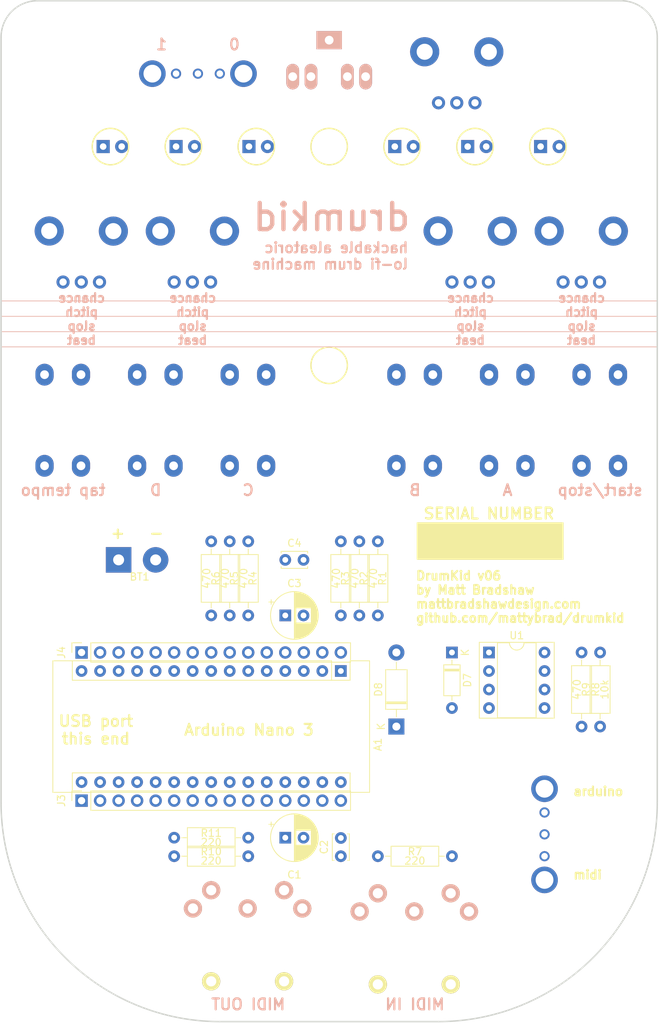
<source format=kicad_pcb>
(kicad_pcb (version 20171130) (host pcbnew "(5.0.1)-3")

  (general
    (thickness 1.6)
    (drawings 48)
    (tracks 0)
    (zones 0)
    (modules 52)
    (nets 56)
  )

  (page A4)
  (layers
    (0 F.Cu signal)
    (31 B.Cu signal)
    (32 B.Adhes user)
    (33 F.Adhes user)
    (34 B.Paste user)
    (35 F.Paste user)
    (36 B.SilkS user)
    (37 F.SilkS user)
    (38 B.Mask user)
    (39 F.Mask user)
    (40 Dwgs.User user)
    (41 Cmts.User user)
    (42 Eco1.User user)
    (43 Eco2.User user)
    (44 Edge.Cuts user)
    (45 Margin user)
    (46 B.CrtYd user)
    (47 F.CrtYd user)
    (48 B.Fab user)
    (49 F.Fab user)
  )

  (setup
    (last_trace_width 0.25)
    (trace_clearance 0.2)
    (zone_clearance 0.508)
    (zone_45_only no)
    (trace_min 0.2)
    (segment_width 0.2)
    (edge_width 0.2)
    (via_size 0.8)
    (via_drill 0.4)
    (via_min_size 0.4)
    (via_min_drill 0.3)
    (uvia_size 0.3)
    (uvia_drill 0.1)
    (uvias_allowed no)
    (uvia_min_size 0.2)
    (uvia_min_drill 0.1)
    (pcb_text_width 0.3)
    (pcb_text_size 1.5 1.5)
    (mod_edge_width 0.15)
    (mod_text_size 1 1)
    (mod_text_width 0.15)
    (pad_size 1.5 1.5)
    (pad_drill 0.6)
    (pad_to_mask_clearance 0)
    (solder_mask_min_width 0.25)
    (aux_axis_origin 0 0)
    (visible_elements 7FFFFFFF)
    (pcbplotparams
      (layerselection 0x010fc_ffffffff)
      (usegerberextensions false)
      (usegerberattributes false)
      (usegerberadvancedattributes false)
      (creategerberjobfile false)
      (excludeedgelayer true)
      (linewidth 0.100000)
      (plotframeref false)
      (viasonmask false)
      (mode 1)
      (useauxorigin false)
      (hpglpennumber 1)
      (hpglpenspeed 20)
      (hpglpendiameter 15.000000)
      (psnegative false)
      (psa4output false)
      (plotreference true)
      (plotvalue true)
      (plotinvisibletext false)
      (padsonsilk false)
      (subtractmaskfromsilk false)
      (outputformat 1)
      (mirror false)
      (drillshape 0)
      (scaleselection 1)
      (outputdirectory "gerbers/"))
  )

  (net 0 "")
  (net 1 GND)
  (net 2 "Net-(J9-PadRN)")
  (net 3 "Net-(J9-PadTN)")
  (net 4 /ANALOG_3)
  (net 5 /ANALOG_1)
  (net 6 /ANALOG_2)
  (net 7 "Net-(R9-Pad2)")
  (net 8 /ANALOG_0)
  (net 9 "Net-(BT1-Pad1)")
  (net 10 "Net-(D5-Pad2)")
  (net 11 /DIGITAL_5)
  (net 12 "Net-(D6-Pad2)")
  (net 13 /DIGITAL_6)
  (net 14 /DIGITAL_9)
  (net 15 /DIGITAL_2)
  (net 16 "Net-(D2-Pad2)")
  (net 17 "Net-(D3-Pad2)")
  (net 18 /DIGITAL_3)
  (net 19 /DIGITAL_4)
  (net 20 "Net-(D4-Pad2)")
  (net 21 /DIGITAL_0)
  (net 22 /DIGITAL_10)
  (net 23 /DIGITAL_1)
  (net 24 /DIGITAL_11)
  (net 25 /DIGITAL_12)
  (net 26 /DIGITAL_13)
  (net 27 /DIGITAL_7)
  (net 28 /ANALOG_4)
  (net 29 /DIGITAL_8)
  (net 30 /ANALOG_5)
  (net 31 "Net-(J2-Pad4)")
  (net 32 "Net-(U1-Pad1)")
  (net 33 "Net-(D1-Pad2)")
  (net 34 "Net-(U1-Pad4)")
  (net 35 "Net-(J2-Pad1)")
  (net 36 "Net-(J2-Pad3)")
  (net 37 "Net-(D7-Pad2)")
  (net 38 "Net-(J9-PadR)")
  (net 39 VCC)
  (net 40 "Net-(J2-Pad5)")
  (net 41 "Net-(R8-Pad2)")
  (net 42 "Net-(J1-Pad4)")
  (net 43 "Net-(D7-Pad1)")
  (net 44 "Net-(J1-Pad1)")
  (net 45 "Net-(J1-Pad2)")
  (net 46 "Net-(J1-Pad3)")
  (net 47 "Net-(SW7-Pad1)")
  (net 48 "Net-(SW8-Pad3)")
  (net 49 /3V3)
  (net 50 /AREF)
  (net 51 /RESET)
  (net 52 /ANALOG_6)
  (net 53 /ANALOG_7)
  (net 54 +9V)
  (net 55 "Net-(D8-Pad2)")

  (net_class Default "This is the default net class."
    (clearance 0.2)
    (trace_width 0.25)
    (via_dia 0.8)
    (via_drill 0.4)
    (uvia_dia 0.3)
    (uvia_drill 0.1)
    (add_net +9V)
    (add_net /3V3)
    (add_net /ANALOG_0)
    (add_net /ANALOG_1)
    (add_net /ANALOG_2)
    (add_net /ANALOG_3)
    (add_net /ANALOG_4)
    (add_net /ANALOG_5)
    (add_net /ANALOG_6)
    (add_net /ANALOG_7)
    (add_net /AREF)
    (add_net /DIGITAL_0)
    (add_net /DIGITAL_1)
    (add_net /DIGITAL_10)
    (add_net /DIGITAL_11)
    (add_net /DIGITAL_12)
    (add_net /DIGITAL_13)
    (add_net /DIGITAL_2)
    (add_net /DIGITAL_3)
    (add_net /DIGITAL_4)
    (add_net /DIGITAL_5)
    (add_net /DIGITAL_6)
    (add_net /DIGITAL_7)
    (add_net /DIGITAL_8)
    (add_net /DIGITAL_9)
    (add_net /RESET)
    (add_net "Net-(D1-Pad2)")
    (add_net "Net-(D2-Pad2)")
    (add_net "Net-(D3-Pad2)")
    (add_net "Net-(D4-Pad2)")
    (add_net "Net-(D5-Pad2)")
    (add_net "Net-(D6-Pad2)")
    (add_net "Net-(D7-Pad1)")
    (add_net "Net-(D7-Pad2)")
    (add_net "Net-(D8-Pad2)")
    (add_net "Net-(J1-Pad1)")
    (add_net "Net-(J1-Pad2)")
    (add_net "Net-(J1-Pad3)")
    (add_net "Net-(J1-Pad4)")
    (add_net "Net-(J2-Pad1)")
    (add_net "Net-(J2-Pad3)")
    (add_net "Net-(J2-Pad4)")
    (add_net "Net-(J2-Pad5)")
    (add_net "Net-(J9-PadR)")
    (add_net "Net-(J9-PadRN)")
    (add_net "Net-(J9-PadTN)")
    (add_net "Net-(R8-Pad2)")
    (add_net "Net-(R9-Pad2)")
    (add_net "Net-(SW7-Pad1)")
    (add_net "Net-(SW8-Pad3)")
    (add_net "Net-(U1-Pad1)")
    (add_net "Net-(U1-Pad4)")
    (add_net VCC)
  )

  (net_class Chunky ""
    (clearance 0.2)
    (trace_width 0.625)
    (via_dia 0.8)
    (via_drill 0.4)
    (uvia_dia 0.3)
    (uvia_drill 0.1)
    (add_net GND)
    (add_net "Net-(BT1-Pad1)")
  )

  (module Capacitor_THT:CP_Radial_D6.3mm_P2.50mm (layer F.Cu) (tedit 5AE50EF0) (tstamp 5E7EA6B3)
    (at 93.98 144.78)
    (descr "CP, Radial series, Radial, pin pitch=2.50mm, , diameter=6.3mm, Electrolytic Capacitor")
    (tags "CP Radial series Radial pin pitch 2.50mm  diameter 6.3mm Electrolytic Capacitor")
    (path /5E8C7A0F)
    (fp_text reference C1 (at 1.25 5.08) (layer F.SilkS)
      (effects (font (size 1 1) (thickness 0.15)))
    )
    (fp_text value CP (at 1.25 4.4) (layer F.Fab)
      (effects (font (size 1 1) (thickness 0.15)))
    )
    (fp_text user %R (at 1.25 0) (layer F.Fab)
      (effects (font (size 1 1) (thickness 0.15)))
    )
    (fp_line (start -1.935241 -2.154) (end -1.935241 -1.524) (layer F.SilkS) (width 0.12))
    (fp_line (start -2.250241 -1.839) (end -1.620241 -1.839) (layer F.SilkS) (width 0.12))
    (fp_line (start 4.491 -0.402) (end 4.491 0.402) (layer F.SilkS) (width 0.12))
    (fp_line (start 4.451 -0.633) (end 4.451 0.633) (layer F.SilkS) (width 0.12))
    (fp_line (start 4.411 -0.802) (end 4.411 0.802) (layer F.SilkS) (width 0.12))
    (fp_line (start 4.371 -0.94) (end 4.371 0.94) (layer F.SilkS) (width 0.12))
    (fp_line (start 4.331 -1.059) (end 4.331 1.059) (layer F.SilkS) (width 0.12))
    (fp_line (start 4.291 -1.165) (end 4.291 1.165) (layer F.SilkS) (width 0.12))
    (fp_line (start 4.251 -1.262) (end 4.251 1.262) (layer F.SilkS) (width 0.12))
    (fp_line (start 4.211 -1.35) (end 4.211 1.35) (layer F.SilkS) (width 0.12))
    (fp_line (start 4.171 -1.432) (end 4.171 1.432) (layer F.SilkS) (width 0.12))
    (fp_line (start 4.131 -1.509) (end 4.131 1.509) (layer F.SilkS) (width 0.12))
    (fp_line (start 4.091 -1.581) (end 4.091 1.581) (layer F.SilkS) (width 0.12))
    (fp_line (start 4.051 -1.65) (end 4.051 1.65) (layer F.SilkS) (width 0.12))
    (fp_line (start 4.011 -1.714) (end 4.011 1.714) (layer F.SilkS) (width 0.12))
    (fp_line (start 3.971 -1.776) (end 3.971 1.776) (layer F.SilkS) (width 0.12))
    (fp_line (start 3.931 -1.834) (end 3.931 1.834) (layer F.SilkS) (width 0.12))
    (fp_line (start 3.891 -1.89) (end 3.891 1.89) (layer F.SilkS) (width 0.12))
    (fp_line (start 3.851 -1.944) (end 3.851 1.944) (layer F.SilkS) (width 0.12))
    (fp_line (start 3.811 -1.995) (end 3.811 1.995) (layer F.SilkS) (width 0.12))
    (fp_line (start 3.771 -2.044) (end 3.771 2.044) (layer F.SilkS) (width 0.12))
    (fp_line (start 3.731 -2.092) (end 3.731 2.092) (layer F.SilkS) (width 0.12))
    (fp_line (start 3.691 -2.137) (end 3.691 2.137) (layer F.SilkS) (width 0.12))
    (fp_line (start 3.651 -2.182) (end 3.651 2.182) (layer F.SilkS) (width 0.12))
    (fp_line (start 3.611 -2.224) (end 3.611 2.224) (layer F.SilkS) (width 0.12))
    (fp_line (start 3.571 -2.265) (end 3.571 2.265) (layer F.SilkS) (width 0.12))
    (fp_line (start 3.531 1.04) (end 3.531 2.305) (layer F.SilkS) (width 0.12))
    (fp_line (start 3.531 -2.305) (end 3.531 -1.04) (layer F.SilkS) (width 0.12))
    (fp_line (start 3.491 1.04) (end 3.491 2.343) (layer F.SilkS) (width 0.12))
    (fp_line (start 3.491 -2.343) (end 3.491 -1.04) (layer F.SilkS) (width 0.12))
    (fp_line (start 3.451 1.04) (end 3.451 2.38) (layer F.SilkS) (width 0.12))
    (fp_line (start 3.451 -2.38) (end 3.451 -1.04) (layer F.SilkS) (width 0.12))
    (fp_line (start 3.411 1.04) (end 3.411 2.416) (layer F.SilkS) (width 0.12))
    (fp_line (start 3.411 -2.416) (end 3.411 -1.04) (layer F.SilkS) (width 0.12))
    (fp_line (start 3.371 1.04) (end 3.371 2.45) (layer F.SilkS) (width 0.12))
    (fp_line (start 3.371 -2.45) (end 3.371 -1.04) (layer F.SilkS) (width 0.12))
    (fp_line (start 3.331 1.04) (end 3.331 2.484) (layer F.SilkS) (width 0.12))
    (fp_line (start 3.331 -2.484) (end 3.331 -1.04) (layer F.SilkS) (width 0.12))
    (fp_line (start 3.291 1.04) (end 3.291 2.516) (layer F.SilkS) (width 0.12))
    (fp_line (start 3.291 -2.516) (end 3.291 -1.04) (layer F.SilkS) (width 0.12))
    (fp_line (start 3.251 1.04) (end 3.251 2.548) (layer F.SilkS) (width 0.12))
    (fp_line (start 3.251 -2.548) (end 3.251 -1.04) (layer F.SilkS) (width 0.12))
    (fp_line (start 3.211 1.04) (end 3.211 2.578) (layer F.SilkS) (width 0.12))
    (fp_line (start 3.211 -2.578) (end 3.211 -1.04) (layer F.SilkS) (width 0.12))
    (fp_line (start 3.171 1.04) (end 3.171 2.607) (layer F.SilkS) (width 0.12))
    (fp_line (start 3.171 -2.607) (end 3.171 -1.04) (layer F.SilkS) (width 0.12))
    (fp_line (start 3.131 1.04) (end 3.131 2.636) (layer F.SilkS) (width 0.12))
    (fp_line (start 3.131 -2.636) (end 3.131 -1.04) (layer F.SilkS) (width 0.12))
    (fp_line (start 3.091 1.04) (end 3.091 2.664) (layer F.SilkS) (width 0.12))
    (fp_line (start 3.091 -2.664) (end 3.091 -1.04) (layer F.SilkS) (width 0.12))
    (fp_line (start 3.051 1.04) (end 3.051 2.69) (layer F.SilkS) (width 0.12))
    (fp_line (start 3.051 -2.69) (end 3.051 -1.04) (layer F.SilkS) (width 0.12))
    (fp_line (start 3.011 1.04) (end 3.011 2.716) (layer F.SilkS) (width 0.12))
    (fp_line (start 3.011 -2.716) (end 3.011 -1.04) (layer F.SilkS) (width 0.12))
    (fp_line (start 2.971 1.04) (end 2.971 2.742) (layer F.SilkS) (width 0.12))
    (fp_line (start 2.971 -2.742) (end 2.971 -1.04) (layer F.SilkS) (width 0.12))
    (fp_line (start 2.931 1.04) (end 2.931 2.766) (layer F.SilkS) (width 0.12))
    (fp_line (start 2.931 -2.766) (end 2.931 -1.04) (layer F.SilkS) (width 0.12))
    (fp_line (start 2.891 1.04) (end 2.891 2.79) (layer F.SilkS) (width 0.12))
    (fp_line (start 2.891 -2.79) (end 2.891 -1.04) (layer F.SilkS) (width 0.12))
    (fp_line (start 2.851 1.04) (end 2.851 2.812) (layer F.SilkS) (width 0.12))
    (fp_line (start 2.851 -2.812) (end 2.851 -1.04) (layer F.SilkS) (width 0.12))
    (fp_line (start 2.811 1.04) (end 2.811 2.834) (layer F.SilkS) (width 0.12))
    (fp_line (start 2.811 -2.834) (end 2.811 -1.04) (layer F.SilkS) (width 0.12))
    (fp_line (start 2.771 1.04) (end 2.771 2.856) (layer F.SilkS) (width 0.12))
    (fp_line (start 2.771 -2.856) (end 2.771 -1.04) (layer F.SilkS) (width 0.12))
    (fp_line (start 2.731 1.04) (end 2.731 2.876) (layer F.SilkS) (width 0.12))
    (fp_line (start 2.731 -2.876) (end 2.731 -1.04) (layer F.SilkS) (width 0.12))
    (fp_line (start 2.691 1.04) (end 2.691 2.896) (layer F.SilkS) (width 0.12))
    (fp_line (start 2.691 -2.896) (end 2.691 -1.04) (layer F.SilkS) (width 0.12))
    (fp_line (start 2.651 1.04) (end 2.651 2.916) (layer F.SilkS) (width 0.12))
    (fp_line (start 2.651 -2.916) (end 2.651 -1.04) (layer F.SilkS) (width 0.12))
    (fp_line (start 2.611 1.04) (end 2.611 2.934) (layer F.SilkS) (width 0.12))
    (fp_line (start 2.611 -2.934) (end 2.611 -1.04) (layer F.SilkS) (width 0.12))
    (fp_line (start 2.571 1.04) (end 2.571 2.952) (layer F.SilkS) (width 0.12))
    (fp_line (start 2.571 -2.952) (end 2.571 -1.04) (layer F.SilkS) (width 0.12))
    (fp_line (start 2.531 1.04) (end 2.531 2.97) (layer F.SilkS) (width 0.12))
    (fp_line (start 2.531 -2.97) (end 2.531 -1.04) (layer F.SilkS) (width 0.12))
    (fp_line (start 2.491 1.04) (end 2.491 2.986) (layer F.SilkS) (width 0.12))
    (fp_line (start 2.491 -2.986) (end 2.491 -1.04) (layer F.SilkS) (width 0.12))
    (fp_line (start 2.451 1.04) (end 2.451 3.002) (layer F.SilkS) (width 0.12))
    (fp_line (start 2.451 -3.002) (end 2.451 -1.04) (layer F.SilkS) (width 0.12))
    (fp_line (start 2.411 1.04) (end 2.411 3.018) (layer F.SilkS) (width 0.12))
    (fp_line (start 2.411 -3.018) (end 2.411 -1.04) (layer F.SilkS) (width 0.12))
    (fp_line (start 2.371 1.04) (end 2.371 3.033) (layer F.SilkS) (width 0.12))
    (fp_line (start 2.371 -3.033) (end 2.371 -1.04) (layer F.SilkS) (width 0.12))
    (fp_line (start 2.331 1.04) (end 2.331 3.047) (layer F.SilkS) (width 0.12))
    (fp_line (start 2.331 -3.047) (end 2.331 -1.04) (layer F.SilkS) (width 0.12))
    (fp_line (start 2.291 1.04) (end 2.291 3.061) (layer F.SilkS) (width 0.12))
    (fp_line (start 2.291 -3.061) (end 2.291 -1.04) (layer F.SilkS) (width 0.12))
    (fp_line (start 2.251 1.04) (end 2.251 3.074) (layer F.SilkS) (width 0.12))
    (fp_line (start 2.251 -3.074) (end 2.251 -1.04) (layer F.SilkS) (width 0.12))
    (fp_line (start 2.211 1.04) (end 2.211 3.086) (layer F.SilkS) (width 0.12))
    (fp_line (start 2.211 -3.086) (end 2.211 -1.04) (layer F.SilkS) (width 0.12))
    (fp_line (start 2.171 1.04) (end 2.171 3.098) (layer F.SilkS) (width 0.12))
    (fp_line (start 2.171 -3.098) (end 2.171 -1.04) (layer F.SilkS) (width 0.12))
    (fp_line (start 2.131 1.04) (end 2.131 3.11) (layer F.SilkS) (width 0.12))
    (fp_line (start 2.131 -3.11) (end 2.131 -1.04) (layer F.SilkS) (width 0.12))
    (fp_line (start 2.091 1.04) (end 2.091 3.121) (layer F.SilkS) (width 0.12))
    (fp_line (start 2.091 -3.121) (end 2.091 -1.04) (layer F.SilkS) (width 0.12))
    (fp_line (start 2.051 1.04) (end 2.051 3.131) (layer F.SilkS) (width 0.12))
    (fp_line (start 2.051 -3.131) (end 2.051 -1.04) (layer F.SilkS) (width 0.12))
    (fp_line (start 2.011 1.04) (end 2.011 3.141) (layer F.SilkS) (width 0.12))
    (fp_line (start 2.011 -3.141) (end 2.011 -1.04) (layer F.SilkS) (width 0.12))
    (fp_line (start 1.971 1.04) (end 1.971 3.15) (layer F.SilkS) (width 0.12))
    (fp_line (start 1.971 -3.15) (end 1.971 -1.04) (layer F.SilkS) (width 0.12))
    (fp_line (start 1.93 1.04) (end 1.93 3.159) (layer F.SilkS) (width 0.12))
    (fp_line (start 1.93 -3.159) (end 1.93 -1.04) (layer F.SilkS) (width 0.12))
    (fp_line (start 1.89 1.04) (end 1.89 3.167) (layer F.SilkS) (width 0.12))
    (fp_line (start 1.89 -3.167) (end 1.89 -1.04) (layer F.SilkS) (width 0.12))
    (fp_line (start 1.85 1.04) (end 1.85 3.175) (layer F.SilkS) (width 0.12))
    (fp_line (start 1.85 -3.175) (end 1.85 -1.04) (layer F.SilkS) (width 0.12))
    (fp_line (start 1.81 1.04) (end 1.81 3.182) (layer F.SilkS) (width 0.12))
    (fp_line (start 1.81 -3.182) (end 1.81 -1.04) (layer F.SilkS) (width 0.12))
    (fp_line (start 1.77 1.04) (end 1.77 3.189) (layer F.SilkS) (width 0.12))
    (fp_line (start 1.77 -3.189) (end 1.77 -1.04) (layer F.SilkS) (width 0.12))
    (fp_line (start 1.73 1.04) (end 1.73 3.195) (layer F.SilkS) (width 0.12))
    (fp_line (start 1.73 -3.195) (end 1.73 -1.04) (layer F.SilkS) (width 0.12))
    (fp_line (start 1.69 1.04) (end 1.69 3.201) (layer F.SilkS) (width 0.12))
    (fp_line (start 1.69 -3.201) (end 1.69 -1.04) (layer F.SilkS) (width 0.12))
    (fp_line (start 1.65 1.04) (end 1.65 3.206) (layer F.SilkS) (width 0.12))
    (fp_line (start 1.65 -3.206) (end 1.65 -1.04) (layer F.SilkS) (width 0.12))
    (fp_line (start 1.61 1.04) (end 1.61 3.211) (layer F.SilkS) (width 0.12))
    (fp_line (start 1.61 -3.211) (end 1.61 -1.04) (layer F.SilkS) (width 0.12))
    (fp_line (start 1.57 1.04) (end 1.57 3.215) (layer F.SilkS) (width 0.12))
    (fp_line (start 1.57 -3.215) (end 1.57 -1.04) (layer F.SilkS) (width 0.12))
    (fp_line (start 1.53 1.04) (end 1.53 3.218) (layer F.SilkS) (width 0.12))
    (fp_line (start 1.53 -3.218) (end 1.53 -1.04) (layer F.SilkS) (width 0.12))
    (fp_line (start 1.49 1.04) (end 1.49 3.222) (layer F.SilkS) (width 0.12))
    (fp_line (start 1.49 -3.222) (end 1.49 -1.04) (layer F.SilkS) (width 0.12))
    (fp_line (start 1.45 -3.224) (end 1.45 3.224) (layer F.SilkS) (width 0.12))
    (fp_line (start 1.41 -3.227) (end 1.41 3.227) (layer F.SilkS) (width 0.12))
    (fp_line (start 1.37 -3.228) (end 1.37 3.228) (layer F.SilkS) (width 0.12))
    (fp_line (start 1.33 -3.23) (end 1.33 3.23) (layer F.SilkS) (width 0.12))
    (fp_line (start 1.29 -3.23) (end 1.29 3.23) (layer F.SilkS) (width 0.12))
    (fp_line (start 1.25 -3.23) (end 1.25 3.23) (layer F.SilkS) (width 0.12))
    (fp_line (start -1.128972 -1.6885) (end -1.128972 -1.0585) (layer F.Fab) (width 0.1))
    (fp_line (start -1.443972 -1.3735) (end -0.813972 -1.3735) (layer F.Fab) (width 0.1))
    (fp_circle (center 1.25 0) (end 4.65 0) (layer F.CrtYd) (width 0.05))
    (fp_circle (center 1.25 0) (end 4.52 0) (layer F.SilkS) (width 0.12))
    (fp_circle (center 1.25 0) (end 4.4 0) (layer F.Fab) (width 0.1))
    (pad 2 thru_hole circle (at 2.5 0) (size 1.6 1.6) (drill 0.8) (layers *.Cu *.Mask)
      (net 1 GND))
    (pad 1 thru_hole rect (at 0 0) (size 1.6 1.6) (drill 0.8) (layers *.Cu *.Mask)
      (net 39 VCC))
    (model ${KISYS3DMOD}/Capacitor_THT.3dshapes/CP_Radial_D6.3mm_P2.50mm.wrl
      (at (xyz 0 0 0))
      (scale (xyz 1 1 1))
      (rotate (xyz 0 0 0))
    )
  )

  (module Capacitor_THT:CP_Radial_D6.3mm_P2.50mm (layer F.Cu) (tedit 5AE50EF0) (tstamp 5E7EA620)
    (at 93.98 114.3)
    (descr "CP, Radial series, Radial, pin pitch=2.50mm, , diameter=6.3mm, Electrolytic Capacitor")
    (tags "CP Radial series Radial pin pitch 2.50mm  diameter 6.3mm Electrolytic Capacitor")
    (path /5E730EEC)
    (fp_text reference C3 (at 1.25 -4.4) (layer F.SilkS)
      (effects (font (size 1 1) (thickness 0.15)))
    )
    (fp_text value CP (at 1.25 4.4) (layer F.Fab)
      (effects (font (size 1 1) (thickness 0.15)))
    )
    (fp_circle (center 1.25 0) (end 4.4 0) (layer F.Fab) (width 0.1))
    (fp_circle (center 1.25 0) (end 4.52 0) (layer F.SilkS) (width 0.12))
    (fp_circle (center 1.25 0) (end 4.65 0) (layer F.CrtYd) (width 0.05))
    (fp_line (start -1.443972 -1.3735) (end -0.813972 -1.3735) (layer F.Fab) (width 0.1))
    (fp_line (start -1.128972 -1.6885) (end -1.128972 -1.0585) (layer F.Fab) (width 0.1))
    (fp_line (start 1.25 -3.23) (end 1.25 3.23) (layer F.SilkS) (width 0.12))
    (fp_line (start 1.29 -3.23) (end 1.29 3.23) (layer F.SilkS) (width 0.12))
    (fp_line (start 1.33 -3.23) (end 1.33 3.23) (layer F.SilkS) (width 0.12))
    (fp_line (start 1.37 -3.228) (end 1.37 3.228) (layer F.SilkS) (width 0.12))
    (fp_line (start 1.41 -3.227) (end 1.41 3.227) (layer F.SilkS) (width 0.12))
    (fp_line (start 1.45 -3.224) (end 1.45 3.224) (layer F.SilkS) (width 0.12))
    (fp_line (start 1.49 -3.222) (end 1.49 -1.04) (layer F.SilkS) (width 0.12))
    (fp_line (start 1.49 1.04) (end 1.49 3.222) (layer F.SilkS) (width 0.12))
    (fp_line (start 1.53 -3.218) (end 1.53 -1.04) (layer F.SilkS) (width 0.12))
    (fp_line (start 1.53 1.04) (end 1.53 3.218) (layer F.SilkS) (width 0.12))
    (fp_line (start 1.57 -3.215) (end 1.57 -1.04) (layer F.SilkS) (width 0.12))
    (fp_line (start 1.57 1.04) (end 1.57 3.215) (layer F.SilkS) (width 0.12))
    (fp_line (start 1.61 -3.211) (end 1.61 -1.04) (layer F.SilkS) (width 0.12))
    (fp_line (start 1.61 1.04) (end 1.61 3.211) (layer F.SilkS) (width 0.12))
    (fp_line (start 1.65 -3.206) (end 1.65 -1.04) (layer F.SilkS) (width 0.12))
    (fp_line (start 1.65 1.04) (end 1.65 3.206) (layer F.SilkS) (width 0.12))
    (fp_line (start 1.69 -3.201) (end 1.69 -1.04) (layer F.SilkS) (width 0.12))
    (fp_line (start 1.69 1.04) (end 1.69 3.201) (layer F.SilkS) (width 0.12))
    (fp_line (start 1.73 -3.195) (end 1.73 -1.04) (layer F.SilkS) (width 0.12))
    (fp_line (start 1.73 1.04) (end 1.73 3.195) (layer F.SilkS) (width 0.12))
    (fp_line (start 1.77 -3.189) (end 1.77 -1.04) (layer F.SilkS) (width 0.12))
    (fp_line (start 1.77 1.04) (end 1.77 3.189) (layer F.SilkS) (width 0.12))
    (fp_line (start 1.81 -3.182) (end 1.81 -1.04) (layer F.SilkS) (width 0.12))
    (fp_line (start 1.81 1.04) (end 1.81 3.182) (layer F.SilkS) (width 0.12))
    (fp_line (start 1.85 -3.175) (end 1.85 -1.04) (layer F.SilkS) (width 0.12))
    (fp_line (start 1.85 1.04) (end 1.85 3.175) (layer F.SilkS) (width 0.12))
    (fp_line (start 1.89 -3.167) (end 1.89 -1.04) (layer F.SilkS) (width 0.12))
    (fp_line (start 1.89 1.04) (end 1.89 3.167) (layer F.SilkS) (width 0.12))
    (fp_line (start 1.93 -3.159) (end 1.93 -1.04) (layer F.SilkS) (width 0.12))
    (fp_line (start 1.93 1.04) (end 1.93 3.159) (layer F.SilkS) (width 0.12))
    (fp_line (start 1.971 -3.15) (end 1.971 -1.04) (layer F.SilkS) (width 0.12))
    (fp_line (start 1.971 1.04) (end 1.971 3.15) (layer F.SilkS) (width 0.12))
    (fp_line (start 2.011 -3.141) (end 2.011 -1.04) (layer F.SilkS) (width 0.12))
    (fp_line (start 2.011 1.04) (end 2.011 3.141) (layer F.SilkS) (width 0.12))
    (fp_line (start 2.051 -3.131) (end 2.051 -1.04) (layer F.SilkS) (width 0.12))
    (fp_line (start 2.051 1.04) (end 2.051 3.131) (layer F.SilkS) (width 0.12))
    (fp_line (start 2.091 -3.121) (end 2.091 -1.04) (layer F.SilkS) (width 0.12))
    (fp_line (start 2.091 1.04) (end 2.091 3.121) (layer F.SilkS) (width 0.12))
    (fp_line (start 2.131 -3.11) (end 2.131 -1.04) (layer F.SilkS) (width 0.12))
    (fp_line (start 2.131 1.04) (end 2.131 3.11) (layer F.SilkS) (width 0.12))
    (fp_line (start 2.171 -3.098) (end 2.171 -1.04) (layer F.SilkS) (width 0.12))
    (fp_line (start 2.171 1.04) (end 2.171 3.098) (layer F.SilkS) (width 0.12))
    (fp_line (start 2.211 -3.086) (end 2.211 -1.04) (layer F.SilkS) (width 0.12))
    (fp_line (start 2.211 1.04) (end 2.211 3.086) (layer F.SilkS) (width 0.12))
    (fp_line (start 2.251 -3.074) (end 2.251 -1.04) (layer F.SilkS) (width 0.12))
    (fp_line (start 2.251 1.04) (end 2.251 3.074) (layer F.SilkS) (width 0.12))
    (fp_line (start 2.291 -3.061) (end 2.291 -1.04) (layer F.SilkS) (width 0.12))
    (fp_line (start 2.291 1.04) (end 2.291 3.061) (layer F.SilkS) (width 0.12))
    (fp_line (start 2.331 -3.047) (end 2.331 -1.04) (layer F.SilkS) (width 0.12))
    (fp_line (start 2.331 1.04) (end 2.331 3.047) (layer F.SilkS) (width 0.12))
    (fp_line (start 2.371 -3.033) (end 2.371 -1.04) (layer F.SilkS) (width 0.12))
    (fp_line (start 2.371 1.04) (end 2.371 3.033) (layer F.SilkS) (width 0.12))
    (fp_line (start 2.411 -3.018) (end 2.411 -1.04) (layer F.SilkS) (width 0.12))
    (fp_line (start 2.411 1.04) (end 2.411 3.018) (layer F.SilkS) (width 0.12))
    (fp_line (start 2.451 -3.002) (end 2.451 -1.04) (layer F.SilkS) (width 0.12))
    (fp_line (start 2.451 1.04) (end 2.451 3.002) (layer F.SilkS) (width 0.12))
    (fp_line (start 2.491 -2.986) (end 2.491 -1.04) (layer F.SilkS) (width 0.12))
    (fp_line (start 2.491 1.04) (end 2.491 2.986) (layer F.SilkS) (width 0.12))
    (fp_line (start 2.531 -2.97) (end 2.531 -1.04) (layer F.SilkS) (width 0.12))
    (fp_line (start 2.531 1.04) (end 2.531 2.97) (layer F.SilkS) (width 0.12))
    (fp_line (start 2.571 -2.952) (end 2.571 -1.04) (layer F.SilkS) (width 0.12))
    (fp_line (start 2.571 1.04) (end 2.571 2.952) (layer F.SilkS) (width 0.12))
    (fp_line (start 2.611 -2.934) (end 2.611 -1.04) (layer F.SilkS) (width 0.12))
    (fp_line (start 2.611 1.04) (end 2.611 2.934) (layer F.SilkS) (width 0.12))
    (fp_line (start 2.651 -2.916) (end 2.651 -1.04) (layer F.SilkS) (width 0.12))
    (fp_line (start 2.651 1.04) (end 2.651 2.916) (layer F.SilkS) (width 0.12))
    (fp_line (start 2.691 -2.896) (end 2.691 -1.04) (layer F.SilkS) (width 0.12))
    (fp_line (start 2.691 1.04) (end 2.691 2.896) (layer F.SilkS) (width 0.12))
    (fp_line (start 2.731 -2.876) (end 2.731 -1.04) (layer F.SilkS) (width 0.12))
    (fp_line (start 2.731 1.04) (end 2.731 2.876) (layer F.SilkS) (width 0.12))
    (fp_line (start 2.771 -2.856) (end 2.771 -1.04) (layer F.SilkS) (width 0.12))
    (fp_line (start 2.771 1.04) (end 2.771 2.856) (layer F.SilkS) (width 0.12))
    (fp_line (start 2.811 -2.834) (end 2.811 -1.04) (layer F.SilkS) (width 0.12))
    (fp_line (start 2.811 1.04) (end 2.811 2.834) (layer F.SilkS) (width 0.12))
    (fp_line (start 2.851 -2.812) (end 2.851 -1.04) (layer F.SilkS) (width 0.12))
    (fp_line (start 2.851 1.04) (end 2.851 2.812) (layer F.SilkS) (width 0.12))
    (fp_line (start 2.891 -2.79) (end 2.891 -1.04) (layer F.SilkS) (width 0.12))
    (fp_line (start 2.891 1.04) (end 2.891 2.79) (layer F.SilkS) (width 0.12))
    (fp_line (start 2.931 -2.766) (end 2.931 -1.04) (layer F.SilkS) (width 0.12))
    (fp_line (start 2.931 1.04) (end 2.931 2.766) (layer F.SilkS) (width 0.12))
    (fp_line (start 2.971 -2.742) (end 2.971 -1.04) (layer F.SilkS) (width 0.12))
    (fp_line (start 2.971 1.04) (end 2.971 2.742) (layer F.SilkS) (width 0.12))
    (fp_line (start 3.011 -2.716) (end 3.011 -1.04) (layer F.SilkS) (width 0.12))
    (fp_line (start 3.011 1.04) (end 3.011 2.716) (layer F.SilkS) (width 0.12))
    (fp_line (start 3.051 -2.69) (end 3.051 -1.04) (layer F.SilkS) (width 0.12))
    (fp_line (start 3.051 1.04) (end 3.051 2.69) (layer F.SilkS) (width 0.12))
    (fp_line (start 3.091 -2.664) (end 3.091 -1.04) (layer F.SilkS) (width 0.12))
    (fp_line (start 3.091 1.04) (end 3.091 2.664) (layer F.SilkS) (width 0.12))
    (fp_line (start 3.131 -2.636) (end 3.131 -1.04) (layer F.SilkS) (width 0.12))
    (fp_line (start 3.131 1.04) (end 3.131 2.636) (layer F.SilkS) (width 0.12))
    (fp_line (start 3.171 -2.607) (end 3.171 -1.04) (layer F.SilkS) (width 0.12))
    (fp_line (start 3.171 1.04) (end 3.171 2.607) (layer F.SilkS) (width 0.12))
    (fp_line (start 3.211 -2.578) (end 3.211 -1.04) (layer F.SilkS) (width 0.12))
    (fp_line (start 3.211 1.04) (end 3.211 2.578) (layer F.SilkS) (width 0.12))
    (fp_line (start 3.251 -2.548) (end 3.251 -1.04) (layer F.SilkS) (width 0.12))
    (fp_line (start 3.251 1.04) (end 3.251 2.548) (layer F.SilkS) (width 0.12))
    (fp_line (start 3.291 -2.516) (end 3.291 -1.04) (layer F.SilkS) (width 0.12))
    (fp_line (start 3.291 1.04) (end 3.291 2.516) (layer F.SilkS) (width 0.12))
    (fp_line (start 3.331 -2.484) (end 3.331 -1.04) (layer F.SilkS) (width 0.12))
    (fp_line (start 3.331 1.04) (end 3.331 2.484) (layer F.SilkS) (width 0.12))
    (fp_line (start 3.371 -2.45) (end 3.371 -1.04) (layer F.SilkS) (width 0.12))
    (fp_line (start 3.371 1.04) (end 3.371 2.45) (layer F.SilkS) (width 0.12))
    (fp_line (start 3.411 -2.416) (end 3.411 -1.04) (layer F.SilkS) (width 0.12))
    (fp_line (start 3.411 1.04) (end 3.411 2.416) (layer F.SilkS) (width 0.12))
    (fp_line (start 3.451 -2.38) (end 3.451 -1.04) (layer F.SilkS) (width 0.12))
    (fp_line (start 3.451 1.04) (end 3.451 2.38) (layer F.SilkS) (width 0.12))
    (fp_line (start 3.491 -2.343) (end 3.491 -1.04) (layer F.SilkS) (width 0.12))
    (fp_line (start 3.491 1.04) (end 3.491 2.343) (layer F.SilkS) (width 0.12))
    (fp_line (start 3.531 -2.305) (end 3.531 -1.04) (layer F.SilkS) (width 0.12))
    (fp_line (start 3.531 1.04) (end 3.531 2.305) (layer F.SilkS) (width 0.12))
    (fp_line (start 3.571 -2.265) (end 3.571 2.265) (layer F.SilkS) (width 0.12))
    (fp_line (start 3.611 -2.224) (end 3.611 2.224) (layer F.SilkS) (width 0.12))
    (fp_line (start 3.651 -2.182) (end 3.651 2.182) (layer F.SilkS) (width 0.12))
    (fp_line (start 3.691 -2.137) (end 3.691 2.137) (layer F.SilkS) (width 0.12))
    (fp_line (start 3.731 -2.092) (end 3.731 2.092) (layer F.SilkS) (width 0.12))
    (fp_line (start 3.771 -2.044) (end 3.771 2.044) (layer F.SilkS) (width 0.12))
    (fp_line (start 3.811 -1.995) (end 3.811 1.995) (layer F.SilkS) (width 0.12))
    (fp_line (start 3.851 -1.944) (end 3.851 1.944) (layer F.SilkS) (width 0.12))
    (fp_line (start 3.891 -1.89) (end 3.891 1.89) (layer F.SilkS) (width 0.12))
    (fp_line (start 3.931 -1.834) (end 3.931 1.834) (layer F.SilkS) (width 0.12))
    (fp_line (start 3.971 -1.776) (end 3.971 1.776) (layer F.SilkS) (width 0.12))
    (fp_line (start 4.011 -1.714) (end 4.011 1.714) (layer F.SilkS) (width 0.12))
    (fp_line (start 4.051 -1.65) (end 4.051 1.65) (layer F.SilkS) (width 0.12))
    (fp_line (start 4.091 -1.581) (end 4.091 1.581) (layer F.SilkS) (width 0.12))
    (fp_line (start 4.131 -1.509) (end 4.131 1.509) (layer F.SilkS) (width 0.12))
    (fp_line (start 4.171 -1.432) (end 4.171 1.432) (layer F.SilkS) (width 0.12))
    (fp_line (start 4.211 -1.35) (end 4.211 1.35) (layer F.SilkS) (width 0.12))
    (fp_line (start 4.251 -1.262) (end 4.251 1.262) (layer F.SilkS) (width 0.12))
    (fp_line (start 4.291 -1.165) (end 4.291 1.165) (layer F.SilkS) (width 0.12))
    (fp_line (start 4.331 -1.059) (end 4.331 1.059) (layer F.SilkS) (width 0.12))
    (fp_line (start 4.371 -0.94) (end 4.371 0.94) (layer F.SilkS) (width 0.12))
    (fp_line (start 4.411 -0.802) (end 4.411 0.802) (layer F.SilkS) (width 0.12))
    (fp_line (start 4.451 -0.633) (end 4.451 0.633) (layer F.SilkS) (width 0.12))
    (fp_line (start 4.491 -0.402) (end 4.491 0.402) (layer F.SilkS) (width 0.12))
    (fp_line (start -2.250241 -1.839) (end -1.620241 -1.839) (layer F.SilkS) (width 0.12))
    (fp_line (start -1.935241 -2.154) (end -1.935241 -1.524) (layer F.SilkS) (width 0.12))
    (fp_text user %R (at 1.25 0) (layer F.Fab)
      (effects (font (size 1 1) (thickness 0.15)))
    )
    (pad 1 thru_hole rect (at 0 0) (size 1.6 1.6) (drill 0.8) (layers *.Cu *.Mask)
      (net 39 VCC))
    (pad 2 thru_hole circle (at 2.5 0) (size 1.6 1.6) (drill 0.8) (layers *.Cu *.Mask)
      (net 1 GND))
    (model ${KISYS3DMOD}/Capacitor_THT.3dshapes/CP_Radial_D6.3mm_P2.50mm.wrl
      (at (xyz 0 0 0))
      (scale (xyz 1 1 1))
      (rotate (xyz 0 0 0))
    )
  )

  (module Capacitor_THT:C_Disc_D3.4mm_W2.1mm_P2.50mm (layer F.Cu) (tedit 5AE50EF0) (tstamp 5E7EA60C)
    (at 101.6 147.32 90)
    (descr "C, Disc series, Radial, pin pitch=2.50mm, , diameter*width=3.4*2.1mm^2, Capacitor, http://www.vishay.com/docs/45233/krseries.pdf")
    (tags "C Disc series Radial pin pitch 2.50mm  diameter 3.4mm width 2.1mm Capacitor")
    (path /5E8C7ACD)
    (fp_text reference C2 (at 1.25 -2.3 90) (layer F.SilkS)
      (effects (font (size 1 1) (thickness 0.15)))
    )
    (fp_text value C (at 1.25 2.3 90) (layer F.Fab)
      (effects (font (size 1 1) (thickness 0.15)))
    )
    (fp_text user %R (at 1.25 0 90) (layer F.Fab)
      (effects (font (size 0.68 0.68) (thickness 0.102)))
    )
    (fp_line (start 3.55 -1.3) (end -1.05 -1.3) (layer F.CrtYd) (width 0.05))
    (fp_line (start 3.55 1.3) (end 3.55 -1.3) (layer F.CrtYd) (width 0.05))
    (fp_line (start -1.05 1.3) (end 3.55 1.3) (layer F.CrtYd) (width 0.05))
    (fp_line (start -1.05 -1.3) (end -1.05 1.3) (layer F.CrtYd) (width 0.05))
    (fp_line (start 3.07 0.925) (end 3.07 1.17) (layer F.SilkS) (width 0.12))
    (fp_line (start 3.07 -1.17) (end 3.07 -0.925) (layer F.SilkS) (width 0.12))
    (fp_line (start -0.57 0.925) (end -0.57 1.17) (layer F.SilkS) (width 0.12))
    (fp_line (start -0.57 -1.17) (end -0.57 -0.925) (layer F.SilkS) (width 0.12))
    (fp_line (start -0.57 1.17) (end 3.07 1.17) (layer F.SilkS) (width 0.12))
    (fp_line (start -0.57 -1.17) (end 3.07 -1.17) (layer F.SilkS) (width 0.12))
    (fp_line (start 2.95 -1.05) (end -0.45 -1.05) (layer F.Fab) (width 0.1))
    (fp_line (start 2.95 1.05) (end 2.95 -1.05) (layer F.Fab) (width 0.1))
    (fp_line (start -0.45 1.05) (end 2.95 1.05) (layer F.Fab) (width 0.1))
    (fp_line (start -0.45 -1.05) (end -0.45 1.05) (layer F.Fab) (width 0.1))
    (pad 2 thru_hole circle (at 2.5 0 90) (size 1.6 1.6) (drill 0.8) (layers *.Cu *.Mask)
      (net 1 GND))
    (pad 1 thru_hole circle (at 0 0 90) (size 1.6 1.6) (drill 0.8) (layers *.Cu *.Mask)
      (net 39 VCC))
    (model ${KISYS3DMOD}/Capacitor_THT.3dshapes/C_Disc_D3.4mm_W2.1mm_P2.50mm.wrl
      (at (xyz 0 0 0))
      (scale (xyz 1 1 1))
      (rotate (xyz 0 0 0))
    )
  )

  (module Capacitor_THT:C_Disc_D3.4mm_W2.1mm_P2.50mm (layer F.Cu) (tedit 5AE50EF0) (tstamp 5E7EA5F8)
    (at 93.98 106.68)
    (descr "C, Disc series, Radial, pin pitch=2.50mm, , diameter*width=3.4*2.1mm^2, Capacitor, http://www.vishay.com/docs/45233/krseries.pdf")
    (tags "C Disc series Radial pin pitch 2.50mm  diameter 3.4mm width 2.1mm Capacitor")
    (path /5E730FB4)
    (fp_text reference C4 (at 1.25 -2.3) (layer F.SilkS)
      (effects (font (size 1 1) (thickness 0.15)))
    )
    (fp_text value C (at 1.25 2.3) (layer F.Fab)
      (effects (font (size 1 1) (thickness 0.15)))
    )
    (fp_line (start -0.45 -1.05) (end -0.45 1.05) (layer F.Fab) (width 0.1))
    (fp_line (start -0.45 1.05) (end 2.95 1.05) (layer F.Fab) (width 0.1))
    (fp_line (start 2.95 1.05) (end 2.95 -1.05) (layer F.Fab) (width 0.1))
    (fp_line (start 2.95 -1.05) (end -0.45 -1.05) (layer F.Fab) (width 0.1))
    (fp_line (start -0.57 -1.17) (end 3.07 -1.17) (layer F.SilkS) (width 0.12))
    (fp_line (start -0.57 1.17) (end 3.07 1.17) (layer F.SilkS) (width 0.12))
    (fp_line (start -0.57 -1.17) (end -0.57 -0.925) (layer F.SilkS) (width 0.12))
    (fp_line (start -0.57 0.925) (end -0.57 1.17) (layer F.SilkS) (width 0.12))
    (fp_line (start 3.07 -1.17) (end 3.07 -0.925) (layer F.SilkS) (width 0.12))
    (fp_line (start 3.07 0.925) (end 3.07 1.17) (layer F.SilkS) (width 0.12))
    (fp_line (start -1.05 -1.3) (end -1.05 1.3) (layer F.CrtYd) (width 0.05))
    (fp_line (start -1.05 1.3) (end 3.55 1.3) (layer F.CrtYd) (width 0.05))
    (fp_line (start 3.55 1.3) (end 3.55 -1.3) (layer F.CrtYd) (width 0.05))
    (fp_line (start 3.55 -1.3) (end -1.05 -1.3) (layer F.CrtYd) (width 0.05))
    (fp_text user %R (at 1.25 0) (layer F.Fab)
      (effects (font (size 0.68 0.68) (thickness 0.102)))
    )
    (pad 1 thru_hole circle (at 0 0) (size 1.6 1.6) (drill 0.8) (layers *.Cu *.Mask)
      (net 39 VCC))
    (pad 2 thru_hole circle (at 2.5 0) (size 1.6 1.6) (drill 0.8) (layers *.Cu *.Mask)
      (net 1 GND))
    (model ${KISYS3DMOD}/Capacitor_THT.3dshapes/C_Disc_D3.4mm_W2.1mm_P2.50mm.wrl
      (at (xyz 0 0 0))
      (scale (xyz 1 1 1))
      (rotate (xyz 0 0 0))
    )
  )

  (module Connector_PinSocket_2.54mm:PinSocket_1x15_P2.54mm_Vertical (layer F.Cu) (tedit 5A19A41D) (tstamp 5E7EA5D6)
    (at 66.04 139.7 90)
    (descr "Through hole straight socket strip, 1x15, 2.54mm pitch, single row (from Kicad 4.0.7), script generated")
    (tags "Through hole socket strip THT 1x15 2.54mm single row")
    (path /5E89BBDD)
    (fp_text reference J3 (at 0 -2.77 90) (layer F.SilkS)
      (effects (font (size 1 1) (thickness 0.15)))
    )
    (fp_text value Conn_01x15 (at 0 38.33 90) (layer F.Fab)
      (effects (font (size 1 1) (thickness 0.15)))
    )
    (fp_text user %R (at 0 17.78 180) (layer F.Fab)
      (effects (font (size 1 1) (thickness 0.15)))
    )
    (fp_line (start -1.8 37.3) (end -1.8 -1.8) (layer F.CrtYd) (width 0.05))
    (fp_line (start 1.75 37.3) (end -1.8 37.3) (layer F.CrtYd) (width 0.05))
    (fp_line (start 1.75 -1.8) (end 1.75 37.3) (layer F.CrtYd) (width 0.05))
    (fp_line (start -1.8 -1.8) (end 1.75 -1.8) (layer F.CrtYd) (width 0.05))
    (fp_line (start 0 -1.33) (end 1.33 -1.33) (layer F.SilkS) (width 0.12))
    (fp_line (start 1.33 -1.33) (end 1.33 0) (layer F.SilkS) (width 0.12))
    (fp_line (start 1.33 1.27) (end 1.33 36.89) (layer F.SilkS) (width 0.12))
    (fp_line (start -1.33 36.89) (end 1.33 36.89) (layer F.SilkS) (width 0.12))
    (fp_line (start -1.33 1.27) (end -1.33 36.89) (layer F.SilkS) (width 0.12))
    (fp_line (start -1.33 1.27) (end 1.33 1.27) (layer F.SilkS) (width 0.12))
    (fp_line (start -1.27 36.83) (end -1.27 -1.27) (layer F.Fab) (width 0.1))
    (fp_line (start 1.27 36.83) (end -1.27 36.83) (layer F.Fab) (width 0.1))
    (fp_line (start 1.27 -0.635) (end 1.27 36.83) (layer F.Fab) (width 0.1))
    (fp_line (start 0.635 -1.27) (end 1.27 -0.635) (layer F.Fab) (width 0.1))
    (fp_line (start -1.27 -1.27) (end 0.635 -1.27) (layer F.Fab) (width 0.1))
    (pad 15 thru_hole oval (at 0 35.56 90) (size 1.7 1.7) (drill 1) (layers *.Cu *.Mask)
      (net 54 +9V))
    (pad 14 thru_hole oval (at 0 33.02 90) (size 1.7 1.7) (drill 1) (layers *.Cu *.Mask)
      (net 1 GND))
    (pad 13 thru_hole oval (at 0 30.48 90) (size 1.7 1.7) (drill 1) (layers *.Cu *.Mask)
      (net 51 /RESET))
    (pad 12 thru_hole oval (at 0 27.94 90) (size 1.7 1.7) (drill 1) (layers *.Cu *.Mask)
      (net 39 VCC))
    (pad 11 thru_hole oval (at 0 25.4 90) (size 1.7 1.7) (drill 1) (layers *.Cu *.Mask)
      (net 53 /ANALOG_7))
    (pad 10 thru_hole oval (at 0 22.86 90) (size 1.7 1.7) (drill 1) (layers *.Cu *.Mask)
      (net 52 /ANALOG_6))
    (pad 9 thru_hole oval (at 0 20.32 90) (size 1.7 1.7) (drill 1) (layers *.Cu *.Mask)
      (net 30 /ANALOG_5))
    (pad 8 thru_hole oval (at 0 17.78 90) (size 1.7 1.7) (drill 1) (layers *.Cu *.Mask)
      (net 28 /ANALOG_4))
    (pad 7 thru_hole oval (at 0 15.24 90) (size 1.7 1.7) (drill 1) (layers *.Cu *.Mask)
      (net 4 /ANALOG_3))
    (pad 6 thru_hole oval (at 0 12.7 90) (size 1.7 1.7) (drill 1) (layers *.Cu *.Mask)
      (net 6 /ANALOG_2))
    (pad 5 thru_hole oval (at 0 10.16 90) (size 1.7 1.7) (drill 1) (layers *.Cu *.Mask)
      (net 5 /ANALOG_1))
    (pad 4 thru_hole oval (at 0 7.62 90) (size 1.7 1.7) (drill 1) (layers *.Cu *.Mask)
      (net 8 /ANALOG_0))
    (pad 3 thru_hole oval (at 0 5.08 90) (size 1.7 1.7) (drill 1) (layers *.Cu *.Mask)
      (net 50 /AREF))
    (pad 2 thru_hole oval (at 0 2.54 90) (size 1.7 1.7) (drill 1) (layers *.Cu *.Mask)
      (net 49 /3V3))
    (pad 1 thru_hole rect (at 0 0 90) (size 1.7 1.7) (drill 1) (layers *.Cu *.Mask)
      (net 26 /DIGITAL_13))
    (model ${KISYS3DMOD}/Connector_PinSocket_2.54mm.3dshapes/PinSocket_1x15_P2.54mm_Vertical.wrl
      (at (xyz 0 0 0))
      (scale (xyz 1 1 1))
      (rotate (xyz 0 0 0))
    )
  )

  (module Connector_PinSocket_2.54mm:PinSocket_1x15_P2.54mm_Vertical (layer F.Cu) (tedit 5A19A41D) (tstamp 5E7EA5D5)
    (at 66.04 119.38 90)
    (descr "Through hole straight socket strip, 1x15, 2.54mm pitch, single row (from Kicad 4.0.7), script generated")
    (tags "Through hole socket strip THT 1x15 2.54mm single row")
    (path /5E8A44BB)
    (fp_text reference J4 (at 0 -2.77 90) (layer F.SilkS)
      (effects (font (size 1 1) (thickness 0.15)))
    )
    (fp_text value Conn_01x15 (at 0 38.33 90) (layer F.Fab)
      (effects (font (size 1 1) (thickness 0.15)))
    )
    (fp_line (start -1.27 -1.27) (end 0.635 -1.27) (layer F.Fab) (width 0.1))
    (fp_line (start 0.635 -1.27) (end 1.27 -0.635) (layer F.Fab) (width 0.1))
    (fp_line (start 1.27 -0.635) (end 1.27 36.83) (layer F.Fab) (width 0.1))
    (fp_line (start 1.27 36.83) (end -1.27 36.83) (layer F.Fab) (width 0.1))
    (fp_line (start -1.27 36.83) (end -1.27 -1.27) (layer F.Fab) (width 0.1))
    (fp_line (start -1.33 1.27) (end 1.33 1.27) (layer F.SilkS) (width 0.12))
    (fp_line (start -1.33 1.27) (end -1.33 36.89) (layer F.SilkS) (width 0.12))
    (fp_line (start -1.33 36.89) (end 1.33 36.89) (layer F.SilkS) (width 0.12))
    (fp_line (start 1.33 1.27) (end 1.33 36.89) (layer F.SilkS) (width 0.12))
    (fp_line (start 1.33 -1.33) (end 1.33 0) (layer F.SilkS) (width 0.12))
    (fp_line (start 0 -1.33) (end 1.33 -1.33) (layer F.SilkS) (width 0.12))
    (fp_line (start -1.8 -1.8) (end 1.75 -1.8) (layer F.CrtYd) (width 0.05))
    (fp_line (start 1.75 -1.8) (end 1.75 37.3) (layer F.CrtYd) (width 0.05))
    (fp_line (start 1.75 37.3) (end -1.8 37.3) (layer F.CrtYd) (width 0.05))
    (fp_line (start -1.8 37.3) (end -1.8 -1.8) (layer F.CrtYd) (width 0.05))
    (fp_text user %R (at 0 17.78 180) (layer F.Fab)
      (effects (font (size 1 1) (thickness 0.15)))
    )
    (pad 1 thru_hole rect (at 0 0 90) (size 1.7 1.7) (drill 1) (layers *.Cu *.Mask)
      (net 25 /DIGITAL_12))
    (pad 2 thru_hole oval (at 0 2.54 90) (size 1.7 1.7) (drill 1) (layers *.Cu *.Mask)
      (net 24 /DIGITAL_11))
    (pad 3 thru_hole oval (at 0 5.08 90) (size 1.7 1.7) (drill 1) (layers *.Cu *.Mask)
      (net 22 /DIGITAL_10))
    (pad 4 thru_hole oval (at 0 7.62 90) (size 1.7 1.7) (drill 1) (layers *.Cu *.Mask)
      (net 14 /DIGITAL_9))
    (pad 5 thru_hole oval (at 0 10.16 90) (size 1.7 1.7) (drill 1) (layers *.Cu *.Mask)
      (net 29 /DIGITAL_8))
    (pad 6 thru_hole oval (at 0 12.7 90) (size 1.7 1.7) (drill 1) (layers *.Cu *.Mask)
      (net 27 /DIGITAL_7))
    (pad 7 thru_hole oval (at 0 15.24 90) (size 1.7 1.7) (drill 1) (layers *.Cu *.Mask)
      (net 13 /DIGITAL_6))
    (pad 8 thru_hole oval (at 0 17.78 90) (size 1.7 1.7) (drill 1) (layers *.Cu *.Mask)
      (net 11 /DIGITAL_5))
    (pad 9 thru_hole oval (at 0 20.32 90) (size 1.7 1.7) (drill 1) (layers *.Cu *.Mask)
      (net 19 /DIGITAL_4))
    (pad 10 thru_hole oval (at 0 22.86 90) (size 1.7 1.7) (drill 1) (layers *.Cu *.Mask)
      (net 18 /DIGITAL_3))
    (pad 11 thru_hole oval (at 0 25.4 90) (size 1.7 1.7) (drill 1) (layers *.Cu *.Mask)
      (net 15 /DIGITAL_2))
    (pad 12 thru_hole oval (at 0 27.94 90) (size 1.7 1.7) (drill 1) (layers *.Cu *.Mask)
      (net 1 GND))
    (pad 13 thru_hole oval (at 0 30.48 90) (size 1.7 1.7) (drill 1) (layers *.Cu *.Mask)
      (net 51 /RESET))
    (pad 14 thru_hole oval (at 0 33.02 90) (size 1.7 1.7) (drill 1) (layers *.Cu *.Mask)
      (net 21 /DIGITAL_0))
    (pad 15 thru_hole oval (at 0 35.56 90) (size 1.7 1.7) (drill 1) (layers *.Cu *.Mask)
      (net 23 /DIGITAL_1))
    (model ${KISYS3DMOD}/Connector_PinSocket_2.54mm.3dshapes/PinSocket_1x15_P2.54mm_Vertical.wrl
      (at (xyz 0 0 0))
      (scale (xyz 1 1 1))
      (rotate (xyz 0 0 0))
    )
  )

  (module Diode_THT:D_DO-35_SOD27_P7.62mm_Horizontal (layer F.Cu) (tedit 5AE50CD5) (tstamp 5E7EA581)
    (at 116.84 119.38 270)
    (descr "Diode, DO-35_SOD27 series, Axial, Horizontal, pin pitch=7.62mm, , length*diameter=4*2mm^2, , http://www.diodes.com/_files/packages/DO-35.pdf")
    (tags "Diode DO-35_SOD27 series Axial Horizontal pin pitch 7.62mm  length 4mm diameter 2mm")
    (path /5E7D16D4)
    (fp_text reference D7 (at 3.81 -2.12 270) (layer F.SilkS)
      (effects (font (size 1 1) (thickness 0.15)))
    )
    (fp_text value 1N4148 (at 3.81 2.12 270) (layer F.Fab)
      (effects (font (size 1 1) (thickness 0.15)))
    )
    (fp_line (start 1.81 -1) (end 1.81 1) (layer F.Fab) (width 0.1))
    (fp_line (start 1.81 1) (end 5.81 1) (layer F.Fab) (width 0.1))
    (fp_line (start 5.81 1) (end 5.81 -1) (layer F.Fab) (width 0.1))
    (fp_line (start 5.81 -1) (end 1.81 -1) (layer F.Fab) (width 0.1))
    (fp_line (start 0 0) (end 1.81 0) (layer F.Fab) (width 0.1))
    (fp_line (start 7.62 0) (end 5.81 0) (layer F.Fab) (width 0.1))
    (fp_line (start 2.41 -1) (end 2.41 1) (layer F.Fab) (width 0.1))
    (fp_line (start 2.51 -1) (end 2.51 1) (layer F.Fab) (width 0.1))
    (fp_line (start 2.31 -1) (end 2.31 1) (layer F.Fab) (width 0.1))
    (fp_line (start 1.69 -1.12) (end 1.69 1.12) (layer F.SilkS) (width 0.12))
    (fp_line (start 1.69 1.12) (end 5.93 1.12) (layer F.SilkS) (width 0.12))
    (fp_line (start 5.93 1.12) (end 5.93 -1.12) (layer F.SilkS) (width 0.12))
    (fp_line (start 5.93 -1.12) (end 1.69 -1.12) (layer F.SilkS) (width 0.12))
    (fp_line (start 1.04 0) (end 1.69 0) (layer F.SilkS) (width 0.12))
    (fp_line (start 6.58 0) (end 5.93 0) (layer F.SilkS) (width 0.12))
    (fp_line (start 2.41 -1.12) (end 2.41 1.12) (layer F.SilkS) (width 0.12))
    (fp_line (start 2.53 -1.12) (end 2.53 1.12) (layer F.SilkS) (width 0.12))
    (fp_line (start 2.29 -1.12) (end 2.29 1.12) (layer F.SilkS) (width 0.12))
    (fp_line (start -1.05 -1.25) (end -1.05 1.25) (layer F.CrtYd) (width 0.05))
    (fp_line (start -1.05 1.25) (end 8.67 1.25) (layer F.CrtYd) (width 0.05))
    (fp_line (start 8.67 1.25) (end 8.67 -1.25) (layer F.CrtYd) (width 0.05))
    (fp_line (start 8.67 -1.25) (end -1.05 -1.25) (layer F.CrtYd) (width 0.05))
    (fp_text user %R (at 4.11 0 270) (layer F.Fab)
      (effects (font (size 0.8 0.8) (thickness 0.12)))
    )
    (fp_text user K (at 0 -1.8 270) (layer F.Fab)
      (effects (font (size 1 1) (thickness 0.15)))
    )
    (fp_text user K (at 0 -1.8 270) (layer F.SilkS)
      (effects (font (size 1 1) (thickness 0.15)))
    )
    (pad 1 thru_hole rect (at 0 0 270) (size 1.6 1.6) (drill 0.8) (layers *.Cu *.Mask)
      (net 43 "Net-(D7-Pad1)"))
    (pad 2 thru_hole oval (at 7.62 0 270) (size 1.6 1.6) (drill 0.8) (layers *.Cu *.Mask)
      (net 37 "Net-(D7-Pad2)"))
    (model ${KISYS3DMOD}/Diode_THT.3dshapes/D_DO-35_SOD27_P7.62mm_Horizontal.wrl
      (at (xyz 0 0 0))
      (scale (xyz 1 1 1))
      (rotate (xyz 0 0 0))
    )
  )

  (module Diode_THT:D_DO-41_SOD81_P10.16mm_Horizontal (layer F.Cu) (tedit 5AE50CD5) (tstamp 5E7EA580)
    (at 109.22 129.54 90)
    (descr "Diode, DO-41_SOD81 series, Axial, Horizontal, pin pitch=10.16mm, , length*diameter=5.2*2.7mm^2, , http://www.diodes.com/_files/packages/DO-41%20(Plastic).pdf")
    (tags "Diode DO-41_SOD81 series Axial Horizontal pin pitch 10.16mm  length 5.2mm diameter 2.7mm")
    (path /5E76DFE8)
    (fp_text reference D8 (at 5.08 -2.47 90) (layer F.SilkS)
      (effects (font (size 1 1) (thickness 0.15)))
    )
    (fp_text value 1N5817 (at 5.08 2.47 90) (layer F.Fab)
      (effects (font (size 1 1) (thickness 0.15)))
    )
    (fp_line (start 2.48 -1.35) (end 2.48 1.35) (layer F.Fab) (width 0.1))
    (fp_line (start 2.48 1.35) (end 7.68 1.35) (layer F.Fab) (width 0.1))
    (fp_line (start 7.68 1.35) (end 7.68 -1.35) (layer F.Fab) (width 0.1))
    (fp_line (start 7.68 -1.35) (end 2.48 -1.35) (layer F.Fab) (width 0.1))
    (fp_line (start 0 0) (end 2.48 0) (layer F.Fab) (width 0.1))
    (fp_line (start 10.16 0) (end 7.68 0) (layer F.Fab) (width 0.1))
    (fp_line (start 3.26 -1.35) (end 3.26 1.35) (layer F.Fab) (width 0.1))
    (fp_line (start 3.36 -1.35) (end 3.36 1.35) (layer F.Fab) (width 0.1))
    (fp_line (start 3.16 -1.35) (end 3.16 1.35) (layer F.Fab) (width 0.1))
    (fp_line (start 2.36 -1.47) (end 2.36 1.47) (layer F.SilkS) (width 0.12))
    (fp_line (start 2.36 1.47) (end 7.8 1.47) (layer F.SilkS) (width 0.12))
    (fp_line (start 7.8 1.47) (end 7.8 -1.47) (layer F.SilkS) (width 0.12))
    (fp_line (start 7.8 -1.47) (end 2.36 -1.47) (layer F.SilkS) (width 0.12))
    (fp_line (start 1.34 0) (end 2.36 0) (layer F.SilkS) (width 0.12))
    (fp_line (start 8.82 0) (end 7.8 0) (layer F.SilkS) (width 0.12))
    (fp_line (start 3.26 -1.47) (end 3.26 1.47) (layer F.SilkS) (width 0.12))
    (fp_line (start 3.38 -1.47) (end 3.38 1.47) (layer F.SilkS) (width 0.12))
    (fp_line (start 3.14 -1.47) (end 3.14 1.47) (layer F.SilkS) (width 0.12))
    (fp_line (start -1.35 -1.6) (end -1.35 1.6) (layer F.CrtYd) (width 0.05))
    (fp_line (start -1.35 1.6) (end 11.51 1.6) (layer F.CrtYd) (width 0.05))
    (fp_line (start 11.51 1.6) (end 11.51 -1.6) (layer F.CrtYd) (width 0.05))
    (fp_line (start 11.51 -1.6) (end -1.35 -1.6) (layer F.CrtYd) (width 0.05))
    (fp_text user %R (at 5.47 0 90) (layer F.Fab)
      (effects (font (size 1 1) (thickness 0.15)))
    )
    (fp_text user K (at 0 -2.1 90) (layer F.Fab)
      (effects (font (size 1 1) (thickness 0.15)))
    )
    (fp_text user K (at 0 -2.1 90) (layer F.SilkS)
      (effects (font (size 1 1) (thickness 0.15)))
    )
    (pad 1 thru_hole rect (at 0 0 90) (size 2.2 2.2) (drill 1.1) (layers *.Cu *.Mask)
      (net 39 VCC))
    (pad 2 thru_hole oval (at 10.16 0 90) (size 2.2 2.2) (drill 1.1) (layers *.Cu *.Mask)
      (net 55 "Net-(D8-Pad2)"))
    (model ${KISYS3DMOD}/Diode_THT.3dshapes/D_DO-41_SOD81_P10.16mm_Horizontal.wrl
      (at (xyz 0 0 0))
      (scale (xyz 1 1 1))
      (rotate (xyz 0 0 0))
    )
  )

  (module Module:Arduino_Nano_WithMountingHoles (layer F.Cu) (tedit 58ACAF99) (tstamp 5E7EA561)
    (at 101.6 121.92 270)
    (descr "Arduino Nano, http://www.mouser.com/pdfdocs/Gravitech_Arduino_Nano3_0.pdf")
    (tags "Arduino Nano")
    (path /5E754F97)
    (fp_text reference A1 (at 10.08 -5.08 270) (layer F.SilkS)
      (effects (font (size 1 1) (thickness 0.15)))
    )
    (fp_text value Arduino_Nano_v3.x (at 8.89 15.24) (layer F.Fab)
      (effects (font (size 1 1) (thickness 0.15)))
    )
    (fp_text user %R (at 6.35 16.51) (layer F.Fab)
      (effects (font (size 1 1) (thickness 0.15)))
    )
    (fp_line (start 1.27 1.27) (end 1.27 -1.27) (layer F.SilkS) (width 0.12))
    (fp_line (start 1.27 -1.27) (end -1.4 -1.27) (layer F.SilkS) (width 0.12))
    (fp_line (start -1.4 1.27) (end -1.4 39.5) (layer F.SilkS) (width 0.12))
    (fp_line (start -1.4 -3.94) (end -1.4 -1.27) (layer F.SilkS) (width 0.12))
    (fp_line (start 13.97 -1.27) (end 16.64 -1.27) (layer F.SilkS) (width 0.12))
    (fp_line (start 13.97 -1.27) (end 13.97 36.83) (layer F.SilkS) (width 0.12))
    (fp_line (start 13.97 36.83) (end 16.64 36.83) (layer F.SilkS) (width 0.12))
    (fp_line (start 1.27 1.27) (end -1.4 1.27) (layer F.SilkS) (width 0.12))
    (fp_line (start 1.27 1.27) (end 1.27 36.83) (layer F.SilkS) (width 0.12))
    (fp_line (start 1.27 36.83) (end -1.4 36.83) (layer F.SilkS) (width 0.12))
    (fp_line (start 3.81 31.75) (end 11.43 31.75) (layer F.Fab) (width 0.1))
    (fp_line (start 11.43 31.75) (end 11.43 41.91) (layer F.Fab) (width 0.1))
    (fp_line (start 11.43 41.91) (end 3.81 41.91) (layer F.Fab) (width 0.1))
    (fp_line (start 3.81 41.91) (end 3.81 31.75) (layer F.Fab) (width 0.1))
    (fp_line (start -1.4 39.5) (end 16.64 39.5) (layer F.SilkS) (width 0.12))
    (fp_line (start 16.64 39.5) (end 16.64 -3.94) (layer F.SilkS) (width 0.12))
    (fp_line (start 16.64 -3.94) (end -1.4 -3.94) (layer F.SilkS) (width 0.12))
    (fp_line (start 16.51 39.37) (end -1.27 39.37) (layer F.Fab) (width 0.1))
    (fp_line (start -1.27 39.37) (end -1.27 -2.54) (layer F.Fab) (width 0.1))
    (fp_line (start -1.27 -2.54) (end 0 -3.81) (layer F.Fab) (width 0.1))
    (fp_line (start 0 -3.81) (end 16.51 -3.81) (layer F.Fab) (width 0.1))
    (fp_line (start 16.51 -3.81) (end 16.51 39.37) (layer F.Fab) (width 0.1))
    (fp_line (start -1.53 -4.06) (end 16.75 -4.06) (layer F.CrtYd) (width 0.05))
    (fp_line (start -1.53 -4.06) (end -1.53 42.16) (layer F.CrtYd) (width 0.05))
    (fp_line (start 16.75 42.16) (end 16.75 -4.06) (layer F.CrtYd) (width 0.05))
    (fp_line (start 16.75 42.16) (end -1.53 42.16) (layer F.CrtYd) (width 0.05))
    (pad 1 thru_hole rect (at 0 0 270) (size 1.6 1.6) (drill 0.8) (layers *.Cu *.Mask)
      (net 23 /DIGITAL_1))
    (pad 17 thru_hole oval (at 15.24 33.02 270) (size 1.6 1.6) (drill 0.8) (layers *.Cu *.Mask)
      (net 49 /3V3))
    (pad 2 thru_hole oval (at 0 2.54 270) (size 1.6 1.6) (drill 0.8) (layers *.Cu *.Mask)
      (net 21 /DIGITAL_0))
    (pad 18 thru_hole oval (at 15.24 30.48 270) (size 1.6 1.6) (drill 0.8) (layers *.Cu *.Mask)
      (net 50 /AREF))
    (pad 3 thru_hole oval (at 0 5.08 270) (size 1.6 1.6) (drill 0.8) (layers *.Cu *.Mask)
      (net 51 /RESET))
    (pad 19 thru_hole oval (at 15.24 27.94 270) (size 1.6 1.6) (drill 0.8) (layers *.Cu *.Mask)
      (net 8 /ANALOG_0))
    (pad 4 thru_hole oval (at 0 7.62 270) (size 1.6 1.6) (drill 0.8) (layers *.Cu *.Mask)
      (net 1 GND))
    (pad 20 thru_hole oval (at 15.24 25.4 270) (size 1.6 1.6) (drill 0.8) (layers *.Cu *.Mask)
      (net 5 /ANALOG_1))
    (pad 5 thru_hole oval (at 0 10.16 270) (size 1.6 1.6) (drill 0.8) (layers *.Cu *.Mask)
      (net 15 /DIGITAL_2))
    (pad 21 thru_hole oval (at 15.24 22.86 270) (size 1.6 1.6) (drill 0.8) (layers *.Cu *.Mask)
      (net 6 /ANALOG_2))
    (pad 6 thru_hole oval (at 0 12.7 270) (size 1.6 1.6) (drill 0.8) (layers *.Cu *.Mask)
      (net 18 /DIGITAL_3))
    (pad 22 thru_hole oval (at 15.24 20.32 270) (size 1.6 1.6) (drill 0.8) (layers *.Cu *.Mask)
      (net 4 /ANALOG_3))
    (pad 7 thru_hole oval (at 0 15.24 270) (size 1.6 1.6) (drill 0.8) (layers *.Cu *.Mask)
      (net 19 /DIGITAL_4))
    (pad 23 thru_hole oval (at 15.24 17.78 270) (size 1.6 1.6) (drill 0.8) (layers *.Cu *.Mask)
      (net 28 /ANALOG_4))
    (pad 8 thru_hole oval (at 0 17.78 270) (size 1.6 1.6) (drill 0.8) (layers *.Cu *.Mask)
      (net 11 /DIGITAL_5))
    (pad 24 thru_hole oval (at 15.24 15.24 270) (size 1.6 1.6) (drill 0.8) (layers *.Cu *.Mask)
      (net 30 /ANALOG_5))
    (pad 9 thru_hole oval (at 0 20.32 270) (size 1.6 1.6) (drill 0.8) (layers *.Cu *.Mask)
      (net 13 /DIGITAL_6))
    (pad 25 thru_hole oval (at 15.24 12.7 270) (size 1.6 1.6) (drill 0.8) (layers *.Cu *.Mask)
      (net 52 /ANALOG_6))
    (pad 10 thru_hole oval (at 0 22.86 270) (size 1.6 1.6) (drill 0.8) (layers *.Cu *.Mask)
      (net 27 /DIGITAL_7))
    (pad 26 thru_hole oval (at 15.24 10.16 270) (size 1.6 1.6) (drill 0.8) (layers *.Cu *.Mask)
      (net 53 /ANALOG_7))
    (pad 11 thru_hole oval (at 0 25.4 270) (size 1.6 1.6) (drill 0.8) (layers *.Cu *.Mask)
      (net 29 /DIGITAL_8))
    (pad 27 thru_hole oval (at 15.24 7.62 270) (size 1.6 1.6) (drill 0.8) (layers *.Cu *.Mask)
      (net 39 VCC))
    (pad 12 thru_hole oval (at 0 27.94 270) (size 1.6 1.6) (drill 0.8) (layers *.Cu *.Mask)
      (net 14 /DIGITAL_9))
    (pad 28 thru_hole oval (at 15.24 5.08 270) (size 1.6 1.6) (drill 0.8) (layers *.Cu *.Mask)
      (net 51 /RESET))
    (pad 13 thru_hole oval (at 0 30.48 270) (size 1.6 1.6) (drill 0.8) (layers *.Cu *.Mask)
      (net 22 /DIGITAL_10))
    (pad 29 thru_hole oval (at 15.24 2.54 270) (size 1.6 1.6) (drill 0.8) (layers *.Cu *.Mask)
      (net 1 GND))
    (pad 14 thru_hole oval (at 0 33.02 270) (size 1.6 1.6) (drill 0.8) (layers *.Cu *.Mask)
      (net 24 /DIGITAL_11))
    (pad 30 thru_hole oval (at 15.24 0 270) (size 1.6 1.6) (drill 0.8) (layers *.Cu *.Mask)
      (net 54 +9V))
    (pad 15 thru_hole oval (at 0 35.56 270) (size 1.6 1.6) (drill 0.8) (layers *.Cu *.Mask)
      (net 25 /DIGITAL_12))
    (pad 16 thru_hole oval (at 15.24 35.56 270) (size 1.6 1.6) (drill 0.8) (layers *.Cu *.Mask)
      (net 26 /DIGITAL_13))
    (pad "" np_thru_hole circle (at 0 -2.54 270) (size 1.78 1.78) (drill 1.78) (layers *.Cu *.Mask))
    (pad "" np_thru_hole circle (at 15.24 -2.54 270) (size 1.78 1.78) (drill 1.78) (layers *.Cu *.Mask))
    (pad "" np_thru_hole circle (at 15.24 38.1 270) (size 1.78 1.78) (drill 1.78) (layers *.Cu *.Mask))
    (pad "" np_thru_hole circle (at 0 38.1 270) (size 1.78 1.78) (drill 1.78) (layers *.Cu *.Mask))
    (model ${KISYS3DMOD}/Module.3dshapes/Arduino_Nano_WithMountingHoles.wrl
      (at (xyz 0 0 0))
      (scale (xyz 1 1 1))
      (rotate (xyz 0 0 0))
    )
  )

  (module drumkidcustom:EG1206 (layer F.Cu) (tedit 5DB8124E) (tstamp 5E7EA4FD)
    (at 129.54 147.32 90)
    (descr EG1206-1)
    (tags Switch)
    (path /5E87D0AD)
    (fp_text reference SW8 (at 3 -1.27 90) (layer F.Fab)
      (effects (font (size 1.27 1.27) (thickness 0.254)))
    )
    (fp_text value SW_SPDT (at 3 1.5 90) (layer F.SilkS) hide
      (effects (font (size 1.27 1.27) (thickness 0.254)))
    )
    (fp_line (start -3.5 -2.8) (end 9.5 -2.8) (layer Dwgs.User) (width 0.2))
    (fp_line (start 9.5 -2.8) (end 9.5 2.8) (layer Dwgs.User) (width 0.2))
    (fp_line (start 9.5 2.8) (end -3.5 2.8) (layer Dwgs.User) (width 0.2))
    (fp_line (start -3.5 2.8) (end -3.5 -2.8) (layer Dwgs.User) (width 0.2))
    (fp_line (start -6.076 -3.8) (end 12.076 -3.8) (layer Dwgs.User) (width 0.1))
    (fp_line (start 12.076 -3.8) (end 12.076 6.8) (layer Dwgs.User) (width 0.1))
    (fp_line (start 12.076 6.8) (end -6.076 6.8) (layer Dwgs.User) (width 0.1))
    (fp_line (start -6.076 6.8) (end -6.076 -3.8) (layer Dwgs.User) (width 0.1))
    (fp_line (start 3 2.8) (end 3 5.8) (layer Dwgs.User) (width 0.2))
    (fp_line (start 3 5.8) (end -0.5 5.8) (layer Dwgs.User) (width 0.2))
    (fp_line (start -0.5 5.8) (end -0.5 2.8) (layer Dwgs.User) (width 0.2))
    (pad 1 thru_hole circle (at 0 0 90) (size 1.4 1.4) (drill 0.9) (layers *.Cu *.Mask)
      (net 21 /DIGITAL_0))
    (pad 2 thru_hole circle (at 3 0 90) (size 1.4 1.4) (drill 0.9) (layers *.Cu *.Mask)
      (net 7 "Net-(R9-Pad2)"))
    (pad 3 thru_hole circle (at 6 0 90) (size 1.4 1.4) (drill 0.9) (layers *.Cu *.Mask)
      (net 48 "Net-(SW8-Pad3)"))
    (pad MH1 thru_hole circle (at -3.25 0 90) (size 3.653 3.653) (drill 2.4352) (layers *.Cu *.Mask))
    (pad MH2 thru_hole circle (at 9.25 0 90) (size 3.653 3.653) (drill 2.4352) (layers *.Cu *.Mask))
  )

  (module drumkidcustom:EG1206 (layer F.Cu) (tedit 5DB8124E) (tstamp 5E7EA4D7)
    (at 85 40 180)
    (descr EG1206-1)
    (tags Switch)
    (path /5CC3E5B8)
    (fp_text reference SW7 (at 3 -1.27 180) (layer F.Fab)
      (effects (font (size 1.27 1.27) (thickness 0.254)))
    )
    (fp_text value SW_SPDT (at 3 1.5 180) (layer F.SilkS) hide
      (effects (font (size 1.27 1.27) (thickness 0.254)))
    )
    (fp_line (start -0.5 5.8) (end -0.5 2.8) (layer Dwgs.User) (width 0.2))
    (fp_line (start 3 5.8) (end -0.5 5.8) (layer Dwgs.User) (width 0.2))
    (fp_line (start 3 2.8) (end 3 5.8) (layer Dwgs.User) (width 0.2))
    (fp_line (start -6.076 6.8) (end -6.076 -3.8) (layer Dwgs.User) (width 0.1))
    (fp_line (start 12.076 6.8) (end -6.076 6.8) (layer Dwgs.User) (width 0.1))
    (fp_line (start 12.076 -3.8) (end 12.076 6.8) (layer Dwgs.User) (width 0.1))
    (fp_line (start -6.076 -3.8) (end 12.076 -3.8) (layer Dwgs.User) (width 0.1))
    (fp_line (start -3.5 2.8) (end -3.5 -2.8) (layer Dwgs.User) (width 0.2))
    (fp_line (start 9.5 2.8) (end -3.5 2.8) (layer Dwgs.User) (width 0.2))
    (fp_line (start 9.5 -2.8) (end 9.5 2.8) (layer Dwgs.User) (width 0.2))
    (fp_line (start -3.5 -2.8) (end 9.5 -2.8) (layer Dwgs.User) (width 0.2))
    (pad MH2 thru_hole circle (at 9.25 0 180) (size 3.653 3.653) (drill 2.4352) (layers *.Cu *.Mask))
    (pad MH1 thru_hole circle (at -3.25 0 180) (size 3.653 3.653) (drill 2.4352) (layers *.Cu *.Mask))
    (pad 3 thru_hole circle (at 6 0 180) (size 1.4 1.4) (drill 0.9) (layers *.Cu *.Mask)
      (net 55 "Net-(D8-Pad2)"))
    (pad 2 thru_hole circle (at 3 0 180) (size 1.4 1.4) (drill 0.9) (layers *.Cu *.Mask)
      (net 9 "Net-(BT1-Pad1)"))
    (pad 1 thru_hole circle (at 0 0 180) (size 1.4 1.4) (drill 0.9) (layers *.Cu *.Mask)
      (net 47 "Net-(SW7-Pad1)"))
  )

  (module drumkidcustom:LED_D5.0mm (layer B.Cu) (tedit 5DB759B2) (tstamp 5E7EA4C6)
    (at 129 50)
    (descr "LED, diameter 5.0mm, 2 pins, http://cdn-reichelt.de/documents/datenblatt/A500/LL-504BC2E-009.pdf")
    (tags "LED diameter 5.0mm 2 pins")
    (path /5DBB8A3C)
    (fp_text reference D1 (at 1.27 3.96) (layer B.Fab)
      (effects (font (size 1 1) (thickness 0.15)) (justify mirror))
    )
    (fp_text value LED (at 1.27 -3.96) (layer B.Fab)
      (effects (font (size 1 1) (thickness 0.15)) (justify mirror))
    )
    (fp_arc (start 1.27 0) (end -1.23 1.469694) (angle -299.1) (layer B.Fab) (width 0.1))
    (fp_arc (start 1.27 0) (end -1.29 1.54483) (angle -148.9) (layer B.Fab) (width 0.12))
    (fp_arc (start 1.27 0) (end -1.29 -1.54483) (angle 148.9) (layer B.Fab) (width 0.12))
    (fp_circle (center 1.27 0) (end 3.77 0) (layer B.Fab) (width 0.1))
    (fp_circle (center 1.27 0) (end 3.77 0) (layer B.Fab) (width 0.12))
    (fp_line (start -1.23 1.469694) (end -1.23 -1.469694) (layer B.Fab) (width 0.1))
    (fp_line (start -1.29 1.545) (end -1.29 -1.545) (layer B.Fab) (width 0.12))
    (fp_line (start -1.95 3.25) (end -1.95 -3.25) (layer B.CrtYd) (width 0.05))
    (fp_line (start -1.95 -3.25) (end 4.5 -3.25) (layer B.CrtYd) (width 0.05))
    (fp_line (start 4.5 -3.25) (end 4.5 3.25) (layer B.CrtYd) (width 0.05))
    (fp_line (start 4.5 3.25) (end -1.95 3.25) (layer B.CrtYd) (width 0.05))
    (fp_text user %R (at 1.25 0) (layer B.Fab)
      (effects (font (size 0.8 0.8) (thickness 0.2)) (justify mirror))
    )
    (pad 1 thru_hole rect (at 0 0) (size 1.8 1.8) (drill 0.9) (layers *.Cu *.Mask)
      (net 1 GND))
    (pad 2 thru_hole circle (at 2.54 0) (size 1.8 1.8) (drill 0.9) (layers *.Cu *.Mask)
      (net 33 "Net-(D1-Pad2)"))
    (model ${KISYS3DMOD}/LED_THT.3dshapes/LED_D5.0mm.wrl
      (at (xyz 0 0 0))
      (scale (xyz 1 1 1))
      (rotate (xyz 0 0 0))
    )
  )

  (module drumkidcustom:MIDI_DIN5 (layer F.Cu) (tedit 5DB80F1F) (tstamp 5E7EA408)
    (at 111.67618 157.8991)
    (descr "Din 5 (MIDI), Pro Signal P/N PSG03463")
    (path /5E799EE5)
    (fp_text reference J1 (at 0 11.00074) (layer F.Fab)
      (effects (font (size 1.524 1.524) (thickness 0.3048)))
    )
    (fp_text value DIN-5_180degree (at 0 -11.00074) (layer F.Fab)
      (effects (font (size 1.524 1.524) (thickness 0.3048)))
    )
    (pad "" np_thru_hole circle (at -5.00126 6.9977) (size 2.49936 2.49936) (drill 1.397) (layers *.Cu *.Mask F.SilkS))
    (pad "" np_thru_hole circle (at 5.00126 6.9977) (size 2.49936 2.49936) (drill 1.397) (layers *.Cu *.Mask F.SilkS))
    (pad 5 thru_hole circle (at -4.99618 -5.4991) (size 2.49936 2.49936) (drill 1.397) (layers *.Cu *.SilkS *.Mask)
      (net 37 "Net-(D7-Pad2)"))
    (pad 1 thru_hole circle (at 7.49808 -2.9972) (size 2.49936 2.49936) (drill 1.397) (layers *.Cu *.SilkS *.Mask)
      (net 44 "Net-(J1-Pad1)"))
    (pad 2 thru_hole circle (at 0 -2.99974) (size 2.49936 2.49936) (drill 1.397) (layers *.Cu *.SilkS *.Mask)
      (net 45 "Net-(J1-Pad2)"))
    (pad 4 thru_hole circle (at 4.99618 -5.4991) (size 2.49936 2.49936) (drill 1.397) (layers *.Cu *.SilkS *.Mask)
      (net 42 "Net-(J1-Pad4)"))
    (pad 3 thru_hole circle (at -7.49808 -2.9972) (size 2.49936 2.49936) (drill 1.397) (layers *.Cu *.SilkS *.Mask)
      (net 46 "Net-(J1-Pad3)"))
    (model walter/conn_av/din-5.wrl
      (at (xyz 0 0 0))
      (scale (xyz 1 1 1))
      (rotate (xyz 0 0 0))
    )
  )

  (module drumkidcustom:SW_PUSH-12mm_Wuerth-430476085716 (layer B.Cu) (tedit 5DB80E71) (tstamp 5E7EA895)
    (at 134.62 81.28 270)
    (descr "SW PUSH 12mm http://katalog.we-online.de/em/datasheet/430476085716.pdf")
    (tags "tact sw push 12mm")
    (path /5CC3F56F)
    (fp_text reference SW1 (at 6.35 4.66 270) (layer B.Fab)
      (effects (font (size 1 1) (thickness 0.15)) (justify mirror))
    )
    (fp_text value SW_Push (at 6.35 -9.93 270) (layer B.Fab)
      (effects (font (size 1 1) (thickness 0.15)) (justify mirror))
    )
    (fp_circle (center 6.35 -2.54) (end 10.92905 -2.54) (layer B.Fab) (width 0.12))
    (fp_line (start 0.25 3.5) (end 0.25 -8.5) (layer B.Fab) (width 0.1))
    (fp_line (start 0.25 -8.5) (end 12.25 -8.5) (layer B.Fab) (width 0.1))
    (fp_line (start 12.25 -8.5) (end 12.25 3.5) (layer B.Fab) (width 0.1))
    (fp_line (start 12.25 3.5) (end 0.25 3.5) (layer B.Fab) (width 0.1))
    (fp_line (start -1.75 3.75) (end -1.75 -8.75) (layer B.CrtYd) (width 0.05))
    (fp_line (start -1.75 -8.75) (end 14.25 -8.75) (layer B.CrtYd) (width 0.05))
    (fp_line (start 14.25 -8.75) (end 14.25 3.75) (layer B.CrtYd) (width 0.05))
    (fp_line (start 14.25 3.75) (end -1.75 3.75) (layer B.CrtYd) (width 0.05))
    (fp_text user %R (at 6.35 -2.54 270) (layer B.Fab)
      (effects (font (size 1 1) (thickness 0.15)) (justify mirror))
    )
    (pad 1 thru_hole oval (at 12.5 0 270) (size 3 2.5) (drill 1.2) (layers *.Cu *.Mask)
      (net 19 /DIGITAL_4))
    (pad 2 thru_hole oval (at 12.5 -5 270) (size 3 2.5) (drill 1.2) (layers *.Cu *.Mask)
      (net 1 GND))
    (pad 1 thru_hole oval (at 0 0 270) (size 3 2.5) (drill 1.2) (layers *.Cu *.Mask)
      (net 19 /DIGITAL_4))
    (pad 2 thru_hole oval (at 0 -5 270) (size 3 2.5) (drill 1.2) (layers *.Cu *.Mask)
      (net 1 GND))
    (model ${KISYS3DMOD}/Button_Switch_THT.3dshapes/SW_PUSH-12mm_Wuerth-430476085716.wrl
      (at (xyz 0 0 0))
      (scale (xyz 1 1 1))
      (rotate (xyz 0 0 0))
    )
  )

  (module drumkidcustom:SW_PUSH-12mm_Wuerth-430476085716 (layer B.Cu) (tedit 5DB80E71) (tstamp 5DE0AF17)
    (at 73.66 81.28 270)
    (descr "SW PUSH 12mm http://katalog.we-online.de/em/datasheet/430476085716.pdf")
    (tags "tact sw push 12mm")
    (path /5CC3F857)
    (fp_text reference SW5 (at 6.35 4.66 270) (layer B.Fab)
      (effects (font (size 1 1) (thickness 0.15)) (justify mirror))
    )
    (fp_text value SW_Push (at 6.35 -9.93 270) (layer B.Fab)
      (effects (font (size 1 1) (thickness 0.15)) (justify mirror))
    )
    (fp_text user %R (at 6.35 -2.54 270) (layer B.Fab)
      (effects (font (size 1 1) (thickness 0.15)) (justify mirror))
    )
    (fp_line (start 14.25 3.75) (end -1.75 3.75) (layer B.CrtYd) (width 0.05))
    (fp_line (start 14.25 -8.75) (end 14.25 3.75) (layer B.CrtYd) (width 0.05))
    (fp_line (start -1.75 -8.75) (end 14.25 -8.75) (layer B.CrtYd) (width 0.05))
    (fp_line (start -1.75 3.75) (end -1.75 -8.75) (layer B.CrtYd) (width 0.05))
    (fp_line (start 12.25 3.5) (end 0.25 3.5) (layer B.Fab) (width 0.1))
    (fp_line (start 12.25 -8.5) (end 12.25 3.5) (layer B.Fab) (width 0.1))
    (fp_line (start 0.25 -8.5) (end 12.25 -8.5) (layer B.Fab) (width 0.1))
    (fp_line (start 0.25 3.5) (end 0.25 -8.5) (layer B.Fab) (width 0.1))
    (fp_circle (center 6.35 -2.54) (end 10.92905 -2.54) (layer B.Fab) (width 0.12))
    (pad 2 thru_hole oval (at 0 -5 270) (size 3 2.5) (drill 1.2) (layers *.Cu *.Mask)
      (net 1 GND))
    (pad 1 thru_hole oval (at 0 0 270) (size 3 2.5) (drill 1.2) (layers *.Cu *.Mask)
      (net 29 /DIGITAL_8))
    (pad 2 thru_hole oval (at 12.5 -5 270) (size 3 2.5) (drill 1.2) (layers *.Cu *.Mask)
      (net 1 GND))
    (pad 1 thru_hole oval (at 12.5 0 270) (size 3 2.5) (drill 1.2) (layers *.Cu *.Mask)
      (net 29 /DIGITAL_8))
    (model ${KISYS3DMOD}/Button_Switch_THT.3dshapes/SW_PUSH-12mm_Wuerth-430476085716.wrl
      (at (xyz 0 0 0))
      (scale (xyz 1 1 1))
      (rotate (xyz 0 0 0))
    )
  )

  (module drumkidcustom:SW_PUSH-12mm_Wuerth-430476085716 (layer B.Cu) (tedit 5DB80E71) (tstamp 5DE0AF06)
    (at 121.92 81.28 270)
    (descr "SW PUSH 12mm http://katalog.we-online.de/em/datasheet/430476085716.pdf")
    (tags "tact sw push 12mm")
    (path /5CC3F6F5)
    (fp_text reference SW2 (at 6.35 4.66 270) (layer B.Fab)
      (effects (font (size 1 1) (thickness 0.15)) (justify mirror))
    )
    (fp_text value SW_Push (at 6.35 -9.93 270) (layer B.Fab)
      (effects (font (size 1 1) (thickness 0.15)) (justify mirror))
    )
    (fp_circle (center 6.35 -2.54) (end 10.92905 -2.54) (layer B.Fab) (width 0.12))
    (fp_line (start 0.25 3.5) (end 0.25 -8.5) (layer B.Fab) (width 0.1))
    (fp_line (start 0.25 -8.5) (end 12.25 -8.5) (layer B.Fab) (width 0.1))
    (fp_line (start 12.25 -8.5) (end 12.25 3.5) (layer B.Fab) (width 0.1))
    (fp_line (start 12.25 3.5) (end 0.25 3.5) (layer B.Fab) (width 0.1))
    (fp_line (start -1.75 3.75) (end -1.75 -8.75) (layer B.CrtYd) (width 0.05))
    (fp_line (start -1.75 -8.75) (end 14.25 -8.75) (layer B.CrtYd) (width 0.05))
    (fp_line (start 14.25 -8.75) (end 14.25 3.75) (layer B.CrtYd) (width 0.05))
    (fp_line (start 14.25 3.75) (end -1.75 3.75) (layer B.CrtYd) (width 0.05))
    (fp_text user %R (at 6.35 -2.54 270) (layer B.Fab)
      (effects (font (size 1 1) (thickness 0.15)) (justify mirror))
    )
    (pad 1 thru_hole oval (at 12.5 0 270) (size 3 2.5) (drill 1.2) (layers *.Cu *.Mask)
      (net 11 /DIGITAL_5))
    (pad 2 thru_hole oval (at 12.5 -5 270) (size 3 2.5) (drill 1.2) (layers *.Cu *.Mask)
      (net 1 GND))
    (pad 1 thru_hole oval (at 0 0 270) (size 3 2.5) (drill 1.2) (layers *.Cu *.Mask)
      (net 11 /DIGITAL_5))
    (pad 2 thru_hole oval (at 0 -5 270) (size 3 2.5) (drill 1.2) (layers *.Cu *.Mask)
      (net 1 GND))
    (model ${KISYS3DMOD}/Button_Switch_THT.3dshapes/SW_PUSH-12mm_Wuerth-430476085716.wrl
      (at (xyz 0 0 0))
      (scale (xyz 1 1 1))
      (rotate (xyz 0 0 0))
    )
  )

  (module drumkidcustom:SW_PUSH-12mm_Wuerth-430476085716 (layer B.Cu) (tedit 5DB80E71) (tstamp 5DE0AEF5)
    (at 109.22 81.28 270)
    (descr "SW PUSH 12mm http://katalog.we-online.de/em/datasheet/430476085716.pdf")
    (tags "tact sw push 12mm")
    (path /5CC3F79F)
    (fp_text reference SW3 (at 6.35 4.66 270) (layer B.Fab)
      (effects (font (size 1 1) (thickness 0.15)) (justify mirror))
    )
    (fp_text value SW_Push (at 6.35 -9.93 270) (layer B.Fab)
      (effects (font (size 1 1) (thickness 0.15)) (justify mirror))
    )
    (fp_text user %R (at 6.35 -2.54 270) (layer B.Fab)
      (effects (font (size 1 1) (thickness 0.15)) (justify mirror))
    )
    (fp_line (start 14.25 3.75) (end -1.75 3.75) (layer B.CrtYd) (width 0.05))
    (fp_line (start 14.25 -8.75) (end 14.25 3.75) (layer B.CrtYd) (width 0.05))
    (fp_line (start -1.75 -8.75) (end 14.25 -8.75) (layer B.CrtYd) (width 0.05))
    (fp_line (start -1.75 3.75) (end -1.75 -8.75) (layer B.CrtYd) (width 0.05))
    (fp_line (start 12.25 3.5) (end 0.25 3.5) (layer B.Fab) (width 0.1))
    (fp_line (start 12.25 -8.5) (end 12.25 3.5) (layer B.Fab) (width 0.1))
    (fp_line (start 0.25 -8.5) (end 12.25 -8.5) (layer B.Fab) (width 0.1))
    (fp_line (start 0.25 3.5) (end 0.25 -8.5) (layer B.Fab) (width 0.1))
    (fp_circle (center 6.35 -2.54) (end 10.92905 -2.54) (layer B.Fab) (width 0.12))
    (pad 2 thru_hole oval (at 0 -5 270) (size 3 2.5) (drill 1.2) (layers *.Cu *.Mask)
      (net 1 GND))
    (pad 1 thru_hole oval (at 0 0 270) (size 3 2.5) (drill 1.2) (layers *.Cu *.Mask)
      (net 13 /DIGITAL_6))
    (pad 2 thru_hole oval (at 12.5 -5 270) (size 3 2.5) (drill 1.2) (layers *.Cu *.Mask)
      (net 1 GND))
    (pad 1 thru_hole oval (at 12.5 0 270) (size 3 2.5) (drill 1.2) (layers *.Cu *.Mask)
      (net 13 /DIGITAL_6))
    (model ${KISYS3DMOD}/Button_Switch_THT.3dshapes/SW_PUSH-12mm_Wuerth-430476085716.wrl
      (at (xyz 0 0 0))
      (scale (xyz 1 1 1))
      (rotate (xyz 0 0 0))
    )
  )

  (module drumkidcustom:SW_PUSH-12mm_Wuerth-430476085716 (layer B.Cu) (tedit 5DB80E71) (tstamp 5DE0AEE4)
    (at 60.96 81.28 270)
    (descr "SW PUSH 12mm http://katalog.we-online.de/em/datasheet/430476085716.pdf")
    (tags "tact sw push 12mm")
    (path /5CEECF1D)
    (fp_text reference SW6 (at 6.35 4.66 270) (layer B.Fab)
      (effects (font (size 1 1) (thickness 0.15)) (justify mirror))
    )
    (fp_text value SW_Push (at 6.35 -9.93 270) (layer B.Fab)
      (effects (font (size 1 1) (thickness 0.15)) (justify mirror))
    )
    (fp_circle (center 6.35 -2.54) (end 10.92905 -2.54) (layer B.Fab) (width 0.12))
    (fp_line (start 0.25 3.5) (end 0.25 -8.5) (layer B.Fab) (width 0.1))
    (fp_line (start 0.25 -8.5) (end 12.25 -8.5) (layer B.Fab) (width 0.1))
    (fp_line (start 12.25 -8.5) (end 12.25 3.5) (layer B.Fab) (width 0.1))
    (fp_line (start 12.25 3.5) (end 0.25 3.5) (layer B.Fab) (width 0.1))
    (fp_line (start -1.75 3.75) (end -1.75 -8.75) (layer B.CrtYd) (width 0.05))
    (fp_line (start -1.75 -8.75) (end 14.25 -8.75) (layer B.CrtYd) (width 0.05))
    (fp_line (start 14.25 -8.75) (end 14.25 3.75) (layer B.CrtYd) (width 0.05))
    (fp_line (start 14.25 3.75) (end -1.75 3.75) (layer B.CrtYd) (width 0.05))
    (fp_text user %R (at 6.35 -2.54 270) (layer B.Fab)
      (effects (font (size 1 1) (thickness 0.15)) (justify mirror))
    )
    (pad 1 thru_hole oval (at 12.5 0 270) (size 3 2.5) (drill 1.2) (layers *.Cu *.Mask)
      (net 22 /DIGITAL_10))
    (pad 2 thru_hole oval (at 12.5 -5 270) (size 3 2.5) (drill 1.2) (layers *.Cu *.Mask)
      (net 1 GND))
    (pad 1 thru_hole oval (at 0 0 270) (size 3 2.5) (drill 1.2) (layers *.Cu *.Mask)
      (net 22 /DIGITAL_10))
    (pad 2 thru_hole oval (at 0 -5 270) (size 3 2.5) (drill 1.2) (layers *.Cu *.Mask)
      (net 1 GND))
    (model ${KISYS3DMOD}/Button_Switch_THT.3dshapes/SW_PUSH-12mm_Wuerth-430476085716.wrl
      (at (xyz 0 0 0))
      (scale (xyz 1 1 1))
      (rotate (xyz 0 0 0))
    )
  )

  (module drumkidcustom:SW_PUSH-12mm_Wuerth-430476085716 (layer B.Cu) (tedit 5DB80E71) (tstamp 5DE0AED3)
    (at 86.36 81.28 270)
    (descr "SW PUSH 12mm http://katalog.we-online.de/em/datasheet/430476085716.pdf")
    (tags "tact sw push 12mm")
    (path /5CC3F7FB)
    (fp_text reference SW4 (at 6.35 4.66 270) (layer B.Fab)
      (effects (font (size 1 1) (thickness 0.15)) (justify mirror))
    )
    (fp_text value SW_Push (at 6.35 -9.93 270) (layer B.Fab)
      (effects (font (size 1 1) (thickness 0.15)) (justify mirror))
    )
    (fp_text user %R (at 6.35 -2.54 270) (layer B.Fab)
      (effects (font (size 1 1) (thickness 0.15)) (justify mirror))
    )
    (fp_line (start 14.25 3.75) (end -1.75 3.75) (layer B.CrtYd) (width 0.05))
    (fp_line (start 14.25 -8.75) (end 14.25 3.75) (layer B.CrtYd) (width 0.05))
    (fp_line (start -1.75 -8.75) (end 14.25 -8.75) (layer B.CrtYd) (width 0.05))
    (fp_line (start -1.75 3.75) (end -1.75 -8.75) (layer B.CrtYd) (width 0.05))
    (fp_line (start 12.25 3.5) (end 0.25 3.5) (layer B.Fab) (width 0.1))
    (fp_line (start 12.25 -8.5) (end 12.25 3.5) (layer B.Fab) (width 0.1))
    (fp_line (start 0.25 -8.5) (end 12.25 -8.5) (layer B.Fab) (width 0.1))
    (fp_line (start 0.25 3.5) (end 0.25 -8.5) (layer B.Fab) (width 0.1))
    (fp_circle (center 6.35 -2.54) (end 10.92905 -2.54) (layer B.Fab) (width 0.12))
    (pad 2 thru_hole oval (at 0 -5 270) (size 3 2.5) (drill 1.2) (layers *.Cu *.Mask)
      (net 1 GND))
    (pad 1 thru_hole oval (at 0 0 270) (size 3 2.5) (drill 1.2) (layers *.Cu *.Mask)
      (net 27 /DIGITAL_7))
    (pad 2 thru_hole oval (at 12.5 -5 270) (size 3 2.5) (drill 1.2) (layers *.Cu *.Mask)
      (net 1 GND))
    (pad 1 thru_hole oval (at 12.5 0 270) (size 3 2.5) (drill 1.2) (layers *.Cu *.Mask)
      (net 27 /DIGITAL_7))
    (model ${KISYS3DMOD}/Button_Switch_THT.3dshapes/SW_PUSH-12mm_Wuerth-430476085716.wrl
      (at (xyz 0 0 0))
      (scale (xyz 1 1 1))
      (rotate (xyz 0 0 0))
    )
  )

  (module drumkidcustom:LED_D5.0mm (layer B.Cu) (tedit 5DB759B2) (tstamp 5DD33E49)
    (at 109 50)
    (descr "LED, diameter 5.0mm, 2 pins, http://cdn-reichelt.de/documents/datenblatt/A500/LL-504BC2E-009.pdf")
    (tags "LED diameter 5.0mm 2 pins")
    (path /5CC3F23A)
    (fp_text reference D3 (at 1.27 3.96) (layer B.Fab)
      (effects (font (size 1 1) (thickness 0.15)) (justify mirror))
    )
    (fp_text value LED (at 1.27 -3.96) (layer B.Fab)
      (effects (font (size 1 1) (thickness 0.15)) (justify mirror))
    )
    (fp_text user %R (at 1.25 0) (layer B.Fab)
      (effects (font (size 0.8 0.8) (thickness 0.2)) (justify mirror))
    )
    (fp_line (start 4.5 3.25) (end -1.95 3.25) (layer B.CrtYd) (width 0.05))
    (fp_line (start 4.5 -3.25) (end 4.5 3.25) (layer B.CrtYd) (width 0.05))
    (fp_line (start -1.95 -3.25) (end 4.5 -3.25) (layer B.CrtYd) (width 0.05))
    (fp_line (start -1.95 3.25) (end -1.95 -3.25) (layer B.CrtYd) (width 0.05))
    (fp_line (start -1.29 1.545) (end -1.29 -1.545) (layer B.Fab) (width 0.12))
    (fp_line (start -1.23 1.469694) (end -1.23 -1.469694) (layer B.Fab) (width 0.1))
    (fp_circle (center 1.27 0) (end 3.77 0) (layer B.Fab) (width 0.12))
    (fp_circle (center 1.27 0) (end 3.77 0) (layer B.Fab) (width 0.1))
    (fp_arc (start 1.27 0) (end -1.29 -1.54483) (angle 148.9) (layer B.Fab) (width 0.12))
    (fp_arc (start 1.27 0) (end -1.29 1.54483) (angle -148.9) (layer B.Fab) (width 0.12))
    (fp_arc (start 1.27 0) (end -1.23 1.469694) (angle -299.1) (layer B.Fab) (width 0.1))
    (pad 2 thru_hole circle (at 2.54 0) (size 1.8 1.8) (drill 0.9) (layers *.Cu *.Mask)
      (net 17 "Net-(D3-Pad2)"))
    (pad 1 thru_hole rect (at 0 0) (size 1.8 1.8) (drill 0.9) (layers *.Cu *.Mask)
      (net 1 GND))
    (model ${KISYS3DMOD}/LED_THT.3dshapes/LED_D5.0mm.wrl
      (at (xyz 0 0 0))
      (scale (xyz 1 1 1))
      (rotate (xyz 0 0 0))
    )
  )

  (module drumkidcustom:LED_D5.0mm (layer B.Cu) (tedit 5DB759B2) (tstamp 5DD33E38)
    (at 69 50)
    (descr "LED, diameter 5.0mm, 2 pins, http://cdn-reichelt.de/documents/datenblatt/A500/LL-504BC2E-009.pdf")
    (tags "LED diameter 5.0mm 2 pins")
    (path /5CC3F320)
    (fp_text reference D6 (at 1.27 3.96) (layer B.Fab)
      (effects (font (size 1 1) (thickness 0.15)) (justify mirror))
    )
    (fp_text value LED (at 1.27 -3.96) (layer B.Fab)
      (effects (font (size 1 1) (thickness 0.15)) (justify mirror))
    )
    (fp_arc (start 1.27 0) (end -1.23 1.469694) (angle -299.1) (layer B.Fab) (width 0.1))
    (fp_arc (start 1.27 0) (end -1.29 1.54483) (angle -148.9) (layer B.Fab) (width 0.12))
    (fp_arc (start 1.27 0) (end -1.29 -1.54483) (angle 148.9) (layer B.Fab) (width 0.12))
    (fp_circle (center 1.27 0) (end 3.77 0) (layer B.Fab) (width 0.1))
    (fp_circle (center 1.27 0) (end 3.77 0) (layer B.Fab) (width 0.12))
    (fp_line (start -1.23 1.469694) (end -1.23 -1.469694) (layer B.Fab) (width 0.1))
    (fp_line (start -1.29 1.545) (end -1.29 -1.545) (layer B.Fab) (width 0.12))
    (fp_line (start -1.95 3.25) (end -1.95 -3.25) (layer B.CrtYd) (width 0.05))
    (fp_line (start -1.95 -3.25) (end 4.5 -3.25) (layer B.CrtYd) (width 0.05))
    (fp_line (start 4.5 -3.25) (end 4.5 3.25) (layer B.CrtYd) (width 0.05))
    (fp_line (start 4.5 3.25) (end -1.95 3.25) (layer B.CrtYd) (width 0.05))
    (fp_text user %R (at 1.25 0) (layer B.Fab)
      (effects (font (size 0.8 0.8) (thickness 0.2)) (justify mirror))
    )
    (pad 1 thru_hole rect (at 0 0) (size 1.8 1.8) (drill 0.9) (layers *.Cu *.Mask)
      (net 1 GND))
    (pad 2 thru_hole circle (at 2.54 0) (size 1.8 1.8) (drill 0.9) (layers *.Cu *.Mask)
      (net 12 "Net-(D6-Pad2)"))
    (model ${KISYS3DMOD}/LED_THT.3dshapes/LED_D5.0mm.wrl
      (at (xyz 0 0 0))
      (scale (xyz 1 1 1))
      (rotate (xyz 0 0 0))
    )
  )

  (module drumkidcustom:LED_D5.0mm (layer B.Cu) (tedit 5DB759B2) (tstamp 5DD33E27)
    (at 79 50)
    (descr "LED, diameter 5.0mm, 2 pins, http://cdn-reichelt.de/documents/datenblatt/A500/LL-504BC2E-009.pdf")
    (tags "LED diameter 5.0mm 2 pins")
    (path /5CC3F2D4)
    (fp_text reference D5 (at 1.27 3.96) (layer B.Fab)
      (effects (font (size 1 1) (thickness 0.15)) (justify mirror))
    )
    (fp_text value LED (at 1.27 -3.96) (layer B.Fab)
      (effects (font (size 1 1) (thickness 0.15)) (justify mirror))
    )
    (fp_text user %R (at 1.25 0) (layer B.Fab)
      (effects (font (size 0.8 0.8) (thickness 0.2)) (justify mirror))
    )
    (fp_line (start 4.5 3.25) (end -1.95 3.25) (layer B.CrtYd) (width 0.05))
    (fp_line (start 4.5 -3.25) (end 4.5 3.25) (layer B.CrtYd) (width 0.05))
    (fp_line (start -1.95 -3.25) (end 4.5 -3.25) (layer B.CrtYd) (width 0.05))
    (fp_line (start -1.95 3.25) (end -1.95 -3.25) (layer B.CrtYd) (width 0.05))
    (fp_line (start -1.29 1.545) (end -1.29 -1.545) (layer B.Fab) (width 0.12))
    (fp_line (start -1.23 1.469694) (end -1.23 -1.469694) (layer B.Fab) (width 0.1))
    (fp_circle (center 1.27 0) (end 3.77 0) (layer B.Fab) (width 0.12))
    (fp_circle (center 1.27 0) (end 3.77 0) (layer B.Fab) (width 0.1))
    (fp_arc (start 1.27 0) (end -1.29 -1.54483) (angle 148.9) (layer B.Fab) (width 0.12))
    (fp_arc (start 1.27 0) (end -1.29 1.54483) (angle -148.9) (layer B.Fab) (width 0.12))
    (fp_arc (start 1.27 0) (end -1.23 1.469694) (angle -299.1) (layer B.Fab) (width 0.1))
    (pad 2 thru_hole circle (at 2.54 0) (size 1.8 1.8) (drill 0.9) (layers *.Cu *.Mask)
      (net 10 "Net-(D5-Pad2)"))
    (pad 1 thru_hole rect (at 0 0) (size 1.8 1.8) (drill 0.9) (layers *.Cu *.Mask)
      (net 1 GND))
    (model ${KISYS3DMOD}/LED_THT.3dshapes/LED_D5.0mm.wrl
      (at (xyz 0 0 0))
      (scale (xyz 1 1 1))
      (rotate (xyz 0 0 0))
    )
  )

  (module drumkidcustom:LED_D5.0mm (layer B.Cu) (tedit 5DB759B2) (tstamp 5DD33E16)
    (at 119 50)
    (descr "LED, diameter 5.0mm, 2 pins, http://cdn-reichelt.de/documents/datenblatt/A500/LL-504BC2E-009.pdf")
    (tags "LED diameter 5.0mm 2 pins")
    (path /5CC2229B)
    (fp_text reference D2 (at 1.27 3.96) (layer B.Fab)
      (effects (font (size 1 1) (thickness 0.15)) (justify mirror))
    )
    (fp_text value LED (at 1.27 -3.96) (layer B.Fab)
      (effects (font (size 1 1) (thickness 0.15)) (justify mirror))
    )
    (fp_arc (start 1.27 0) (end -1.23 1.469694) (angle -299.1) (layer B.Fab) (width 0.1))
    (fp_arc (start 1.27 0) (end -1.29 1.54483) (angle -148.9) (layer B.Fab) (width 0.12))
    (fp_arc (start 1.27 0) (end -1.29 -1.54483) (angle 148.9) (layer B.Fab) (width 0.12))
    (fp_circle (center 1.27 0) (end 3.77 0) (layer B.Fab) (width 0.1))
    (fp_circle (center 1.27 0) (end 3.77 0) (layer B.Fab) (width 0.12))
    (fp_line (start -1.23 1.469694) (end -1.23 -1.469694) (layer B.Fab) (width 0.1))
    (fp_line (start -1.29 1.545) (end -1.29 -1.545) (layer B.Fab) (width 0.12))
    (fp_line (start -1.95 3.25) (end -1.95 -3.25) (layer B.CrtYd) (width 0.05))
    (fp_line (start -1.95 -3.25) (end 4.5 -3.25) (layer B.CrtYd) (width 0.05))
    (fp_line (start 4.5 -3.25) (end 4.5 3.25) (layer B.CrtYd) (width 0.05))
    (fp_line (start 4.5 3.25) (end -1.95 3.25) (layer B.CrtYd) (width 0.05))
    (fp_text user %R (at 1.25 0) (layer B.Fab)
      (effects (font (size 0.8 0.8) (thickness 0.2)) (justify mirror))
    )
    (pad 1 thru_hole rect (at 0 0) (size 1.8 1.8) (drill 0.9) (layers *.Cu *.Mask)
      (net 1 GND))
    (pad 2 thru_hole circle (at 2.54 0) (size 1.8 1.8) (drill 0.9) (layers *.Cu *.Mask)
      (net 16 "Net-(D2-Pad2)"))
    (model ${KISYS3DMOD}/LED_THT.3dshapes/LED_D5.0mm.wrl
      (at (xyz 0 0 0))
      (scale (xyz 1 1 1))
      (rotate (xyz 0 0 0))
    )
  )

  (module drumkidcustom:LED_D5.0mm (layer B.Cu) (tedit 5DB759B2) (tstamp 5DD33E05)
    (at 89 50)
    (descr "LED, diameter 5.0mm, 2 pins, http://cdn-reichelt.de/documents/datenblatt/A500/LL-504BC2E-009.pdf")
    (tags "LED diameter 5.0mm 2 pins")
    (path /5CC3F28E)
    (fp_text reference D4 (at 1.27 3.96) (layer B.Fab)
      (effects (font (size 1 1) (thickness 0.15)) (justify mirror))
    )
    (fp_text value LED (at 1.27 -3.96) (layer B.Fab)
      (effects (font (size 1 1) (thickness 0.15)) (justify mirror))
    )
    (fp_text user %R (at 1.25 0) (layer B.Fab)
      (effects (font (size 0.8 0.8) (thickness 0.2)) (justify mirror))
    )
    (fp_line (start 4.5 3.25) (end -1.95 3.25) (layer B.CrtYd) (width 0.05))
    (fp_line (start 4.5 -3.25) (end 4.5 3.25) (layer B.CrtYd) (width 0.05))
    (fp_line (start -1.95 -3.25) (end 4.5 -3.25) (layer B.CrtYd) (width 0.05))
    (fp_line (start -1.95 3.25) (end -1.95 -3.25) (layer B.CrtYd) (width 0.05))
    (fp_line (start -1.29 1.545) (end -1.29 -1.545) (layer B.Fab) (width 0.12))
    (fp_line (start -1.23 1.469694) (end -1.23 -1.469694) (layer B.Fab) (width 0.1))
    (fp_circle (center 1.27 0) (end 3.77 0) (layer B.Fab) (width 0.12))
    (fp_circle (center 1.27 0) (end 3.77 0) (layer B.Fab) (width 0.1))
    (fp_arc (start 1.27 0) (end -1.29 -1.54483) (angle 148.9) (layer B.Fab) (width 0.12))
    (fp_arc (start 1.27 0) (end -1.29 1.54483) (angle -148.9) (layer B.Fab) (width 0.12))
    (fp_arc (start 1.27 0) (end -1.23 1.469694) (angle -299.1) (layer B.Fab) (width 0.1))
    (pad 2 thru_hole circle (at 2.54 0) (size 1.8 1.8) (drill 0.9) (layers *.Cu *.Mask)
      (net 20 "Net-(D4-Pad2)"))
    (pad 1 thru_hole rect (at 0 0) (size 1.8 1.8) (drill 0.9) (layers *.Cu *.Mask)
      (net 1 GND))
    (model ${KISYS3DMOD}/LED_THT.3dshapes/LED_D5.0mm.wrl
      (at (xyz 0 0 0))
      (scale (xyz 1 1 1))
      (rotate (xyz 0 0 0))
    )
  )

  (module drumkidcustom:R_Axial_DIN0207_L6.3mm_D2.5mm_P10.16mm_Horizontal (layer F.Cu) (tedit 5DB7536D) (tstamp 5DD33C39)
    (at 86.36 104.14 270)
    (descr "Resistor, Axial_DIN0207 series, Axial, Horizontal, pin pitch=10.16mm, 0.25W = 1/4W, length*diameter=6.3*2.5mm^2, http://cdn-reichelt.de/documents/datenblatt/B400/1_4W%23YAG.pdf")
    (tags "Resistor Axial_DIN0207 series Axial Horizontal pin pitch 10.16mm 0.25W = 1/4W length 6.3mm diameter 2.5mm")
    (path /5CC3F40A)
    (fp_text reference R5 (at 5.08 -0.635 270) (layer F.SilkS)
      (effects (font (size 1 1) (thickness 0.15)))
    )
    (fp_text value 470 (at 5.08 0.635 270) (layer F.SilkS)
      (effects (font (size 1 1) (thickness 0.15)))
    )
    (fp_line (start 11.21 -1.5) (end -1.05 -1.5) (layer F.CrtYd) (width 0.05))
    (fp_line (start 11.21 1.5) (end 11.21 -1.5) (layer F.CrtYd) (width 0.05))
    (fp_line (start -1.05 1.5) (end 11.21 1.5) (layer F.CrtYd) (width 0.05))
    (fp_line (start -1.05 -1.5) (end -1.05 1.5) (layer F.CrtYd) (width 0.05))
    (fp_line (start 9.12 0) (end 8.35 0) (layer F.SilkS) (width 0.12))
    (fp_line (start 1.04 0) (end 1.81 0) (layer F.SilkS) (width 0.12))
    (fp_line (start 8.35 -1.37) (end 1.81 -1.37) (layer F.SilkS) (width 0.12))
    (fp_line (start 8.35 1.37) (end 8.35 -1.37) (layer F.SilkS) (width 0.12))
    (fp_line (start 1.81 1.37) (end 8.35 1.37) (layer F.SilkS) (width 0.12))
    (fp_line (start 1.81 -1.37) (end 1.81 1.37) (layer F.SilkS) (width 0.12))
    (fp_line (start 10.16 0) (end 8.23 0) (layer F.Fab) (width 0.1))
    (fp_line (start 0 0) (end 1.93 0) (layer F.Fab) (width 0.1))
    (fp_line (start 8.23 -1.25) (end 1.93 -1.25) (layer F.Fab) (width 0.1))
    (fp_line (start 8.23 1.25) (end 8.23 -1.25) (layer F.Fab) (width 0.1))
    (fp_line (start 1.93 1.25) (end 8.23 1.25) (layer F.Fab) (width 0.1))
    (fp_line (start 1.93 -1.25) (end 1.93 1.25) (layer F.Fab) (width 0.1))
    (pad 2 thru_hole oval (at 10.16 0 270) (size 1.6 1.6) (drill 0.8) (layers *.Cu *.Mask)
      (net 25 /DIGITAL_12))
    (pad 1 thru_hole circle (at 0 0 270) (size 1.6 1.6) (drill 0.8) (layers *.Cu *.Mask)
      (net 10 "Net-(D5-Pad2)"))
    (model ${KISYS3DMOD}/Resistor_THT.3dshapes/R_Axial_DIN0207_L6.3mm_D2.5mm_P10.16mm_Horizontal.wrl
      (at (xyz 0 0 0))
      (scale (xyz 1 1 1))
      (rotate (xyz 0 0 0))
    )
  )

  (module drumkidcustom:R_Axial_DIN0207_L6.3mm_D2.5mm_P10.16mm_Horizontal (layer F.Cu) (tedit 5DB7536D) (tstamp 5DD33C0F)
    (at 78.74 144.78)
    (descr "Resistor, Axial_DIN0207 series, Axial, Horizontal, pin pitch=10.16mm, 0.25W = 1/4W, length*diameter=6.3*2.5mm^2, http://cdn-reichelt.de/documents/datenblatt/B400/1_4W%23YAG.pdf")
    (tags "Resistor Axial_DIN0207 series Axial Horizontal pin pitch 10.16mm 0.25W = 1/4W length 6.3mm diameter 2.5mm")
    (path /5E79D86F)
    (fp_text reference R11 (at 5.08 -0.635) (layer F.SilkS)
      (effects (font (size 1 1) (thickness 0.15)))
    )
    (fp_text value 220 (at 5.08 0.635) (layer F.SilkS)
      (effects (font (size 1 1) (thickness 0.15)))
    )
    (fp_line (start 11.21 -1.5) (end -1.05 -1.5) (layer F.CrtYd) (width 0.05))
    (fp_line (start 11.21 1.5) (end 11.21 -1.5) (layer F.CrtYd) (width 0.05))
    (fp_line (start -1.05 1.5) (end 11.21 1.5) (layer F.CrtYd) (width 0.05))
    (fp_line (start -1.05 -1.5) (end -1.05 1.5) (layer F.CrtYd) (width 0.05))
    (fp_line (start 9.12 0) (end 8.35 0) (layer F.SilkS) (width 0.12))
    (fp_line (start 1.04 0) (end 1.81 0) (layer F.SilkS) (width 0.12))
    (fp_line (start 8.35 -1.37) (end 1.81 -1.37) (layer F.SilkS) (width 0.12))
    (fp_line (start 8.35 1.37) (end 8.35 -1.37) (layer F.SilkS) (width 0.12))
    (fp_line (start 1.81 1.37) (end 8.35 1.37) (layer F.SilkS) (width 0.12))
    (fp_line (start 1.81 -1.37) (end 1.81 1.37) (layer F.SilkS) (width 0.12))
    (fp_line (start 10.16 0) (end 8.23 0) (layer F.Fab) (width 0.1))
    (fp_line (start 0 0) (end 1.93 0) (layer F.Fab) (width 0.1))
    (fp_line (start 8.23 -1.25) (end 1.93 -1.25) (layer F.Fab) (width 0.1))
    (fp_line (start 8.23 1.25) (end 8.23 -1.25) (layer F.Fab) (width 0.1))
    (fp_line (start 1.93 1.25) (end 8.23 1.25) (layer F.Fab) (width 0.1))
    (fp_line (start 1.93 -1.25) (end 1.93 1.25) (layer F.Fab) (width 0.1))
    (pad 2 thru_hole oval (at 10.16 0) (size 1.6 1.6) (drill 0.8) (layers *.Cu *.Mask)
      (net 39 VCC))
    (pad 1 thru_hole circle (at 0 0) (size 1.6 1.6) (drill 0.8) (layers *.Cu *.Mask)
      (net 31 "Net-(J2-Pad4)"))
    (model ${KISYS3DMOD}/Resistor_THT.3dshapes/R_Axial_DIN0207_L6.3mm_D2.5mm_P10.16mm_Horizontal.wrl
      (at (xyz 0 0 0))
      (scale (xyz 1 1 1))
      (rotate (xyz 0 0 0))
    )
  )

  (module drumkidcustom:R_Axial_DIN0207_L6.3mm_D2.5mm_P10.16mm_Horizontal (layer F.Cu) (tedit 5DB7536D) (tstamp 5DD33BFA)
    (at 78.74 147.32)
    (descr "Resistor, Axial_DIN0207 series, Axial, Horizontal, pin pitch=10.16mm, 0.25W = 1/4W, length*diameter=6.3*2.5mm^2, http://cdn-reichelt.de/documents/datenblatt/B400/1_4W%23YAG.pdf")
    (tags "Resistor Axial_DIN0207 series Axial Horizontal pin pitch 10.16mm 0.25W = 1/4W length 6.3mm diameter 2.5mm")
    (path /5E79D868)
    (fp_text reference R10 (at 5.08 -0.635) (layer F.SilkS)
      (effects (font (size 1 1) (thickness 0.15)))
    )
    (fp_text value 220 (at 5.08 0.635) (layer F.SilkS)
      (effects (font (size 1 1) (thickness 0.15)))
    )
    (fp_line (start 1.93 -1.25) (end 1.93 1.25) (layer F.Fab) (width 0.1))
    (fp_line (start 1.93 1.25) (end 8.23 1.25) (layer F.Fab) (width 0.1))
    (fp_line (start 8.23 1.25) (end 8.23 -1.25) (layer F.Fab) (width 0.1))
    (fp_line (start 8.23 -1.25) (end 1.93 -1.25) (layer F.Fab) (width 0.1))
    (fp_line (start 0 0) (end 1.93 0) (layer F.Fab) (width 0.1))
    (fp_line (start 10.16 0) (end 8.23 0) (layer F.Fab) (width 0.1))
    (fp_line (start 1.81 -1.37) (end 1.81 1.37) (layer F.SilkS) (width 0.12))
    (fp_line (start 1.81 1.37) (end 8.35 1.37) (layer F.SilkS) (width 0.12))
    (fp_line (start 8.35 1.37) (end 8.35 -1.37) (layer F.SilkS) (width 0.12))
    (fp_line (start 8.35 -1.37) (end 1.81 -1.37) (layer F.SilkS) (width 0.12))
    (fp_line (start 1.04 0) (end 1.81 0) (layer F.SilkS) (width 0.12))
    (fp_line (start 9.12 0) (end 8.35 0) (layer F.SilkS) (width 0.12))
    (fp_line (start -1.05 -1.5) (end -1.05 1.5) (layer F.CrtYd) (width 0.05))
    (fp_line (start -1.05 1.5) (end 11.21 1.5) (layer F.CrtYd) (width 0.05))
    (fp_line (start 11.21 1.5) (end 11.21 -1.5) (layer F.CrtYd) (width 0.05))
    (fp_line (start 11.21 -1.5) (end -1.05 -1.5) (layer F.CrtYd) (width 0.05))
    (pad 1 thru_hole circle (at 0 0) (size 1.6 1.6) (drill 0.8) (layers *.Cu *.Mask)
      (net 40 "Net-(J2-Pad5)"))
    (pad 2 thru_hole oval (at 10.16 0) (size 1.6 1.6) (drill 0.8) (layers *.Cu *.Mask)
      (net 23 /DIGITAL_1))
    (model ${KISYS3DMOD}/Resistor_THT.3dshapes/R_Axial_DIN0207_L6.3mm_D2.5mm_P10.16mm_Horizontal.wrl
      (at (xyz 0 0 0))
      (scale (xyz 1 1 1))
      (rotate (xyz 0 0 0))
    )
  )

  (module drumkidcustom:R_Axial_DIN0207_L6.3mm_D2.5mm_P10.16mm_Horizontal (layer F.Cu) (tedit 5DB7536D) (tstamp 5DD33BE5)
    (at 134.62 119.38 270)
    (descr "Resistor, Axial_DIN0207 series, Axial, Horizontal, pin pitch=10.16mm, 0.25W = 1/4W, length*diameter=6.3*2.5mm^2, http://cdn-reichelt.de/documents/datenblatt/B400/1_4W%23YAG.pdf")
    (tags "Resistor Axial_DIN0207 series Axial Horizontal pin pitch 10.16mm 0.25W = 1/4W length 6.3mm diameter 2.5mm")
    (path /5E7E86BF)
    (fp_text reference R9 (at 5.08 -0.635 270) (layer F.SilkS)
      (effects (font (size 1 1) (thickness 0.15)))
    )
    (fp_text value 470 (at 5.08 0.635 270) (layer F.SilkS)
      (effects (font (size 1 1) (thickness 0.15)))
    )
    (fp_line (start 11.21 -1.5) (end -1.05 -1.5) (layer F.CrtYd) (width 0.05))
    (fp_line (start 11.21 1.5) (end 11.21 -1.5) (layer F.CrtYd) (width 0.05))
    (fp_line (start -1.05 1.5) (end 11.21 1.5) (layer F.CrtYd) (width 0.05))
    (fp_line (start -1.05 -1.5) (end -1.05 1.5) (layer F.CrtYd) (width 0.05))
    (fp_line (start 9.12 0) (end 8.35 0) (layer F.SilkS) (width 0.12))
    (fp_line (start 1.04 0) (end 1.81 0) (layer F.SilkS) (width 0.12))
    (fp_line (start 8.35 -1.37) (end 1.81 -1.37) (layer F.SilkS) (width 0.12))
    (fp_line (start 8.35 1.37) (end 8.35 -1.37) (layer F.SilkS) (width 0.12))
    (fp_line (start 1.81 1.37) (end 8.35 1.37) (layer F.SilkS) (width 0.12))
    (fp_line (start 1.81 -1.37) (end 1.81 1.37) (layer F.SilkS) (width 0.12))
    (fp_line (start 10.16 0) (end 8.23 0) (layer F.Fab) (width 0.1))
    (fp_line (start 0 0) (end 1.93 0) (layer F.Fab) (width 0.1))
    (fp_line (start 8.23 -1.25) (end 1.93 -1.25) (layer F.Fab) (width 0.1))
    (fp_line (start 8.23 1.25) (end 8.23 -1.25) (layer F.Fab) (width 0.1))
    (fp_line (start 1.93 1.25) (end 8.23 1.25) (layer F.Fab) (width 0.1))
    (fp_line (start 1.93 -1.25) (end 1.93 1.25) (layer F.Fab) (width 0.1))
    (pad 2 thru_hole oval (at 10.16 0 270) (size 1.6 1.6) (drill 0.8) (layers *.Cu *.Mask)
      (net 7 "Net-(R9-Pad2)"))
    (pad 1 thru_hole circle (at 0 0 270) (size 1.6 1.6) (drill 0.8) (layers *.Cu *.Mask)
      (net 39 VCC))
    (model ${KISYS3DMOD}/Resistor_THT.3dshapes/R_Axial_DIN0207_L6.3mm_D2.5mm_P10.16mm_Horizontal.wrl
      (at (xyz 0 0 0))
      (scale (xyz 1 1 1))
      (rotate (xyz 0 0 0))
    )
  )

  (module drumkidcustom:R_Axial_DIN0207_L6.3mm_D2.5mm_P10.16mm_Horizontal (layer F.Cu) (tedit 5DB7536D) (tstamp 5DD33BA6)
    (at 137.16 129.54 90)
    (descr "Resistor, Axial_DIN0207 series, Axial, Horizontal, pin pitch=10.16mm, 0.25W = 1/4W, length*diameter=6.3*2.5mm^2, http://cdn-reichelt.de/documents/datenblatt/B400/1_4W%23YAG.pdf")
    (tags "Resistor Axial_DIN0207 series Axial Horizontal pin pitch 10.16mm 0.25W = 1/4W length 6.3mm diameter 2.5mm")
    (path /5E7F50BF)
    (fp_text reference R8 (at 5.08 -0.635 90) (layer F.SilkS)
      (effects (font (size 1 1) (thickness 0.15)))
    )
    (fp_text value 10k (at 5.08 0.635 90) (layer F.SilkS)
      (effects (font (size 1 1) (thickness 0.15)))
    )
    (fp_line (start 1.93 -1.25) (end 1.93 1.25) (layer F.Fab) (width 0.1))
    (fp_line (start 1.93 1.25) (end 8.23 1.25) (layer F.Fab) (width 0.1))
    (fp_line (start 8.23 1.25) (end 8.23 -1.25) (layer F.Fab) (width 0.1))
    (fp_line (start 8.23 -1.25) (end 1.93 -1.25) (layer F.Fab) (width 0.1))
    (fp_line (start 0 0) (end 1.93 0) (layer F.Fab) (width 0.1))
    (fp_line (start 10.16 0) (end 8.23 0) (layer F.Fab) (width 0.1))
    (fp_line (start 1.81 -1.37) (end 1.81 1.37) (layer F.SilkS) (width 0.12))
    (fp_line (start 1.81 1.37) (end 8.35 1.37) (layer F.SilkS) (width 0.12))
    (fp_line (start 8.35 1.37) (end 8.35 -1.37) (layer F.SilkS) (width 0.12))
    (fp_line (start 8.35 -1.37) (end 1.81 -1.37) (layer F.SilkS) (width 0.12))
    (fp_line (start 1.04 0) (end 1.81 0) (layer F.SilkS) (width 0.12))
    (fp_line (start 9.12 0) (end 8.35 0) (layer F.SilkS) (width 0.12))
    (fp_line (start -1.05 -1.5) (end -1.05 1.5) (layer F.CrtYd) (width 0.05))
    (fp_line (start -1.05 1.5) (end 11.21 1.5) (layer F.CrtYd) (width 0.05))
    (fp_line (start 11.21 1.5) (end 11.21 -1.5) (layer F.CrtYd) (width 0.05))
    (fp_line (start 11.21 -1.5) (end -1.05 -1.5) (layer F.CrtYd) (width 0.05))
    (pad 1 thru_hole circle (at 0 0 90) (size 1.6 1.6) (drill 0.8) (layers *.Cu *.Mask)
      (net 1 GND))
    (pad 2 thru_hole oval (at 10.16 0 90) (size 1.6 1.6) (drill 0.8) (layers *.Cu *.Mask)
      (net 41 "Net-(R8-Pad2)"))
    (model ${KISYS3DMOD}/Resistor_THT.3dshapes/R_Axial_DIN0207_L6.3mm_D2.5mm_P10.16mm_Horizontal.wrl
      (at (xyz 0 0 0))
      (scale (xyz 1 1 1))
      (rotate (xyz 0 0 0))
    )
  )

  (module drumkidcustom:R_Axial_DIN0207_L6.3mm_D2.5mm_P10.16mm_Horizontal (layer F.Cu) (tedit 5DB7536D) (tstamp 5DD33B91)
    (at 83.82 104.14 270)
    (descr "Resistor, Axial_DIN0207 series, Axial, Horizontal, pin pitch=10.16mm, 0.25W = 1/4W, length*diameter=6.3*2.5mm^2, http://cdn-reichelt.de/documents/datenblatt/B400/1_4W%23YAG.pdf")
    (tags "Resistor Axial_DIN0207 series Axial Horizontal pin pitch 10.16mm 0.25W = 1/4W length 6.3mm diameter 2.5mm")
    (path /5CC3F45E)
    (fp_text reference R6 (at 5.08 -0.635 270) (layer F.SilkS)
      (effects (font (size 1 1) (thickness 0.15)))
    )
    (fp_text value 470 (at 5.08 0.635 270) (layer F.SilkS)
      (effects (font (size 1 1) (thickness 0.15)))
    )
    (fp_line (start 11.21 -1.5) (end -1.05 -1.5) (layer F.CrtYd) (width 0.05))
    (fp_line (start 11.21 1.5) (end 11.21 -1.5) (layer F.CrtYd) (width 0.05))
    (fp_line (start -1.05 1.5) (end 11.21 1.5) (layer F.CrtYd) (width 0.05))
    (fp_line (start -1.05 -1.5) (end -1.05 1.5) (layer F.CrtYd) (width 0.05))
    (fp_line (start 9.12 0) (end 8.35 0) (layer F.SilkS) (width 0.12))
    (fp_line (start 1.04 0) (end 1.81 0) (layer F.SilkS) (width 0.12))
    (fp_line (start 8.35 -1.37) (end 1.81 -1.37) (layer F.SilkS) (width 0.12))
    (fp_line (start 8.35 1.37) (end 8.35 -1.37) (layer F.SilkS) (width 0.12))
    (fp_line (start 1.81 1.37) (end 8.35 1.37) (layer F.SilkS) (width 0.12))
    (fp_line (start 1.81 -1.37) (end 1.81 1.37) (layer F.SilkS) (width 0.12))
    (fp_line (start 10.16 0) (end 8.23 0) (layer F.Fab) (width 0.1))
    (fp_line (start 0 0) (end 1.93 0) (layer F.Fab) (width 0.1))
    (fp_line (start 8.23 -1.25) (end 1.93 -1.25) (layer F.Fab) (width 0.1))
    (fp_line (start 8.23 1.25) (end 8.23 -1.25) (layer F.Fab) (width 0.1))
    (fp_line (start 1.93 1.25) (end 8.23 1.25) (layer F.Fab) (width 0.1))
    (fp_line (start 1.93 -1.25) (end 1.93 1.25) (layer F.Fab) (width 0.1))
    (pad 2 thru_hole oval (at 10.16 0 270) (size 1.6 1.6) (drill 0.8) (layers *.Cu *.Mask)
      (net 26 /DIGITAL_13))
    (pad 1 thru_hole circle (at 0 0 270) (size 1.6 1.6) (drill 0.8) (layers *.Cu *.Mask)
      (net 12 "Net-(D6-Pad2)"))
    (model ${KISYS3DMOD}/Resistor_THT.3dshapes/R_Axial_DIN0207_L6.3mm_D2.5mm_P10.16mm_Horizontal.wrl
      (at (xyz 0 0 0))
      (scale (xyz 1 1 1))
      (rotate (xyz 0 0 0))
    )
  )

  (module drumkidcustom:R_Axial_DIN0207_L6.3mm_D2.5mm_P10.16mm_Horizontal (layer F.Cu) (tedit 5DB7536D) (tstamp 5DD33B7C)
    (at 101.6 104.14 270)
    (descr "Resistor, Axial_DIN0207 series, Axial, Horizontal, pin pitch=10.16mm, 0.25W = 1/4W, length*diameter=6.3*2.5mm^2, http://cdn-reichelt.de/documents/datenblatt/B400/1_4W%23YAG.pdf")
    (tags "Resistor Axial_DIN0207 series Axial Horizontal pin pitch 10.16mm 0.25W = 1/4W length 6.3mm diameter 2.5mm")
    (path /5CC3F36C)
    (fp_text reference R3 (at 5.08 -0.635 270) (layer F.SilkS)
      (effects (font (size 1 1) (thickness 0.15)))
    )
    (fp_text value 470 (at 5.08 0.635 270) (layer F.SilkS)
      (effects (font (size 1 1) (thickness 0.15)))
    )
    (fp_line (start 1.93 -1.25) (end 1.93 1.25) (layer F.Fab) (width 0.1))
    (fp_line (start 1.93 1.25) (end 8.23 1.25) (layer F.Fab) (width 0.1))
    (fp_line (start 8.23 1.25) (end 8.23 -1.25) (layer F.Fab) (width 0.1))
    (fp_line (start 8.23 -1.25) (end 1.93 -1.25) (layer F.Fab) (width 0.1))
    (fp_line (start 0 0) (end 1.93 0) (layer F.Fab) (width 0.1))
    (fp_line (start 10.16 0) (end 8.23 0) (layer F.Fab) (width 0.1))
    (fp_line (start 1.81 -1.37) (end 1.81 1.37) (layer F.SilkS) (width 0.12))
    (fp_line (start 1.81 1.37) (end 8.35 1.37) (layer F.SilkS) (width 0.12))
    (fp_line (start 8.35 1.37) (end 8.35 -1.37) (layer F.SilkS) (width 0.12))
    (fp_line (start 8.35 -1.37) (end 1.81 -1.37) (layer F.SilkS) (width 0.12))
    (fp_line (start 1.04 0) (end 1.81 0) (layer F.SilkS) (width 0.12))
    (fp_line (start 9.12 0) (end 8.35 0) (layer F.SilkS) (width 0.12))
    (fp_line (start -1.05 -1.5) (end -1.05 1.5) (layer F.CrtYd) (width 0.05))
    (fp_line (start -1.05 1.5) (end 11.21 1.5) (layer F.CrtYd) (width 0.05))
    (fp_line (start 11.21 1.5) (end 11.21 -1.5) (layer F.CrtYd) (width 0.05))
    (fp_line (start 11.21 -1.5) (end -1.05 -1.5) (layer F.CrtYd) (width 0.05))
    (pad 1 thru_hole circle (at 0 0 270) (size 1.6 1.6) (drill 0.8) (layers *.Cu *.Mask)
      (net 17 "Net-(D3-Pad2)"))
    (pad 2 thru_hole oval (at 10.16 0 270) (size 1.6 1.6) (drill 0.8) (layers *.Cu *.Mask)
      (net 18 /DIGITAL_3))
    (model ${KISYS3DMOD}/Resistor_THT.3dshapes/R_Axial_DIN0207_L6.3mm_D2.5mm_P10.16mm_Horizontal.wrl
      (at (xyz 0 0 0))
      (scale (xyz 1 1 1))
      (rotate (xyz 0 0 0))
    )
  )

  (module drumkidcustom:R_Axial_DIN0207_L6.3mm_D2.5mm_P10.16mm_Horizontal (layer F.Cu) (tedit 5DB7536D) (tstamp 5DD33B67)
    (at 104.14 104.14 270)
    (descr "Resistor, Axial_DIN0207 series, Axial, Horizontal, pin pitch=10.16mm, 0.25W = 1/4W, length*diameter=6.3*2.5mm^2, http://cdn-reichelt.de/documents/datenblatt/B400/1_4W%23YAG.pdf")
    (tags "Resistor Axial_DIN0207 series Axial Horizontal pin pitch 10.16mm 0.25W = 1/4W length 6.3mm diameter 2.5mm")
    (path /5CC223A8)
    (fp_text reference R2 (at 5.08 -0.635 270) (layer F.SilkS)
      (effects (font (size 1 1) (thickness 0.15)))
    )
    (fp_text value 470 (at 5.08 0.635 270) (layer F.SilkS)
      (effects (font (size 1 1) (thickness 0.15)))
    )
    (fp_line (start 11.21 -1.5) (end -1.05 -1.5) (layer F.CrtYd) (width 0.05))
    (fp_line (start 11.21 1.5) (end 11.21 -1.5) (layer F.CrtYd) (width 0.05))
    (fp_line (start -1.05 1.5) (end 11.21 1.5) (layer F.CrtYd) (width 0.05))
    (fp_line (start -1.05 -1.5) (end -1.05 1.5) (layer F.CrtYd) (width 0.05))
    (fp_line (start 9.12 0) (end 8.35 0) (layer F.SilkS) (width 0.12))
    (fp_line (start 1.04 0) (end 1.81 0) (layer F.SilkS) (width 0.12))
    (fp_line (start 8.35 -1.37) (end 1.81 -1.37) (layer F.SilkS) (width 0.12))
    (fp_line (start 8.35 1.37) (end 8.35 -1.37) (layer F.SilkS) (width 0.12))
    (fp_line (start 1.81 1.37) (end 8.35 1.37) (layer F.SilkS) (width 0.12))
    (fp_line (start 1.81 -1.37) (end 1.81 1.37) (layer F.SilkS) (width 0.12))
    (fp_line (start 10.16 0) (end 8.23 0) (layer F.Fab) (width 0.1))
    (fp_line (start 0 0) (end 1.93 0) (layer F.Fab) (width 0.1))
    (fp_line (start 8.23 -1.25) (end 1.93 -1.25) (layer F.Fab) (width 0.1))
    (fp_line (start 8.23 1.25) (end 8.23 -1.25) (layer F.Fab) (width 0.1))
    (fp_line (start 1.93 1.25) (end 8.23 1.25) (layer F.Fab) (width 0.1))
    (fp_line (start 1.93 -1.25) (end 1.93 1.25) (layer F.Fab) (width 0.1))
    (pad 2 thru_hole oval (at 10.16 0 270) (size 1.6 1.6) (drill 0.8) (layers *.Cu *.Mask)
      (net 15 /DIGITAL_2))
    (pad 1 thru_hole circle (at 0 0 270) (size 1.6 1.6) (drill 0.8) (layers *.Cu *.Mask)
      (net 16 "Net-(D2-Pad2)"))
    (model ${KISYS3DMOD}/Resistor_THT.3dshapes/R_Axial_DIN0207_L6.3mm_D2.5mm_P10.16mm_Horizontal.wrl
      (at (xyz 0 0 0))
      (scale (xyz 1 1 1))
      (rotate (xyz 0 0 0))
    )
  )

  (module drumkidcustom:R_Axial_DIN0207_L6.3mm_D2.5mm_P10.16mm_Horizontal (layer F.Cu) (tedit 5DB7536D) (tstamp 5DD33B52)
    (at 106.68 104.14 270)
    (descr "Resistor, Axial_DIN0207 series, Axial, Horizontal, pin pitch=10.16mm, 0.25W = 1/4W, length*diameter=6.3*2.5mm^2, http://cdn-reichelt.de/documents/datenblatt/B400/1_4W%23YAG.pdf")
    (tags "Resistor Axial_DIN0207 series Axial Horizontal pin pitch 10.16mm 0.25W = 1/4W length 6.3mm diameter 2.5mm")
    (path /5E83A6B6)
    (fp_text reference R1 (at 5.08 -0.635 270) (layer F.SilkS)
      (effects (font (size 1 1) (thickness 0.15)))
    )
    (fp_text value 470 (at 5.08 0.635 270) (layer F.SilkS)
      (effects (font (size 1 1) (thickness 0.15)))
    )
    (fp_line (start 1.93 -1.25) (end 1.93 1.25) (layer F.Fab) (width 0.1))
    (fp_line (start 1.93 1.25) (end 8.23 1.25) (layer F.Fab) (width 0.1))
    (fp_line (start 8.23 1.25) (end 8.23 -1.25) (layer F.Fab) (width 0.1))
    (fp_line (start 8.23 -1.25) (end 1.93 -1.25) (layer F.Fab) (width 0.1))
    (fp_line (start 0 0) (end 1.93 0) (layer F.Fab) (width 0.1))
    (fp_line (start 10.16 0) (end 8.23 0) (layer F.Fab) (width 0.1))
    (fp_line (start 1.81 -1.37) (end 1.81 1.37) (layer F.SilkS) (width 0.12))
    (fp_line (start 1.81 1.37) (end 8.35 1.37) (layer F.SilkS) (width 0.12))
    (fp_line (start 8.35 1.37) (end 8.35 -1.37) (layer F.SilkS) (width 0.12))
    (fp_line (start 8.35 -1.37) (end 1.81 -1.37) (layer F.SilkS) (width 0.12))
    (fp_line (start 1.04 0) (end 1.81 0) (layer F.SilkS) (width 0.12))
    (fp_line (start 9.12 0) (end 8.35 0) (layer F.SilkS) (width 0.12))
    (fp_line (start -1.05 -1.5) (end -1.05 1.5) (layer F.CrtYd) (width 0.05))
    (fp_line (start -1.05 1.5) (end 11.21 1.5) (layer F.CrtYd) (width 0.05))
    (fp_line (start 11.21 1.5) (end 11.21 -1.5) (layer F.CrtYd) (width 0.05))
    (fp_line (start 11.21 -1.5) (end -1.05 -1.5) (layer F.CrtYd) (width 0.05))
    (pad 1 thru_hole circle (at 0 0 270) (size 1.6 1.6) (drill 0.8) (layers *.Cu *.Mask)
      (net 33 "Net-(D1-Pad2)"))
    (pad 2 thru_hole oval (at 10.16 0 270) (size 1.6 1.6) (drill 0.8) (layers *.Cu *.Mask)
      (net 39 VCC))
    (model ${KISYS3DMOD}/Resistor_THT.3dshapes/R_Axial_DIN0207_L6.3mm_D2.5mm_P10.16mm_Horizontal.wrl
      (at (xyz 0 0 0))
      (scale (xyz 1 1 1))
      (rotate (xyz 0 0 0))
    )
  )

  (module drumkidcustom:R_Axial_DIN0207_L6.3mm_D2.5mm_P10.16mm_Horizontal (layer F.Cu) (tedit 5DB7536D) (tstamp 5DD33AD4)
    (at 88.9 104.14 270)
    (descr "Resistor, Axial_DIN0207 series, Axial, Horizontal, pin pitch=10.16mm, 0.25W = 1/4W, length*diameter=6.3*2.5mm^2, http://cdn-reichelt.de/documents/datenblatt/B400/1_4W%23YAG.pdf")
    (tags "Resistor Axial_DIN0207 series Axial Horizontal pin pitch 10.16mm 0.25W = 1/4W length 6.3mm diameter 2.5mm")
    (path /5CC3F3BC)
    (fp_text reference R4 (at 5.08 -0.635 270) (layer F.SilkS)
      (effects (font (size 1 1) (thickness 0.15)))
    )
    (fp_text value 470 (at 5.08 0.635 270) (layer F.SilkS)
      (effects (font (size 1 1) (thickness 0.15)))
    )
    (fp_line (start 1.93 -1.25) (end 1.93 1.25) (layer F.Fab) (width 0.1))
    (fp_line (start 1.93 1.25) (end 8.23 1.25) (layer F.Fab) (width 0.1))
    (fp_line (start 8.23 1.25) (end 8.23 -1.25) (layer F.Fab) (width 0.1))
    (fp_line (start 8.23 -1.25) (end 1.93 -1.25) (layer F.Fab) (width 0.1))
    (fp_line (start 0 0) (end 1.93 0) (layer F.Fab) (width 0.1))
    (fp_line (start 10.16 0) (end 8.23 0) (layer F.Fab) (width 0.1))
    (fp_line (start 1.81 -1.37) (end 1.81 1.37) (layer F.SilkS) (width 0.12))
    (fp_line (start 1.81 1.37) (end 8.35 1.37) (layer F.SilkS) (width 0.12))
    (fp_line (start 8.35 1.37) (end 8.35 -1.37) (layer F.SilkS) (width 0.12))
    (fp_line (start 8.35 -1.37) (end 1.81 -1.37) (layer F.SilkS) (width 0.12))
    (fp_line (start 1.04 0) (end 1.81 0) (layer F.SilkS) (width 0.12))
    (fp_line (start 9.12 0) (end 8.35 0) (layer F.SilkS) (width 0.12))
    (fp_line (start -1.05 -1.5) (end -1.05 1.5) (layer F.CrtYd) (width 0.05))
    (fp_line (start -1.05 1.5) (end 11.21 1.5) (layer F.CrtYd) (width 0.05))
    (fp_line (start 11.21 1.5) (end 11.21 -1.5) (layer F.CrtYd) (width 0.05))
    (fp_line (start 11.21 -1.5) (end -1.05 -1.5) (layer F.CrtYd) (width 0.05))
    (pad 1 thru_hole circle (at 0 0 270) (size 1.6 1.6) (drill 0.8) (layers *.Cu *.Mask)
      (net 20 "Net-(D4-Pad2)"))
    (pad 2 thru_hole oval (at 10.16 0 270) (size 1.6 1.6) (drill 0.8) (layers *.Cu *.Mask)
      (net 24 /DIGITAL_11))
    (model ${KISYS3DMOD}/Resistor_THT.3dshapes/R_Axial_DIN0207_L6.3mm_D2.5mm_P10.16mm_Horizontal.wrl
      (at (xyz 0 0 0))
      (scale (xyz 1 1 1))
      (rotate (xyz 0 0 0))
    )
  )

  (module drumkidcustom:R_Axial_DIN0207_L6.3mm_D2.5mm_P10.16mm_Horizontal (layer F.Cu) (tedit 5DB7536D) (tstamp 5DD33ABF)
    (at 106.68 147.32)
    (descr "Resistor, Axial_DIN0207 series, Axial, Horizontal, pin pitch=10.16mm, 0.25W = 1/4W, length*diameter=6.3*2.5mm^2, http://cdn-reichelt.de/documents/datenblatt/B400/1_4W%23YAG.pdf")
    (tags "Resistor Axial_DIN0207 series Axial Horizontal pin pitch 10.16mm 0.25W = 1/4W length 6.3mm diameter 2.5mm")
    (path /5E7D146D)
    (fp_text reference R7 (at 5.08 -0.635) (layer F.SilkS)
      (effects (font (size 1 1) (thickness 0.15)))
    )
    (fp_text value 220 (at 5.08 0.635) (layer F.SilkS)
      (effects (font (size 1 1) (thickness 0.15)))
    )
    (fp_line (start 11.21 -1.5) (end -1.05 -1.5) (layer F.CrtYd) (width 0.05))
    (fp_line (start 11.21 1.5) (end 11.21 -1.5) (layer F.CrtYd) (width 0.05))
    (fp_line (start -1.05 1.5) (end 11.21 1.5) (layer F.CrtYd) (width 0.05))
    (fp_line (start -1.05 -1.5) (end -1.05 1.5) (layer F.CrtYd) (width 0.05))
    (fp_line (start 9.12 0) (end 8.35 0) (layer F.SilkS) (width 0.12))
    (fp_line (start 1.04 0) (end 1.81 0) (layer F.SilkS) (width 0.12))
    (fp_line (start 8.35 -1.37) (end 1.81 -1.37) (layer F.SilkS) (width 0.12))
    (fp_line (start 8.35 1.37) (end 8.35 -1.37) (layer F.SilkS) (width 0.12))
    (fp_line (start 1.81 1.37) (end 8.35 1.37) (layer F.SilkS) (width 0.12))
    (fp_line (start 1.81 -1.37) (end 1.81 1.37) (layer F.SilkS) (width 0.12))
    (fp_line (start 10.16 0) (end 8.23 0) (layer F.Fab) (width 0.1))
    (fp_line (start 0 0) (end 1.93 0) (layer F.Fab) (width 0.1))
    (fp_line (start 8.23 -1.25) (end 1.93 -1.25) (layer F.Fab) (width 0.1))
    (fp_line (start 8.23 1.25) (end 8.23 -1.25) (layer F.Fab) (width 0.1))
    (fp_line (start 1.93 1.25) (end 8.23 1.25) (layer F.Fab) (width 0.1))
    (fp_line (start 1.93 -1.25) (end 1.93 1.25) (layer F.Fab) (width 0.1))
    (pad 2 thru_hole oval (at 10.16 0) (size 1.6 1.6) (drill 0.8) (layers *.Cu *.Mask)
      (net 42 "Net-(J1-Pad4)"))
    (pad 1 thru_hole circle (at 0 0) (size 1.6 1.6) (drill 0.8) (layers *.Cu *.Mask)
      (net 43 "Net-(D7-Pad1)"))
    (model ${KISYS3DMOD}/Resistor_THT.3dshapes/R_Axial_DIN0207_L6.3mm_D2.5mm_P10.16mm_Horizontal.wrl
      (at (xyz 0 0 0))
      (scale (xyz 1 1 1))
      (rotate (xyz 0 0 0))
    )
  )

  (module drumkidcustom:MIDI_DIN5 (layer F.Cu) (tedit 5DB80F1F) (tstamp 5DD30EB2)
    (at 88.81618 157.48)
    (descr "Din 5 (MIDI), Pro Signal P/N PSG03463")
    (path /5E79D861)
    (fp_text reference J2 (at 0 11.00074) (layer F.Fab)
      (effects (font (size 1.524 1.524) (thickness 0.3048)))
    )
    (fp_text value DIN-5_180degree (at 0 -11.00074) (layer F.Fab)
      (effects (font (size 1.524 1.524) (thickness 0.3048)))
    )
    (pad "" np_thru_hole circle (at -5.00126 6.9977) (size 2.49936 2.49936) (drill 1.397) (layers *.Cu *.Mask F.SilkS))
    (pad "" np_thru_hole circle (at 5.00126 6.9977) (size 2.49936 2.49936) (drill 1.397) (layers *.Cu *.Mask F.SilkS))
    (pad 5 thru_hole circle (at -4.99618 -5.4991) (size 2.49936 2.49936) (drill 1.397) (layers *.Cu *.SilkS *.Mask)
      (net 40 "Net-(J2-Pad5)"))
    (pad 1 thru_hole circle (at 7.49808 -2.9972) (size 2.49936 2.49936) (drill 1.397) (layers *.Cu *.SilkS *.Mask)
      (net 35 "Net-(J2-Pad1)"))
    (pad 2 thru_hole circle (at 0 -2.99974) (size 2.49936 2.49936) (drill 1.397) (layers *.Cu *.SilkS *.Mask)
      (net 1 GND))
    (pad 4 thru_hole circle (at 4.99618 -5.4991) (size 2.49936 2.49936) (drill 1.397) (layers *.Cu *.SilkS *.Mask)
      (net 31 "Net-(J2-Pad4)"))
    (pad 3 thru_hole circle (at -7.49808 -2.9972) (size 2.49936 2.49936) (drill 1.397) (layers *.Cu *.SilkS *.Mask)
      (net 36 "Net-(J2-Pad3)"))
    (model walter/conn_av/din-5.wrl
      (at (xyz 0 0 0))
      (scale (xyz 1 1 1))
      (rotate (xyz 0 0 0))
    )
  )

  (module drumkidcustom:MountingHole_3.2mm_M3 (layer F.Cu) (tedit 5DB75A18) (tstamp 5DD30EAB)
    (at 60 35)
    (descr "Mounting Hole 3.2mm, no annular, M3")
    (tags "mounting hole 3.2mm no annular m3")
    (path /5DB7E4A0)
    (attr virtual)
    (fp_text reference H1 (at 0 -4.2) (layer F.Fab)
      (effects (font (size 1 1) (thickness 0.15)))
    )
    (fp_text value MountingHole (at 0 4.2) (layer F.Fab)
      (effects (font (size 1 1) (thickness 0.15)))
    )
    (fp_circle (center 0 0) (end 3.45 0) (layer F.CrtYd) (width 0.05))
    (fp_circle (center 0 0) (end 3.2 0) (layer Cmts.User) (width 0.15))
    (fp_text user %R (at 0.3 0) (layer F.Fab)
      (effects (font (size 1 1) (thickness 0.15)))
    )
    (pad 1 np_thru_hole circle (at 0 0) (size 3.2 3.2) (drill 3.2) (layers *.Cu *.Mask))
  )

  (module drumkidcustom:MountingHole_3.2mm_M3 (layer F.Cu) (tedit 5DB75A18) (tstamp 5DD30EA4)
    (at 100 80)
    (descr "Mounting Hole 3.2mm, no annular, M3")
    (tags "mounting hole 3.2mm no annular m3")
    (path /5DB7FA6B)
    (attr virtual)
    (fp_text reference H8 (at 0 -4.2) (layer F.Fab)
      (effects (font (size 1 1) (thickness 0.15)))
    )
    (fp_text value MountingHole (at 0 4.2) (layer F.Fab)
      (effects (font (size 1 1) (thickness 0.15)))
    )
    (fp_text user %R (at 0.3 0) (layer F.Fab)
      (effects (font (size 1 1) (thickness 0.15)))
    )
    (fp_circle (center 0 0) (end 3.2 0) (layer Cmts.User) (width 0.15))
    (fp_circle (center 0 0) (end 3.45 0) (layer F.CrtYd) (width 0.05))
    (pad 1 np_thru_hole circle (at 0 0) (size 3.2 3.2) (drill 3.2) (layers *.Cu *.Mask))
  )

  (module drumkidcustom:MountingHole_3.2mm_M3 (layer F.Cu) (tedit 5DB75A18) (tstamp 5DD30E9D)
    (at 100 50)
    (descr "Mounting Hole 3.2mm, no annular, M3")
    (tags "mounting hole 3.2mm no annular m3")
    (path /5DB7F9BD)
    (attr virtual)
    (fp_text reference H7 (at 0 -4.2) (layer F.Fab)
      (effects (font (size 1 1) (thickness 0.15)))
    )
    (fp_text value MountingHole (at 0 4.2) (layer F.Fab)
      (effects (font (size 1 1) (thickness 0.15)))
    )
    (fp_circle (center 0 0) (end 3.45 0) (layer F.CrtYd) (width 0.05))
    (fp_circle (center 0 0) (end 3.2 0) (layer Cmts.User) (width 0.15))
    (fp_text user %R (at 0.3 0) (layer F.Fab)
      (effects (font (size 1 1) (thickness 0.15)))
    )
    (pad 1 np_thru_hole circle (at 0 0) (size 3.2 3.2) (drill 3.2) (layers *.Cu *.Mask))
  )

  (module drumkidcustom:MountingHole_3.2mm_M3 (layer F.Cu) (tedit 5DB75A18) (tstamp 5DD30E96)
    (at 140 35)
    (descr "Mounting Hole 3.2mm, no annular, M3")
    (tags "mounting hole 3.2mm no annular m3")
    (path /5DB7E92E)
    (attr virtual)
    (fp_text reference H6 (at 0 -4.2) (layer F.Fab)
      (effects (font (size 1 1) (thickness 0.15)))
    )
    (fp_text value MountingHole (at 0 4.2) (layer F.Fab)
      (effects (font (size 1 1) (thickness 0.15)))
    )
    (fp_text user %R (at 0.3 0) (layer F.Fab)
      (effects (font (size 1 1) (thickness 0.15)))
    )
    (fp_circle (center 0 0) (end 3.2 0) (layer Cmts.User) (width 0.15))
    (fp_circle (center 0 0) (end 3.45 0) (layer F.CrtYd) (width 0.05))
    (pad 1 np_thru_hole circle (at 0 0) (size 3.2 3.2) (drill 3.2) (layers *.Cu *.Mask))
  )

  (module drumkidcustom:MountingHole_3.2mm_M3 (layer F.Cu) (tedit 5DB75A18) (tstamp 5DD30E8F)
    (at 140 105)
    (descr "Mounting Hole 3.2mm, no annular, M3")
    (tags "mounting hole 3.2mm no annular m3")
    (path /5DB7E890)
    (attr virtual)
    (fp_text reference H5 (at 0 -4.2) (layer F.Fab)
      (effects (font (size 1 1) (thickness 0.15)))
    )
    (fp_text value MountingHole (at 0 4.2) (layer F.Fab)
      (effects (font (size 1 1) (thickness 0.15)))
    )
    (fp_circle (center 0 0) (end 3.45 0) (layer F.CrtYd) (width 0.05))
    (fp_circle (center 0 0) (end 3.2 0) (layer Cmts.User) (width 0.15))
    (fp_text user %R (at 0.3 0) (layer F.Fab)
      (effects (font (size 1 1) (thickness 0.15)))
    )
    (pad 1 np_thru_hole circle (at 0 0) (size 3.2 3.2) (drill 3.2) (layers *.Cu *.Mask))
  )

  (module drumkidcustom:MountingHole_3.2mm_M3 (layer F.Cu) (tedit 5DB75A18) (tstamp 5DD30E88)
    (at 130 160)
    (descr "Mounting Hole 3.2mm, no annular, M3")
    (tags "mounting hole 3.2mm no annular m3")
    (path /5DB7E7F8)
    (attr virtual)
    (fp_text reference H4 (at 0 -4.2) (layer F.Fab)
      (effects (font (size 1 1) (thickness 0.15)))
    )
    (fp_text value MountingHole (at 0 4.2) (layer F.Fab)
      (effects (font (size 1 1) (thickness 0.15)))
    )
    (fp_text user %R (at 0.3 0) (layer F.Fab)
      (effects (font (size 1 1) (thickness 0.15)))
    )
    (fp_circle (center 0 0) (end 3.2 0) (layer Cmts.User) (width 0.15))
    (fp_circle (center 0 0) (end 3.45 0) (layer F.CrtYd) (width 0.05))
    (pad 1 np_thru_hole circle (at 0 0) (size 3.2 3.2) (drill 3.2) (layers *.Cu *.Mask))
  )

  (module drumkidcustom:MountingHole_3.2mm_M3 (layer F.Cu) (tedit 5DB75A18) (tstamp 5DD30E81)
    (at 70 160)
    (descr "Mounting Hole 3.2mm, no annular, M3")
    (tags "mounting hole 3.2mm no annular m3")
    (path /5DB7E762)
    (attr virtual)
    (fp_text reference H3 (at 0 -4.2) (layer F.Fab)
      (effects (font (size 1 1) (thickness 0.15)))
    )
    (fp_text value MountingHole (at 0 4.2) (layer F.Fab)
      (effects (font (size 1 1) (thickness 0.15)))
    )
    (fp_circle (center 0 0) (end 3.45 0) (layer F.CrtYd) (width 0.05))
    (fp_circle (center 0 0) (end 3.2 0) (layer Cmts.User) (width 0.15))
    (fp_text user %R (at 0.3 0) (layer F.Fab)
      (effects (font (size 1 1) (thickness 0.15)))
    )
    (pad 1 np_thru_hole circle (at 0 0) (size 3.2 3.2) (drill 3.2) (layers *.Cu *.Mask))
  )

  (module drumkidcustom:MountingHole_3.2mm_M3 (layer F.Cu) (tedit 5DB75A18) (tstamp 5DD30E7A)
    (at 60 105)
    (descr "Mounting Hole 3.2mm, no annular, M3")
    (tags "mounting hole 3.2mm no annular m3")
    (path /5DB7E63A)
    (attr virtual)
    (fp_text reference H2 (at 0 -4.2) (layer F.Fab)
      (effects (font (size 1 1) (thickness 0.15)))
    )
    (fp_text value MountingHole (at 0 4.2) (layer F.Fab)
      (effects (font (size 1 1) (thickness 0.15)))
    )
    (fp_text user %R (at 0.3 0) (layer F.Fab)
      (effects (font (size 1 1) (thickness 0.15)))
    )
    (fp_circle (center 0 0) (end 3.2 0) (layer Cmts.User) (width 0.15))
    (fp_circle (center 0 0) (end 3.45 0) (layer F.CrtYd) (width 0.05))
    (pad 1 np_thru_hole circle (at 0 0) (size 3.2 3.2) (drill 3.2) (layers *.Cu *.Mask))
  )

  (module drumkidcustom:Tayda_3.5mm_stereo_TRS_jack_A-853 (layer B.Cu) (tedit 5DB7593E) (tstamp 5DD30D64)
    (at 100 37 180)
    (path /5CC95FE7)
    (fp_text reference J9 (at 0 -6.35 180) (layer B.Fab)
      (effects (font (size 0.8 0.8) (thickness 0.15)) (justify mirror))
    )
    (fp_text value AudioJack3_Ground_Switch (at 0 -0.508 180) (layer B.Fab)
      (effects (font (size 0.6 0.6) (thickness 0.1)) (justify mirror))
    )
    (pad S thru_hole rect (at 0 1.596 180) (size 3.5 2.5) (drill 1.2) (layers *.Cu *.Mask B.SilkS)
      (net 1 GND))
    (pad TN thru_hole oval (at -2.5 -3.41 180) (size 1.75 3.5) (drill 1.2) (layers *.Cu *.Mask B.SilkS)
      (net 3 "Net-(J9-PadTN)"))
    (pad RN thru_hole oval (at 2.5 -3.41 180) (size 1.75 3.5) (drill 1.2) (layers *.Cu *.Mask B.SilkS)
      (net 2 "Net-(J9-PadRN)"))
    (pad T thru_hole oval (at -5 -3.41 180) (size 1.75 3.5) (drill 1.2) (layers *.Cu *.Mask B.SilkS)
      (net 38 "Net-(J9-PadR)"))
    (pad R thru_hole oval (at 5 -3.41 180) (size 1.75 3.5) (drill 1.2) (layers *.Cu *.Mask B.SilkS)
      (net 38 "Net-(J9-PadR)"))
  )

  (module drumkidcustom:Potentiometer_Alps_RK09K_Single_Vertical (layer B.Cu) (tedit 5DB756D0) (tstamp 5DC7B2F8)
    (at 115 44 90)
    (descr "Potentiometer, vertical, Alps RK09K Single, http://www.alps.com/prod/info/E/HTML/Potentiometer/RotaryPotentiometers/RK09K/RK09K_list.html")
    (tags "Potentiometer vertical Alps RK09K Single")
    (path /5CD6A7C0)
    (fp_text reference RV5 (at 6.05 10.15 90) (layer B.Fab)
      (effects (font (size 1 1) (thickness 0.15)) (justify mirror))
    )
    (fp_text value 10k (at 6.05 -5.15 90) (layer B.Fab)
      (effects (font (size 1 1) (thickness 0.15)) (justify mirror))
    )
    (fp_circle (center 7.5 2.5) (end 10.5 2.5) (layer B.Fab) (width 0.1))
    (fp_line (start 1 7.4) (end 1 -2.4) (layer B.Fab) (width 0.1))
    (fp_line (start 1 -2.4) (end 13 -2.4) (layer B.Fab) (width 0.1))
    (fp_line (start 13 -2.4) (end 13 7.4) (layer B.Fab) (width 0.1))
    (fp_line (start 13 7.4) (end 1 7.4) (layer B.Fab) (width 0.1))
    (fp_line (start 0.88 7.521) (end 4.817 7.521) (layer B.Fab) (width 0.12))
    (fp_line (start 9.184 7.521) (end 13.12 7.521) (layer B.Fab) (width 0.12))
    (fp_line (start 0.88 -2.52) (end 4.817 -2.52) (layer B.Fab) (width 0.12))
    (fp_line (start 9.184 -2.52) (end 13.12 -2.52) (layer B.Fab) (width 0.12))
    (fp_line (start 0.88 7.521) (end 0.88 5.871) (layer B.Fab) (width 0.12))
    (fp_line (start 0.88 4.129) (end 0.88 3.37) (layer B.Fab) (width 0.12))
    (fp_line (start 0.88 1.629) (end 0.88 0.87) (layer B.Fab) (width 0.12))
    (fp_line (start 0.88 -0.87) (end 0.88 -2.52) (layer B.Fab) (width 0.12))
    (fp_line (start 13.12 7.521) (end 13.12 -2.52) (layer B.Fab) (width 0.12))
    (fp_line (start -1.15 9.15) (end -1.15 -4.15) (layer B.CrtYd) (width 0.05))
    (fp_line (start -1.15 -4.15) (end 13.25 -4.15) (layer B.CrtYd) (width 0.05))
    (fp_line (start 13.25 -4.15) (end 13.25 9.15) (layer B.CrtYd) (width 0.05))
    (fp_line (start 13.25 9.15) (end -1.15 9.15) (layer B.CrtYd) (width 0.05))
    (fp_text user %R (at 2 2.5) (layer B.Fab)
      (effects (font (size 1 1) (thickness 0.15)) (justify mirror))
    )
    (pad 3 thru_hole circle (at 0 5 90) (size 1.8 1.8) (drill 1) (layers *.Cu *.Mask)
      (net 1 GND))
    (pad 2 thru_hole circle (at 0 2.5 90) (size 1.8 1.8) (drill 1) (layers *.Cu *.Mask)
      (net 38 "Net-(J9-PadR)"))
    (pad 1 thru_hole circle (at 0 0 90) (size 1.8 1.8) (drill 1) (layers *.Cu *.Mask)
      (net 14 /DIGITAL_9))
    (pad "" np_thru_hole circle (at 6.985 6.9 90) (size 4 4) (drill 2.2) (layers *.Cu *.Mask))
    (pad "" np_thru_hole circle (at 7 -1.9 90) (size 4 4) (drill 2.2) (layers *.Cu *.Mask))
    (model ${KISYS3DMOD}/Potentiometer_THT.3dshapes/Potentiometer_Alps_RK09K_Single_Vertical.wrl
      (at (xyz 0 0 0))
      (scale (xyz 1 1 1))
      (rotate (xyz 0 0 0))
    )
  )

  (module drumkidcustom:Potentiometer_Alps_RK09K_Single_Vertical (layer B.Cu) (tedit 5DB756D0) (tstamp 5DE54FDC)
    (at 116.84 68.58 90)
    (descr "Potentiometer, vertical, Alps RK09K Single, http://www.alps.com/prod/info/E/HTML/Potentiometer/RotaryPotentiometers/RK09K/RK09K_list.html")
    (tags "Potentiometer vertical Alps RK09K Single")
    (path /5CC5765B)
    (fp_text reference RV2 (at 6.05 10.15 90) (layer B.Fab)
      (effects (font (size 1 1) (thickness 0.15)) (justify mirror))
    )
    (fp_text value R_POT (at 6.05 -5.15 90) (layer B.Fab)
      (effects (font (size 1 1) (thickness 0.15)) (justify mirror))
    )
    (fp_circle (center 7.5 2.5) (end 10.5 2.5) (layer B.Fab) (width 0.1))
    (fp_line (start 1 7.4) (end 1 -2.4) (layer B.Fab) (width 0.1))
    (fp_line (start 1 -2.4) (end 13 -2.4) (layer B.Fab) (width 0.1))
    (fp_line (start 13 -2.4) (end 13 7.4) (layer B.Fab) (width 0.1))
    (fp_line (start 13 7.4) (end 1 7.4) (layer B.Fab) (width 0.1))
    (fp_line (start 0.88 7.521) (end 4.817 7.521) (layer B.Fab) (width 0.12))
    (fp_line (start 9.184 7.521) (end 13.12 7.521) (layer B.Fab) (width 0.12))
    (fp_line (start 0.88 -2.52) (end 4.817 -2.52) (layer B.Fab) (width 0.12))
    (fp_line (start 9.184 -2.52) (end 13.12 -2.52) (layer B.Fab) (width 0.12))
    (fp_line (start 0.88 7.521) (end 0.88 5.871) (layer B.Fab) (width 0.12))
    (fp_line (start 0.88 4.129) (end 0.88 3.37) (layer B.Fab) (width 0.12))
    (fp_line (start 0.88 1.629) (end 0.88 0.87) (layer B.Fab) (width 0.12))
    (fp_line (start 0.88 -0.87) (end 0.88 -2.52) (layer B.Fab) (width 0.12))
    (fp_line (start 13.12 7.521) (end 13.12 -2.52) (layer B.Fab) (width 0.12))
    (fp_line (start -1.15 9.15) (end -1.15 -4.15) (layer B.CrtYd) (width 0.05))
    (fp_line (start -1.15 -4.15) (end 13.25 -4.15) (layer B.CrtYd) (width 0.05))
    (fp_line (start 13.25 -4.15) (end 13.25 9.15) (layer B.CrtYd) (width 0.05))
    (fp_line (start 13.25 9.15) (end -1.15 9.15) (layer B.CrtYd) (width 0.05))
    (fp_text user %R (at 2 2.5) (layer B.Fab)
      (effects (font (size 1 1) (thickness 0.15)) (justify mirror))
    )
    (pad 3 thru_hole circle (at 0 5 90) (size 1.8 1.8) (drill 1) (layers *.Cu *.Mask)
      (net 1 GND))
    (pad 2 thru_hole circle (at 0 2.5 90) (size 1.8 1.8) (drill 1) (layers *.Cu *.Mask)
      (net 5 /ANALOG_1))
    (pad 1 thru_hole circle (at 0 0 90) (size 1.8 1.8) (drill 1) (layers *.Cu *.Mask)
      (net 39 VCC))
    (pad "" np_thru_hole circle (at 6.985 6.9 90) (size 4 4) (drill 2.2) (layers *.Cu *.Mask))
    (pad "" np_thru_hole circle (at 7 -1.9 90) (size 4 4) (drill 2.2) (layers *.Cu *.Mask))
    (model ${KISYS3DMOD}/Potentiometer_THT.3dshapes/Potentiometer_Alps_RK09K_Single_Vertical.wrl
      (at (xyz 0 0 0))
      (scale (xyz 1 1 1))
      (rotate (xyz 0 0 0))
    )
  )

  (module drumkidcustom:Potentiometer_Alps_RK09K_Single_Vertical (layer B.Cu) (tedit 5DB756D0) (tstamp 5DE54FC0)
    (at 132.08 68.58 90)
    (descr "Potentiometer, vertical, Alps RK09K Single, http://www.alps.com/prod/info/E/HTML/Potentiometer/RotaryPotentiometers/RK09K/RK09K_list.html")
    (tags "Potentiometer vertical Alps RK09K Single")
    (path /5CC57515)
    (fp_text reference RV1 (at 6.05 10.15 90) (layer B.Fab)
      (effects (font (size 1 1) (thickness 0.15)) (justify mirror))
    )
    (fp_text value R_POT (at 6.05 -5.15 90) (layer B.Fab)
      (effects (font (size 1 1) (thickness 0.15)) (justify mirror))
    )
    (fp_circle (center 7.5 2.5) (end 10.5 2.5) (layer B.Fab) (width 0.1))
    (fp_line (start 1 7.4) (end 1 -2.4) (layer B.Fab) (width 0.1))
    (fp_line (start 1 -2.4) (end 13 -2.4) (layer B.Fab) (width 0.1))
    (fp_line (start 13 -2.4) (end 13 7.4) (layer B.Fab) (width 0.1))
    (fp_line (start 13 7.4) (end 1 7.4) (layer B.Fab) (width 0.1))
    (fp_line (start 0.88 7.521) (end 4.817 7.521) (layer B.Fab) (width 0.12))
    (fp_line (start 9.184 7.521) (end 13.12 7.521) (layer B.Fab) (width 0.12))
    (fp_line (start 0.88 -2.52) (end 4.817 -2.52) (layer B.Fab) (width 0.12))
    (fp_line (start 9.184 -2.52) (end 13.12 -2.52) (layer B.Fab) (width 0.12))
    (fp_line (start 0.88 7.521) (end 0.88 5.871) (layer B.Fab) (width 0.12))
    (fp_line (start 0.88 4.129) (end 0.88 3.37) (layer B.Fab) (width 0.12))
    (fp_line (start 0.88 1.629) (end 0.88 0.87) (layer B.Fab) (width 0.12))
    (fp_line (start 0.88 -0.87) (end 0.88 -2.52) (layer B.Fab) (width 0.12))
    (fp_line (start 13.12 7.521) (end 13.12 -2.52) (layer B.Fab) (width 0.12))
    (fp_line (start -1.15 9.15) (end -1.15 -4.15) (layer B.CrtYd) (width 0.05))
    (fp_line (start -1.15 -4.15) (end 13.25 -4.15) (layer B.CrtYd) (width 0.05))
    (fp_line (start 13.25 -4.15) (end 13.25 9.15) (layer B.CrtYd) (width 0.05))
    (fp_line (start 13.25 9.15) (end -1.15 9.15) (layer B.CrtYd) (width 0.05))
    (fp_text user %R (at 2 2.5) (layer B.Fab)
      (effects (font (size 1 1) (thickness 0.15)) (justify mirror))
    )
    (pad 3 thru_hole circle (at 0 5 90) (size 1.8 1.8) (drill 1) (layers *.Cu *.Mask)
      (net 1 GND))
    (pad 2 thru_hole circle (at 0 2.5 90) (size 1.8 1.8) (drill 1) (layers *.Cu *.Mask)
      (net 8 /ANALOG_0))
    (pad 1 thru_hole circle (at 0 0 90) (size 1.8 1.8) (drill 1) (layers *.Cu *.Mask)
      (net 39 VCC))
    (pad "" np_thru_hole circle (at 6.985 6.9 90) (size 4 4) (drill 2.2) (layers *.Cu *.Mask))
    (pad "" np_thru_hole circle (at 7 -1.9 90) (size 4 4) (drill 2.2) (layers *.Cu *.Mask))
    (model ${KISYS3DMOD}/Potentiometer_THT.3dshapes/Potentiometer_Alps_RK09K_Single_Vertical.wrl
      (at (xyz 0 0 0))
      (scale (xyz 1 1 1))
      (rotate (xyz 0 0 0))
    )
  )

  (module drumkidcustom:Potentiometer_Alps_RK09K_Single_Vertical (layer B.Cu) (tedit 5DB756D0) (tstamp 5DE54FA4)
    (at 63.5 68.58 90)
    (descr "Potentiometer, vertical, Alps RK09K Single, http://www.alps.com/prod/info/E/HTML/Potentiometer/RotaryPotentiometers/RK09K/RK09K_list.html")
    (tags "Potentiometer vertical Alps RK09K Single")
    (path /5D14F5F2)
    (fp_text reference RV4 (at 6.05 10.15 90) (layer B.Fab)
      (effects (font (size 1 1) (thickness 0.15)) (justify mirror))
    )
    (fp_text value R_POT (at 6.05 -5.15 90) (layer B.Fab)
      (effects (font (size 1 1) (thickness 0.15)) (justify mirror))
    )
    (fp_circle (center 7.5 2.5) (end 10.5 2.5) (layer B.Fab) (width 0.1))
    (fp_line (start 1 7.4) (end 1 -2.4) (layer B.Fab) (width 0.1))
    (fp_line (start 1 -2.4) (end 13 -2.4) (layer B.Fab) (width 0.1))
    (fp_line (start 13 -2.4) (end 13 7.4) (layer B.Fab) (width 0.1))
    (fp_line (start 13 7.4) (end 1 7.4) (layer B.Fab) (width 0.1))
    (fp_line (start 0.88 7.521) (end 4.817 7.521) (layer B.Fab) (width 0.12))
    (fp_line (start 9.184 7.521) (end 13.12 7.521) (layer B.Fab) (width 0.12))
    (fp_line (start 0.88 -2.52) (end 4.817 -2.52) (layer B.Fab) (width 0.12))
    (fp_line (start 9.184 -2.52) (end 13.12 -2.52) (layer B.Fab) (width 0.12))
    (fp_line (start 0.88 7.521) (end 0.88 5.871) (layer B.Fab) (width 0.12))
    (fp_line (start 0.88 4.129) (end 0.88 3.37) (layer B.Fab) (width 0.12))
    (fp_line (start 0.88 1.629) (end 0.88 0.87) (layer B.Fab) (width 0.12))
    (fp_line (start 0.88 -0.87) (end 0.88 -2.52) (layer B.Fab) (width 0.12))
    (fp_line (start 13.12 7.521) (end 13.12 -2.52) (layer B.Fab) (width 0.12))
    (fp_line (start -1.15 9.15) (end -1.15 -4.15) (layer B.CrtYd) (width 0.05))
    (fp_line (start -1.15 -4.15) (end 13.25 -4.15) (layer B.CrtYd) (width 0.05))
    (fp_line (start 13.25 -4.15) (end 13.25 9.15) (layer B.CrtYd) (width 0.05))
    (fp_line (start 13.25 9.15) (end -1.15 9.15) (layer B.CrtYd) (width 0.05))
    (fp_text user %R (at 2 2.5) (layer B.Fab)
      (effects (font (size 1 1) (thickness 0.15)) (justify mirror))
    )
    (pad 3 thru_hole circle (at 0 5 90) (size 1.8 1.8) (drill 1) (layers *.Cu *.Mask)
      (net 1 GND))
    (pad 2 thru_hole circle (at 0 2.5 90) (size 1.8 1.8) (drill 1) (layers *.Cu *.Mask)
      (net 4 /ANALOG_3))
    (pad 1 thru_hole circle (at 0 0 90) (size 1.8 1.8) (drill 1) (layers *.Cu *.Mask)
      (net 39 VCC))
    (pad "" np_thru_hole circle (at 6.985 6.9 90) (size 4 4) (drill 2.2) (layers *.Cu *.Mask))
    (pad "" np_thru_hole circle (at 7 -1.9 90) (size 4 4) (drill 2.2) (layers *.Cu *.Mask))
    (model ${KISYS3DMOD}/Potentiometer_THT.3dshapes/Potentiometer_Alps_RK09K_Single_Vertical.wrl
      (at (xyz 0 0 0))
      (scale (xyz 1 1 1))
      (rotate (xyz 0 0 0))
    )
  )

  (module drumkidcustom:Potentiometer_Alps_RK09K_Single_Vertical (layer B.Cu) (tedit 5DB756D0) (tstamp 5DE54F88)
    (at 78.74 68.58 90)
    (descr "Potentiometer, vertical, Alps RK09K Single, http://www.alps.com/prod/info/E/HTML/Potentiometer/RotaryPotentiometers/RK09K/RK09K_list.html")
    (tags "Potentiometer vertical Alps RK09K Single")
    (path /5CC5771D)
    (fp_text reference RV3 (at 6.05 10.15 90) (layer B.Fab)
      (effects (font (size 1 1) (thickness 0.15)) (justify mirror))
    )
    (fp_text value R_POT (at 6.05 -5.15 90) (layer B.Fab)
      (effects (font (size 1 1) (thickness 0.15)) (justify mirror))
    )
    (fp_circle (center 7.5 2.5) (end 10.5 2.5) (layer B.Fab) (width 0.1))
    (fp_line (start 1 7.4) (end 1 -2.4) (layer B.Fab) (width 0.1))
    (fp_line (start 1 -2.4) (end 13 -2.4) (layer B.Fab) (width 0.1))
    (fp_line (start 13 -2.4) (end 13 7.4) (layer B.Fab) (width 0.1))
    (fp_line (start 13 7.4) (end 1 7.4) (layer B.Fab) (width 0.1))
    (fp_line (start 0.88 7.521) (end 4.817 7.521) (layer B.Fab) (width 0.12))
    (fp_line (start 9.184 7.521) (end 13.12 7.521) (layer B.Fab) (width 0.12))
    (fp_line (start 0.88 -2.52) (end 4.817 -2.52) (layer B.Fab) (width 0.12))
    (fp_line (start 9.184 -2.52) (end 13.12 -2.52) (layer B.Fab) (width 0.12))
    (fp_line (start 0.88 7.521) (end 0.88 5.871) (layer B.Fab) (width 0.12))
    (fp_line (start 0.88 4.129) (end 0.88 3.37) (layer B.Fab) (width 0.12))
    (fp_line (start 0.88 1.629) (end 0.88 0.87) (layer B.Fab) (width 0.12))
    (fp_line (start 0.88 -0.87) (end 0.88 -2.52) (layer B.Fab) (width 0.12))
    (fp_line (start 13.12 7.521) (end 13.12 -2.52) (layer B.Fab) (width 0.12))
    (fp_line (start -1.15 9.15) (end -1.15 -4.15) (layer B.CrtYd) (width 0.05))
    (fp_line (start -1.15 -4.15) (end 13.25 -4.15) (layer B.CrtYd) (width 0.05))
    (fp_line (start 13.25 -4.15) (end 13.25 9.15) (layer B.CrtYd) (width 0.05))
    (fp_line (start 13.25 9.15) (end -1.15 9.15) (layer B.CrtYd) (width 0.05))
    (fp_text user %R (at 2 2.5) (layer B.Fab)
      (effects (font (size 1 1) (thickness 0.15)) (justify mirror))
    )
    (pad 3 thru_hole circle (at 0 5 90) (size 1.8 1.8) (drill 1) (layers *.Cu *.Mask)
      (net 1 GND))
    (pad 2 thru_hole circle (at 0 2.5 90) (size 1.8 1.8) (drill 1) (layers *.Cu *.Mask)
      (net 6 /ANALOG_2))
    (pad 1 thru_hole circle (at 0 0 90) (size 1.8 1.8) (drill 1) (layers *.Cu *.Mask)
      (net 39 VCC))
    (pad "" np_thru_hole circle (at 6.985 6.9 90) (size 4 4) (drill 2.2) (layers *.Cu *.Mask))
    (pad "" np_thru_hole circle (at 7 -1.9 90) (size 4 4) (drill 2.2) (layers *.Cu *.Mask))
    (model ${KISYS3DMOD}/Potentiometer_THT.3dshapes/Potentiometer_Alps_RK09K_Single_Vertical.wrl
      (at (xyz 0 0 0))
      (scale (xyz 1 1 1))
      (rotate (xyz 0 0 0))
    )
  )

  (module Connector_Wire:SolderWirePad_1x02_P5.08mm_Drill1.5mm (layer F.Cu) (tedit 5E1759AF) (tstamp 5DC55808)
    (at 71.12 106.68)
    (descr "Wire solder connection")
    (tags connector)
    (path /5CC2645C)
    (attr virtual)
    (fp_text reference BT1 (at 2.88 2.32) (layer F.SilkS)
      (effects (font (size 1 1) (thickness 0.15)))
    )
    (fp_text value Battery (at 2.54 3.81) (layer F.Fab)
      (effects (font (size 1 1) (thickness 0.15)))
    )
    (fp_text user %R (at 2.54 0) (layer F.Fab)
      (effects (font (size 1 1) (thickness 0.15)))
    )
    (fp_line (start -2.25 -2.25) (end 7.33 -2.25) (layer F.CrtYd) (width 0.05))
    (fp_line (start -2.25 -2.25) (end -2.25 2.25) (layer F.CrtYd) (width 0.05))
    (fp_line (start 7.33 2.25) (end 7.33 -2.25) (layer F.CrtYd) (width 0.05))
    (fp_line (start 7.33 2.25) (end -2.25 2.25) (layer F.CrtYd) (width 0.05))
    (pad 1 thru_hole rect (at 0 0) (size 3.50012 3.50012) (drill 1.50114) (layers *.Cu *.Mask)
      (net 9 "Net-(BT1-Pad1)"))
    (pad 2 thru_hole circle (at 5.08 0) (size 3.50012 3.50012) (drill 1.50114) (layers *.Cu *.Mask)
      (net 1 GND))
  )

  (module Package_DIP:DIP-8_W7.62mm_Socket (layer F.Cu) (tedit 5A02E8C5) (tstamp 5DC4BBB9)
    (at 121.92 119.38)
    (descr "8-lead though-hole mounted DIP package, row spacing 7.62 mm (300 mils), Socket")
    (tags "THT DIP DIL PDIP 2.54mm 7.62mm 300mil Socket")
    (path /5E7DCDB3)
    (fp_text reference U1 (at 3.81 -2.33) (layer F.SilkS)
      (effects (font (size 1 1) (thickness 0.15)))
    )
    (fp_text value 6N138 (at 3.81 9.95) (layer F.Fab)
      (effects (font (size 1 1) (thickness 0.15)))
    )
    (fp_arc (start 3.81 -1.33) (end 2.81 -1.33) (angle -180) (layer F.SilkS) (width 0.12))
    (fp_line (start 1.635 -1.27) (end 6.985 -1.27) (layer F.Fab) (width 0.1))
    (fp_line (start 6.985 -1.27) (end 6.985 8.89) (layer F.Fab) (width 0.1))
    (fp_line (start 6.985 8.89) (end 0.635 8.89) (layer F.Fab) (width 0.1))
    (fp_line (start 0.635 8.89) (end 0.635 -0.27) (layer F.Fab) (width 0.1))
    (fp_line (start 0.635 -0.27) (end 1.635 -1.27) (layer F.Fab) (width 0.1))
    (fp_line (start -1.27 -1.33) (end -1.27 8.95) (layer F.Fab) (width 0.1))
    (fp_line (start -1.27 8.95) (end 8.89 8.95) (layer F.Fab) (width 0.1))
    (fp_line (start 8.89 8.95) (end 8.89 -1.33) (layer F.Fab) (width 0.1))
    (fp_line (start 8.89 -1.33) (end -1.27 -1.33) (layer F.Fab) (width 0.1))
    (fp_line (start 2.81 -1.33) (end 1.16 -1.33) (layer F.SilkS) (width 0.12))
    (fp_line (start 1.16 -1.33) (end 1.16 8.95) (layer F.SilkS) (width 0.12))
    (fp_line (start 1.16 8.95) (end 6.46 8.95) (layer F.SilkS) (width 0.12))
    (fp_line (start 6.46 8.95) (end 6.46 -1.33) (layer F.SilkS) (width 0.12))
    (fp_line (start 6.46 -1.33) (end 4.81 -1.33) (layer F.SilkS) (width 0.12))
    (fp_line (start -1.33 -1.39) (end -1.33 9.01) (layer F.SilkS) (width 0.12))
    (fp_line (start -1.33 9.01) (end 8.95 9.01) (layer F.SilkS) (width 0.12))
    (fp_line (start 8.95 9.01) (end 8.95 -1.39) (layer F.SilkS) (width 0.12))
    (fp_line (start 8.95 -1.39) (end -1.33 -1.39) (layer F.SilkS) (width 0.12))
    (fp_line (start -1.55 -1.6) (end -1.55 9.2) (layer F.CrtYd) (width 0.05))
    (fp_line (start -1.55 9.2) (end 9.15 9.2) (layer F.CrtYd) (width 0.05))
    (fp_line (start 9.15 9.2) (end 9.15 -1.6) (layer F.CrtYd) (width 0.05))
    (fp_line (start 9.15 -1.6) (end -1.55 -1.6) (layer F.CrtYd) (width 0.05))
    (fp_text user %R (at 3.81 3.81) (layer F.Fab)
      (effects (font (size 1 1) (thickness 0.15)))
    )
    (pad 1 thru_hole rect (at 0 0) (size 1.6 1.6) (drill 0.8) (layers *.Cu *.Mask)
      (net 32 "Net-(U1-Pad1)"))
    (pad 5 thru_hole oval (at 7.62 7.62) (size 1.6 1.6) (drill 0.8) (layers *.Cu *.Mask)
      (net 1 GND))
    (pad 2 thru_hole oval (at 0 2.54) (size 1.6 1.6) (drill 0.8) (layers *.Cu *.Mask)
      (net 43 "Net-(D7-Pad1)"))
    (pad 6 thru_hole oval (at 7.62 5.08) (size 1.6 1.6) (drill 0.8) (layers *.Cu *.Mask)
      (net 7 "Net-(R9-Pad2)"))
    (pad 3 thru_hole oval (at 0 5.08) (size 1.6 1.6) (drill 0.8) (layers *.Cu *.Mask)
      (net 37 "Net-(D7-Pad2)"))
    (pad 7 thru_hole oval (at 7.62 2.54) (size 1.6 1.6) (drill 0.8) (layers *.Cu *.Mask)
      (net 41 "Net-(R8-Pad2)"))
    (pad 4 thru_hole oval (at 0 7.62) (size 1.6 1.6) (drill 0.8) (layers *.Cu *.Mask)
      (net 34 "Net-(U1-Pad4)"))
    (pad 8 thru_hole oval (at 7.62 0) (size 1.6 1.6) (drill 0.8) (layers *.Cu *.Mask)
      (net 39 VCC))
    (model ${KISYS3DMOD}/Package_DIP.3dshapes/DIP-8_W7.62mm_Socket.wrl
      (at (xyz 0 0 0))
      (scale (xyz 1 1 1))
      (rotate (xyz 0 0 0))
    )
  )

  (gr_text arduino (at 133.35 138.43) (layer F.SilkS) (tstamp 5E72272C)
    (effects (font (size 1.2 1.2) (thickness 0.3)) (justify left))
  )
  (gr_text midi (at 133.35 149.86) (layer F.SilkS)
    (effects (font (size 1.2 1.2) (thickness 0.3)) (justify left))
  )
  (gr_line (start 144.9324 77.47) (end 54.991 77.47) (layer B.SilkS) (width 0.1) (tstamp 5E721570))
  (gr_line (start 144.9324 75.3872) (end 54.991 75.3872) (layer B.SilkS) (width 0.1) (tstamp 5E721564))
  (gr_line (start 144.9324 71.1708) (end 54.991 71.1708) (layer B.SilkS) (width 0.1) (tstamp 5E7214F3))
  (gr_line (start 144.9324 73.279) (end 54.9656 73.279) (layer B.SilkS) (width 0.1) (tstamp 5E721471))
  (gr_text "chance\npitch\nslop\nbeat" (at 66.04 73.66) (layer B.SilkS) (tstamp 5E721314)
    (effects (font (size 1.2 1.2) (thickness 0.3)) (justify mirror))
  )
  (gr_text "chance\npitch\nslop\nbeat" (at 81.28 73.66) (layer B.SilkS) (tstamp 5E72130F)
    (effects (font (size 1.2 1.2) (thickness 0.3)) (justify mirror))
  )
  (gr_text "chance\npitch\nslop\nbeat" (at 119.38 73.66) (layer B.SilkS) (tstamp 5E721427)
    (effects (font (size 1.2 1.2) (thickness 0.3)) (justify mirror))
  )
  (gr_text "chance\npitch\nslop\nbeat" (at 134.62 73.66) (layer B.SilkS)
    (effects (font (size 1.2 1.2) (thickness 0.3)) (justify mirror))
  )
  (gr_text "USB port\nthis end" (at 68 130) (layer F.SilkS)
    (effects (font (size 1.5 1.5) (thickness 0.3)))
  )
  (gr_text "Arduino Nano 3" (at 89 130) (layer F.SilkS)
    (effects (font (size 1.5 1.5) (thickness 0.3)))
  )
  (gr_text "+   -" (at 73.66 103) (layer F.SilkS)
    (effects (font (size 1.5 1.5) (thickness 0.3)))
  )
  (gr_text drumkid (at 100.33 59.69) (layer B.SilkS)
    (effects (font (size 3.6 3.6) (thickness 0.6)) (justify mirror))
  )
  (gr_text "hackable aleatoric\nlo-fi drum machine" (at 111 65) (layer B.SilkS)
    (effects (font (size 1.4 1.4) (thickness 0.3)) (justify left mirror))
  )
  (gr_text "tap tempo" (at 63.5 97.12) (layer B.SilkS)
    (effects (font (size 1.5 1.5) (thickness 0.3)) (justify mirror))
  )
  (gr_text D (at 76.2 97.12) (layer B.SilkS)
    (effects (font (size 1.5 1.5) (thickness 0.3)) (justify mirror))
  )
  (gr_text C (at 88.9 97.12) (layer B.SilkS)
    (effects (font (size 1.5 1.5) (thickness 0.3)) (justify mirror))
  )
  (gr_text B (at 111.76 97.12) (layer B.SilkS)
    (effects (font (size 1.5 1.5) (thickness 0.3)) (justify mirror))
  )
  (gr_text A (at 124.46 97.12) (layer B.SilkS)
    (effects (font (size 1.5 1.5) (thickness 0.3)) (justify mirror))
  )
  (gr_text start/stop (at 137.16 97.12) (layer B.SilkS)
    (effects (font (size 1.5 1.5) (thickness 0.3)) (justify mirror))
  )
  (gr_text "DrumKid v06\nby Matt Bradshaw\nmattbradshawdesign.com\ngithub.com/mattybrad/drumkid" (at 111.76 111.76) (layer F.SilkS)
    (effects (font (size 1.2 1.2) (thickness 0.3)) (justify left))
  )
  (gr_arc (start 85 140) (end 55 140) (angle -90) (layer Edge.Cuts) (width 0.2) (tstamp 5DC792C8))
  (gr_line (start 115 170) (end 85 170) (layer Edge.Cuts) (width 0.2) (tstamp 5DC792C7))
  (gr_line (start 60 30) (end 140 30) (layer Edge.Cuts) (width 0.2) (tstamp 5DC792C6))
  (gr_arc (start 115 140) (end 115 170) (angle -90) (layer Edge.Cuts) (width 0.2) (tstamp 5DC792C5))
  (gr_line (start 55 140) (end 55 35) (layer Edge.Cuts) (width 0.2) (tstamp 5DC792C4))
  (gr_arc (start 140 35) (end 145 35) (angle -90) (layer Edge.Cuts) (width 0.2) (tstamp 5DC792C3))
  (gr_line (start 145 35) (end 145 140) (layer Edge.Cuts) (width 0.2) (tstamp 5DC792C2))
  (gr_arc (start 60 35) (end 60 30) (angle -90) (layer Edge.Cuts) (width 0.2) (tstamp 5DC792C1))
  (gr_text "SERIAL NUMBER" (at 121.92 100.33) (layer F.SilkS)
    (effects (font (size 1.5 1.5) (thickness 0.3)))
  )
  (gr_poly (pts (xy 112.08 106.6) (xy 132.08 106.6) (xy 132.08 101.6) (xy 112.08 101.6)) (layer F.SilkS) (width 0.15))
  (gr_text 1 (at 77 36) (layer B.SilkS)
    (effects (font (size 1.5 1.5) (thickness 0.3)) (justify mirror))
  )
  (gr_text 0 (at 87 36) (layer B.SilkS)
    (effects (font (size 1.5 1.5) (thickness 0.3)) (justify mirror))
  )
  (gr_line (start 130 40) (end 70 40) (layer Dwgs.User) (width 0.2))
  (gr_line (start 130 90) (end 130 40) (layer Dwgs.User) (width 0.2))
  (gr_line (start 70 90) (end 130 90) (layer Dwgs.User) (width 0.2))
  (gr_line (start 70 40) (end 70 90) (layer Dwgs.User) (width 0.2))
  (gr_circle (center 130 50) (end 132.5 50) (layer F.SilkS) (width 0.2))
  (gr_circle (center 120 50) (end 122.5 50) (layer F.SilkS) (width 0.2))
  (gr_circle (center 110 50) (end 112.5 50) (layer F.SilkS) (width 0.2))
  (gr_circle (center 70 50) (end 72.5 50) (layer F.SilkS) (width 0.2))
  (gr_circle (center 80 50) (end 82.5 50) (layer F.SilkS) (width 0.2))
  (gr_circle (center 90 50) (end 90 47.5) (layer F.SilkS) (width 0.2))
  (gr_circle (center 100 50) (end 102.5 50) (layer F.SilkS) (width 0.2))
  (gr_circle (center 100 80) (end 100 77.5) (layer F.SilkS) (width 0.2))
  (gr_text "MIDI OUT" (at 88.9 167.64) (layer B.SilkS)
    (effects (font (size 1.5 1.5) (thickness 0.3)) (justify mirror))
  )
  (gr_text "MIDI IN" (at 111.76 167.64) (layer B.SilkS)
    (effects (font (size 1.5 1.5) (thickness 0.3)) (justify mirror))
  )

)

</source>
